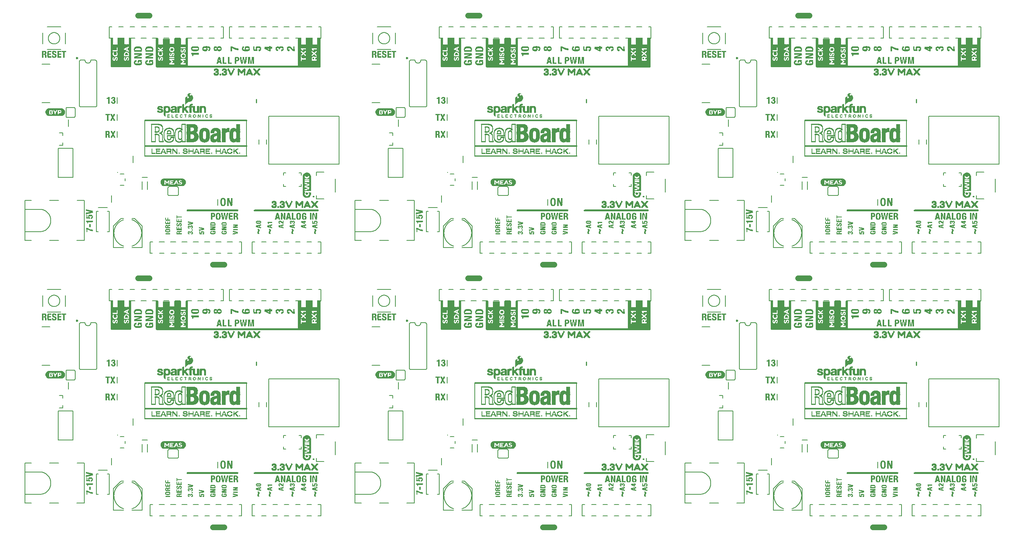
<source format=gto>
G04 EAGLE Gerber RS-274X export*
G75*
%MOMM*%
%FSLAX34Y34*%
%LPD*%
%INSilkscreen Top*%
%IPPOS*%
%AMOC8*
5,1,8,0,0,1.08239X$1,22.5*%
G01*
%ADD10R,0.030481X0.032006*%
%ADD11R,0.093981X0.032000*%
%ADD12R,0.129537X0.032000*%
%ADD13R,0.160019X0.032000*%
%ADD14R,0.160019X0.031750*%
%ADD15R,0.190500X0.031750*%
%ADD16R,0.416563X0.031750*%
%ADD17R,0.193038X0.031750*%
%ADD18R,0.287019X0.031750*%
%ADD19R,1.120138X0.032000*%
%ADD20R,0.193038X0.032000*%
%ADD21R,0.223519X0.032000*%
%ADD22R,0.576581X0.032000*%
%ADD23R,0.256538X0.032000*%
%ADD24R,0.734056X0.032000*%
%ADD25R,0.447038X0.032000*%
%ADD26R,0.254000X0.032000*%
%ADD27R,0.287019X0.032000*%
%ADD28R,0.861056X0.032000*%
%ADD29R,0.574037X0.032000*%
%ADD30R,1.120138X0.032006*%
%ADD31R,0.256538X0.032006*%
%ADD32R,0.287019X0.032006*%
%ADD33R,0.576581X0.032006*%
%ADD34R,0.990600X0.032006*%
%ADD35R,0.703581X0.032006*%
%ADD36R,0.317500X0.032000*%
%ADD37R,0.320038X0.032000*%
%ADD38R,1.023619X0.032000*%
%ADD39R,1.021081X0.032000*%
%ADD40R,0.863600X0.032000*%
%ADD41R,1.120138X0.031750*%
%ADD42R,0.223519X0.031750*%
%ADD43R,1.054100X0.031750*%
%ADD44R,0.990600X0.031750*%
%ADD45R,0.190500X0.032000*%
%ADD46R,1.087119X0.032000*%
%ADD47R,0.927100X0.032000*%
%ADD48R,0.160019X0.032006*%
%ADD49R,0.127000X0.032006*%
%ADD50R,0.129537X0.032006*%
%ADD51R,0.289556X0.032006*%
%ADD52R,0.320038X0.032006*%
%ADD53R,0.317500X0.032006*%
%ADD54R,0.736600X0.032006*%
%ADD55R,0.127000X0.032000*%
%ADD56R,0.416563X0.032000*%
%ADD57R,0.127000X0.031750*%
%ADD58R,0.157481X0.031750*%
%ADD59R,0.289563X0.031750*%
%ADD60R,0.157481X0.032000*%
%ADD61R,0.353063X0.032000*%
%ADD62R,0.223519X0.032006*%
%ADD63R,0.190500X0.032006*%
%ADD64R,0.157481X0.032006*%
%ADD65R,0.513081X0.032006*%
%ADD66R,0.063500X0.032000*%
%ADD67R,0.701037X0.032000*%
%ADD68R,0.673100X0.032000*%
%ADD69R,0.701037X0.031750*%
%ADD70R,0.830581X0.031750*%
%ADD71R,0.353056X0.032000*%
%ADD72R,0.543563X0.032000*%
%ADD73R,0.670556X0.032000*%
%ADD74R,0.226056X0.032000*%
%ADD75R,0.924556X0.032000*%
%ADD76R,0.480056X0.032006*%
%ADD77R,1.087119X0.032006*%
%ADD78R,0.416556X0.032006*%
%ADD79R,0.640075X0.032006*%
%ADD80R,0.254000X0.032006*%
%ADD81R,0.894081X0.032006*%
%ADD82R,0.576575X0.032000*%
%ADD83R,0.510537X0.032000*%
%ADD84R,0.543556X0.032000*%
%ADD85R,0.383538X0.032000*%
%ADD86R,0.480056X0.032000*%
%ADD87R,0.513075X0.032000*%
%ADD88R,0.767081X0.032000*%
%ADD89R,0.640075X0.032000*%
%ADD90R,0.607063X0.032000*%
%ADD91R,0.607056X0.032000*%
%ADD92R,0.736600X0.031750*%
%ADD93R,0.447038X0.031750*%
%ADD94R,0.513081X0.031750*%
%ADD95R,0.256538X0.031750*%
%ADD96R,0.320038X0.031750*%
%ADD97R,0.607063X0.031750*%
%ADD98R,0.576575X0.031750*%
%ADD99R,0.480056X0.031750*%
%ADD100R,0.800100X0.032000*%
%ADD101R,0.513081X0.032000*%
%ADD102R,0.350519X0.032000*%
%ADD103R,0.863600X0.032006*%
%ADD104R,0.449581X0.032006*%
%ADD105R,0.607063X0.032006*%
%ADD106R,0.576575X0.032006*%
%ADD107R,0.830581X0.032000*%
%ADD108R,0.033019X0.032000*%
%ADD109R,0.703575X0.031750*%
%ADD110R,0.541019X0.032000*%
%ADD111R,0.254000X0.031750*%
%ADD112R,0.543563X0.031750*%
%ADD113R,0.670563X0.032000*%
%ADD114R,0.543563X0.032006*%
%ADD115R,0.797563X0.032006*%
%ADD116R,0.477519X0.032000*%
%ADD117R,0.957581X0.032000*%
%ADD118R,0.414019X0.032000*%
%ADD119R,0.350519X0.031750*%
%ADD120R,0.830575X0.031750*%
%ADD121R,1.087119X0.031750*%
%ADD122R,0.510537X0.032006*%
%ADD123R,0.449575X0.031750*%
%ADD124R,0.193038X0.032006*%
%ADD125R,0.447038X0.032006*%
%ADD126R,0.096519X0.032000*%
%ADD127R,0.797556X0.032000*%
%ADD128R,0.957581X0.031750*%
%ADD129R,0.416556X0.031750*%
%ADD130R,0.797563X0.032000*%
%ADD131R,0.670563X0.032006*%
%ADD132R,0.670556X0.032006*%
%ADD133R,1.084575X0.032000*%
%ADD134R,0.416556X0.032000*%
%ADD135R,0.096519X0.031750*%
%ADD136R,0.383538X0.032006*%
%ADD137R,0.576581X0.031750*%
%ADD138R,0.353056X0.031750*%
%ADD139R,0.607056X0.032006*%
%ADD140R,0.350519X0.032006*%
%ADD141R,0.640081X0.032000*%
%ADD142R,0.800100X0.031750*%
%ADD143R,0.129537X0.031750*%
%ADD144R,0.927100X0.032006*%
%ADD145R,0.289556X0.032000*%
%ADD146R,0.957575X0.032000*%
%ADD147R,0.477519X0.031750*%
%ADD148R,0.543556X0.031750*%
%ADD149R,1.341119X0.032000*%
%ADD150R,1.407156X0.032006*%
%ADD151R,1.023619X0.032006*%
%ADD152R,1.021081X0.032006*%
%ADD153R,1.470656X0.031750*%
%ADD154R,0.767075X0.031750*%
%ADD155R,0.957575X0.031750*%
%ADD156R,0.960119X0.031750*%
%ADD157R,1.470656X0.032000*%
%ADD158R,0.894081X0.032000*%
%ADD159R,1.470656X0.032006*%
%ADD160R,0.830575X0.032006*%
%ADD161R,0.637537X0.032000*%
%ADD162R,0.830575X0.032000*%
%ADD163R,0.703581X0.032000*%
%ADD164R,0.767075X0.032006*%
%ADD165R,0.381000X0.032006*%
%ADD166R,0.353056X0.032006*%
%ADD167R,0.797563X0.031750*%
%ADD168R,0.381000X0.031750*%
%ADD169R,0.381000X0.032000*%
%ADD170R,0.414019X0.032006*%
%ADD171R,0.414019X0.031750*%
%ADD172R,0.289563X0.032000*%
%ADD173R,0.226056X0.031750*%
%ADD174R,0.703575X0.032000*%
%ADD175R,0.894075X0.032000*%
%ADD176R,0.990600X0.032000*%
%ADD177R,0.767075X0.032000*%
%ADD178R,0.960119X0.032006*%
%ADD179R,0.797556X0.032006*%
%ADD180R,0.927100X0.031750*%
%ADD181R,0.861056X0.031750*%
%ADD182R,0.289556X0.031750*%
%ADD183R,0.797556X0.031750*%
%ADD184R,0.734056X0.032006*%
%ADD185R,0.289563X0.032006*%
%ADD186R,0.541019X0.031750*%
%ADD187R,0.383538X0.031750*%
%ADD188R,0.957581X0.032006*%
%ADD189R,0.861056X0.032006*%
%ADD190R,0.830581X0.032006*%
%ADD191R,0.894075X0.032006*%
%ADD192R,1.117600X0.032000*%
%ADD193R,1.244600X0.031750*%
%ADD194R,1.308100X0.032000*%
%ADD195R,1.277619X0.032006*%
%ADD196R,1.183638X0.032000*%
%ADD197R,1.277619X0.031750*%
%ADD198R,1.277619X0.032000*%
%ADD199R,1.148081X0.032006*%
%ADD200R,0.894081X0.031750*%
%ADD201R,0.734063X0.032000*%
%ADD202R,11.280138X0.032000*%
%ADD203R,14.185900X0.032000*%
%ADD204R,11.468100X0.032006*%
%ADD205R,14.376400X0.032006*%
%ADD206R,11.534137X0.032000*%
%ADD207R,14.439900X0.032000*%
%ADD208R,11.597638X0.031750*%
%ADD209R,14.472919X0.031750*%
%ADD210R,0.030481X0.032000*%
%ADD211R,11.597638X0.032000*%
%ADD212R,14.505937X0.032000*%
%ADD213R,11.597638X0.032006*%
%ADD214R,14.505937X0.032006*%
%ADD215R,11.564619X0.031750*%
%ADD216R,14.439900X0.031750*%
%ADD217R,14.409419X0.032000*%
%ADD218R,11.407138X0.032006*%
%ADD219R,14.282419X0.032006*%
%ADD220R,0.734056X0.031750*%
%ADD221R,0.480063X0.032000*%
%ADD222R,0.480063X0.032006*%
%ADD223R,0.510537X0.031750*%
%ADD224R,0.317500X0.031750*%
%ADD225R,0.574037X0.031750*%
%ADD226R,0.543556X0.032006*%
%ADD227R,0.960119X0.032000*%
%ADD228R,1.181100X0.032006*%
%ADD229R,1.437638X0.032000*%
%ADD230R,1.534156X0.032006*%
%ADD231R,1.567175X0.031750*%
%ADD232R,1.628138X0.032000*%
%ADD233R,1.694175X0.032000*%
%ADD234R,1.724656X0.032006*%
%ADD235R,1.724656X0.032000*%
%ADD236R,1.724656X0.031750*%
%ADD237R,0.541019X0.032006*%
%ADD238R,0.734063X0.031750*%
%ADD239R,0.607056X0.031750*%
%ADD240R,0.637537X0.031750*%
%ADD241R,0.800100X0.032006*%
%ADD242R,1.661156X0.032006*%
%ADD243R,1.597656X0.032000*%
%ADD244R,1.534156X0.031750*%
%ADD245R,1.468119X0.032006*%
%ADD246R,1.407156X0.032000*%
%ADD247R,1.183638X0.031750*%
%ADD248R,1.054100X0.032000*%
%ADD249R,1.054100X0.032006*%
%ADD250R,0.508000X0.042162*%
%ADD251R,0.421637X0.042162*%
%ADD252R,0.340363X0.042162*%
%ADD253R,0.083819X0.042162*%
%ADD254R,0.127000X0.042162*%
%ADD255R,0.337819X0.042162*%
%ADD256R,0.086363X0.042162*%
%ADD257R,0.508000X0.042419*%
%ADD258R,0.421637X0.042419*%
%ADD259R,0.127000X0.042419*%
%ADD260R,0.424181X0.042419*%
%ADD261R,0.170181X0.042419*%
%ADD262R,0.464819X0.042419*%
%ADD263R,0.210819X0.042419*%
%ADD264R,0.167637X0.042419*%
%ADD265R,0.170181X0.042162*%
%ADD266R,0.167637X0.042162*%
%ADD267R,0.210819X0.042162*%
%ADD268R,0.083819X0.042419*%
%ADD269R,0.254000X0.042419*%
%ADD270R,0.254000X0.042162*%
%ADD271R,0.467363X0.042419*%
%ADD272R,0.337819X0.042419*%
%ADD273R,0.381000X0.042419*%
%ADD274R,0.294637X0.042419*%
%ADD275R,0.551181X0.042419*%
%ADD276R,0.213363X0.042419*%
%ADD277R,0.591819X0.042419*%
%ADD278R,0.467363X0.042162*%
%ADD279R,0.464819X0.042162*%
%ADD280R,0.297181X0.042162*%
%ADD281R,0.548638X0.042162*%
%ADD282R,0.381000X0.042162*%
%ADD283R,0.294637X0.042162*%
%ADD284R,0.477519X0.032006*%
%ADD285R,0.764538X0.032000*%
%ADD286R,0.701037X0.032006*%
%ADD287R,0.764538X0.031750*%
%ADD288R,0.957575X0.032006*%
%ADD289C,0.381000*%
%ADD290R,0.030475X0.032000*%
%ADD291R,0.767081X0.032006*%
%ADD292R,0.764538X0.032006*%
%ADD293R,0.574037X0.032006*%
%ADD294R,1.021075X0.032000*%
%ADD295R,0.353063X0.031750*%
%ADD296R,0.670556X0.031750*%
%ADD297R,0.734063X0.032006*%
%ADD298R,0.896619X0.032000*%
%ADD299R,0.894075X0.031750*%
%ADD300R,0.896619X0.031750*%
%ADD301R,0.226056X0.032006*%
%ADD302R,0.449575X0.032006*%
%ADD303R,0.449575X0.032000*%
%ADD304R,0.703581X0.031750*%
%ADD305R,1.150619X0.032000*%
%ADD306R,0.861063X0.032006*%
%ADD307R,1.374138X0.032000*%
%ADD308R,0.924563X0.032000*%
%ADD309R,1.531619X0.031750*%
%ADD310R,0.924563X0.031750*%
%ADD311R,1.564638X0.032000*%
%ADD312R,1.597656X0.032006*%
%ADD313R,0.924563X0.032006*%
%ADD314R,1.661156X0.032000*%
%ADD315R,0.513075X0.031750*%
%ADD316R,0.416563X0.032006*%
%ADD317R,1.181100X0.032000*%
%ADD318R,1.694181X0.032000*%
%ADD319R,0.767081X0.031750*%
%ADD320R,0.896619X0.032006*%
%ADD321R,0.988056X0.032000*%
%ADD322R,0.226062X0.031750*%
%ADD323R,0.861063X0.032000*%
%ADD324R,0.861063X0.031750*%
%ADD325R,1.567175X0.032006*%
%ADD326R,1.661156X0.031750*%
%ADD327R,1.727200X0.032000*%
%ADD328R,1.727200X0.032006*%
%ADD329R,1.727200X0.031750*%
%ADD330R,1.247138X0.032006*%
%ADD331R,0.637537X0.032006*%
%ADD332R,1.343656X0.032000*%
%ADD333R,1.628138X0.032006*%
%ADD334R,0.640075X0.031750*%
%ADD335R,1.691638X0.032000*%
%ADD336R,1.630675X0.031750*%
%ADD337R,1.694181X0.031750*%
%ADD338R,1.630675X0.032006*%
%ADD339R,1.534156X0.032000*%
%ADD340R,1.503675X0.032000*%
%ADD341R,1.468119X0.031750*%
%ADD342R,1.371600X0.032000*%
%ADD343R,1.280156X0.032006*%
%ADD344R,1.310638X0.032006*%
%ADD345R,0.736600X0.032000*%
%ADD346R,22.875238X0.014225*%
%ADD347R,22.903181X0.014475*%
%ADD348R,22.931119X0.014475*%
%ADD349R,22.961600X0.014475*%
%ADD350R,22.974300X0.014475*%
%ADD351R,22.974300X0.014219*%
%ADD352R,22.989538X0.014475*%
%ADD353R,22.989538X0.014225*%
%ADD354R,0.246375X0.014219*%
%ADD355R,0.231138X0.014219*%
%ADD356R,0.246375X0.014475*%
%ADD357R,0.231138X0.014475*%
%ADD358R,0.246375X0.014225*%
%ADD359R,0.231138X0.014225*%
%ADD360R,0.243838X0.014475*%
%ADD361R,0.431800X0.014475*%
%ADD362R,0.388619X0.014475*%
%ADD363R,0.909319X0.014225*%
%ADD364R,0.967738X0.014225*%
%ADD365R,0.261619X0.014225*%
%ADD366R,0.259075X0.014225*%
%ADD367R,0.218438X0.014225*%
%ADD368R,0.274319X0.014225*%
%ADD369R,0.548638X0.014225*%
%ADD370R,0.259081X0.014225*%
%ADD371R,0.965200X0.014225*%
%ADD372R,0.490219X0.014225*%
%ADD373R,0.317500X0.014225*%
%ADD374R,0.909319X0.014475*%
%ADD375R,0.967738X0.014475*%
%ADD376R,0.246381X0.014475*%
%ADD377R,0.261619X0.014475*%
%ADD378R,0.218438X0.014475*%
%ADD379R,0.289563X0.014475*%
%ADD380R,0.619756X0.014475*%
%ADD381R,0.259081X0.014475*%
%ADD382R,0.965200X0.014475*%
%ADD383R,0.576575X0.014475*%
%ADD384R,0.302262X0.014475*%
%ADD385R,0.690881X0.014475*%
%ADD386R,0.259075X0.014475*%
%ADD387R,0.635000X0.014475*%
%ADD388R,0.302256X0.014475*%
%ADD389R,0.751838X0.014475*%
%ADD390R,0.708656X0.014475*%
%ADD391R,0.317500X0.014475*%
%ADD392R,0.792475X0.014475*%
%ADD393R,0.749300X0.014475*%
%ADD394R,0.909319X0.014219*%
%ADD395R,0.967738X0.014219*%
%ADD396R,0.259081X0.014219*%
%ADD397R,0.218438X0.014219*%
%ADD398R,0.332738X0.014219*%
%ADD399R,0.838200X0.014219*%
%ADD400R,0.259075X0.014219*%
%ADD401R,0.246381X0.014219*%
%ADD402R,0.965200X0.014219*%
%ADD403R,0.261619X0.014219*%
%ADD404R,0.795019X0.014219*%
%ADD405R,0.317500X0.014219*%
%ADD406R,0.345438X0.014475*%
%ADD407R,0.866138X0.014475*%
%ADD408R,0.835656X0.014475*%
%ADD409R,0.894081X0.014475*%
%ADD410R,0.881381X0.014475*%
%ADD411R,0.304800X0.014475*%
%ADD412R,0.360681X0.014475*%
%ADD413R,0.924563X0.014475*%
%ADD414R,0.375919X0.014475*%
%ADD415R,0.952500X0.014475*%
%ADD416R,0.937256X0.014475*%
%ADD417R,0.403856X0.014475*%
%ADD418R,0.373375X0.014475*%
%ADD419R,0.403863X0.014475*%
%ADD420R,0.391156X0.014475*%
%ADD421R,0.243838X0.014225*%
%ADD422R,0.403863X0.014225*%
%ADD423R,0.345438X0.014225*%
%ADD424R,0.332738X0.014225*%
%ADD425R,0.246381X0.014225*%
%ADD426R,0.360675X0.014225*%
%ADD427R,0.896619X0.014475*%
%ADD428R,0.332738X0.014475*%
%ADD429R,0.228600X0.014475*%
%ADD430R,0.419100X0.014475*%
%ADD431R,0.289556X0.014475*%
%ADD432R,0.434338X0.014475*%
%ADD433R,0.287019X0.014475*%
%ADD434R,0.274319X0.014475*%
%ADD435R,0.447038X0.014475*%
%ADD436R,0.243838X0.014219*%
%ADD437R,0.462281X0.014219*%
%ADD438R,0.274319X0.014219*%
%ADD439R,0.228600X0.014219*%
%ADD440R,0.289556X0.014219*%
%ADD441R,0.271781X0.014219*%
%ADD442R,0.462281X0.014475*%
%ADD443R,0.477519X0.014475*%
%ADD444R,1.010919X0.014475*%
%ADD445R,0.490219X0.014475*%
%ADD446R,1.008381X0.014475*%
%ADD447R,1.008375X0.014475*%
%ADD448R,0.995681X0.014475*%
%ADD449R,0.995675X0.014475*%
%ADD450R,0.980438X0.014475*%
%ADD451R,0.982981X0.014475*%
%ADD452R,0.982975X0.014475*%
%ADD453R,0.228600X0.014225*%
%ADD454R,0.937262X0.014475*%
%ADD455R,0.924556X0.014475*%
%ADD456R,0.271781X0.014475*%
%ADD457R,0.922019X0.014475*%
%ADD458R,0.894075X0.014219*%
%ADD459R,0.302256X0.014219*%
%ADD460R,0.896619X0.014219*%
%ADD461R,0.302262X0.014219*%
%ADD462R,0.881375X0.014475*%
%ADD463R,0.330200X0.014475*%
%ADD464R,0.505456X0.014475*%
%ADD465R,0.373381X0.014475*%
%ADD466R,0.924556X0.014225*%
%ADD467R,0.982975X0.014225*%
%ADD468R,0.607056X0.014225*%
%ADD469R,0.922019X0.014225*%
%ADD470R,0.388619X0.014225*%
%ADD471R,0.302256X0.014225*%
%ADD472R,0.678175X0.014475*%
%ADD473R,0.939800X0.014475*%
%ADD474R,0.721356X0.014475*%
%ADD475R,1.153163X0.014475*%
%ADD476R,1.155700X0.014475*%
%ADD477R,0.764538X0.014475*%
%ADD478R,0.706119X0.014475*%
%ADD479R,0.779781X0.014475*%
%ADD480R,0.810256X0.014475*%
%ADD481R,0.924556X0.014219*%
%ADD482R,0.822956X0.014219*%
%ADD483R,1.153163X0.014219*%
%ADD484R,0.922019X0.014219*%
%ADD485R,1.155700X0.014219*%
%ADD486R,0.678181X0.014219*%
%ADD487R,0.662938X0.014475*%
%ADD488R,0.792481X0.014475*%
%ADD489R,0.647700X0.014475*%
%ADD490R,0.721363X0.014475*%
%ADD491R,0.360675X0.014475*%
%ADD492R,0.662938X0.014225*%
%ADD493R,1.153163X0.014225*%
%ADD494R,1.155700X0.014225*%
%ADD495R,0.591819X0.014475*%
%ADD496R,0.215900X0.014475*%
%ADD497R,0.474975X0.014475*%
%ADD498R,0.304800X0.014219*%
%ADD499R,0.215900X0.014225*%
%ADD500R,0.492756X0.014475*%
%ADD501R,0.462275X0.014475*%
%ADD502R,0.215900X0.014219*%
%ADD503R,0.449575X0.014219*%
%ADD504R,0.449575X0.014475*%
%ADD505R,1.038856X0.014475*%
%ADD506R,0.952500X0.014225*%
%ADD507R,0.403856X0.014225*%
%ADD508R,1.038856X0.014225*%
%ADD509R,0.391156X0.014225*%
%ADD510R,0.373381X0.014225*%
%ADD511R,1.026156X0.014475*%
%ADD512R,0.347975X0.014475*%
%ADD513R,0.850900X0.014475*%
%ADD514R,0.822956X0.014475*%
%ADD515R,0.838200X0.014475*%
%ADD516R,0.795019X0.014475*%
%ADD517R,0.347981X0.014475*%
%ADD518R,0.952500X0.014219*%
%ADD519R,0.764538X0.014219*%
%ADD520R,0.749300X0.014219*%
%ADD521R,0.576581X0.014475*%
%ADD522R,0.520700X0.014475*%
%ADD523R,22.989538X0.014219*%
%ADD524R,0.579119X0.014475*%
%ADD525R,0.866138X0.014225*%
%ADD526R,0.665481X0.014225*%
%ADD527R,0.287019X0.014225*%
%ADD528R,0.203200X0.014225*%
%ADD529R,0.187956X0.014225*%
%ADD530R,0.561338X0.014475*%
%ADD531R,0.807719X0.014475*%
%ADD532R,0.777238X0.014475*%
%ADD533R,1.125219X0.014475*%
%ADD534R,0.863600X0.014475*%
%ADD535R,0.835663X0.014475*%
%ADD536R,0.607056X0.014475*%
%ADD537R,1.023619X0.014475*%
%ADD538R,1.183638X0.014475*%
%ADD539R,0.736600X0.014475*%
%ADD540R,0.693419X0.014475*%
%ADD541R,1.023619X0.014219*%
%ADD542R,1.242056X0.014219*%
%ADD543R,1.356356X0.014219*%
%ADD544R,0.721356X0.014219*%
%ADD545R,1.054100X0.014475*%
%ADD546R,1.297937X0.014475*%
%ADD547R,1.600200X0.014475*%
%ADD548R,1.097275X0.014475*%
%ADD549R,1.069338X0.014475*%
%ADD550R,1.356356X0.014475*%
%ADD551R,1.717037X0.014475*%
%ADD552R,1.170937X0.014475*%
%ADD553R,1.414781X0.014475*%
%ADD554R,1.082037X0.014475*%
%ADD555R,1.805938X0.014475*%
%ADD556R,1.226819X0.014475*%
%ADD557R,1.442719X0.014475*%
%ADD558R,1.861819X0.014475*%
%ADD559R,1.282700X0.014475*%
%ADD560R,1.501138X0.014475*%
%ADD561R,2.092956X0.014475*%
%ADD562R,1.905000X0.014475*%
%ADD563R,1.343656X0.014475*%
%ADD564R,1.010919X0.014225*%
%ADD565R,1.097275X0.014225*%
%ADD566R,1.529075X0.014225*%
%ADD567R,2.108200X0.014225*%
%ADD568R,1.948181X0.014225*%
%ADD569R,1.384300X0.014225*%
%ADD570R,1.066800X0.014225*%
%ADD571R,0.835663X0.014225*%
%ADD572R,0.881375X0.014225*%
%ADD573R,1.023619X0.014225*%
%ADD574R,0.835656X0.014225*%
%ADD575R,1.371600X0.014475*%
%ADD576R,1.993900X0.014475*%
%ADD577R,1.430019X0.014475*%
%ADD578R,1.109981X0.014475*%
%ADD579R,1.112519X0.014475*%
%ADD580R,0.533400X0.014475*%
%ADD581R,2.021838X0.014475*%
%ADD582R,1.470656X0.014475*%
%ADD583R,1.140456X0.014475*%
%ADD584R,0.474981X0.014475*%
%ADD585R,1.254756X0.014475*%
%ADD586R,2.065019X0.014475*%
%ADD587R,1.516375X0.014475*%
%ADD588R,1.168400X0.014475*%
%ADD589R,1.211581X0.014475*%
%ADD590R,1.544319X0.014475*%
%ADD591R,1.196338X0.014475*%
%ADD592R,1.010919X0.014219*%
%ADD593R,1.109975X0.014219*%
%ADD594R,0.419100X0.014219*%
%ADD595R,0.406400X0.014219*%
%ADD596R,0.360675X0.014219*%
%ADD597R,1.183638X0.014219*%
%ADD598R,2.123438X0.014219*%
%ADD599R,1.587500X0.014219*%
%ADD600R,1.226819X0.014219*%
%ADD601R,0.850900X0.014219*%
%ADD602R,0.881375X0.014219*%
%ADD603R,1.196338X0.014219*%
%ADD604R,0.835656X0.014219*%
%ADD605R,2.136138X0.014475*%
%ADD606R,1.615438X0.014475*%
%ADD607R,1.242056X0.014475*%
%ADD608R,2.166619X0.014475*%
%ADD609R,1.645919X0.014475*%
%ADD610R,1.270000X0.014475*%
%ADD611R,2.194556X0.014475*%
%ADD612R,1.673856X0.014475*%
%ADD613R,2.105656X0.014475*%
%ADD614R,2.209800X0.014475*%
%ADD615R,1.704338X0.014475*%
%ADD616R,2.164081X0.014475*%
%ADD617R,2.237738X0.014475*%
%ADD618R,1.732275X0.014475*%
%ADD619R,2.120900X0.014475*%
%ADD620R,0.289556X0.014225*%
%ADD621R,0.360681X0.014225*%
%ADD622R,2.252981X0.014225*%
%ADD623R,1.760219X0.014225*%
%ADD624R,2.179319X0.014225*%
%ADD625R,2.136138X0.014225*%
%ADD626R,2.265681X0.014475*%
%ADD627R,1.790700X0.014475*%
%ADD628R,2.148837X0.014475*%
%ADD629R,2.280919X0.014475*%
%ADD630R,1.818638X0.014475*%
%ADD631R,2.179319X0.014475*%
%ADD632R,2.311400X0.014475*%
%ADD633R,1.831338X0.014475*%
%ADD634R,2.192019X0.014475*%
%ADD635R,2.324100X0.014475*%
%ADD636R,1.846581X0.014475*%
%ADD637R,0.287019X0.014219*%
%ADD638R,2.339338X0.014219*%
%ADD639R,1.877056X0.014219*%
%ADD640R,2.207256X0.014219*%
%ADD641R,2.179319X0.014219*%
%ADD642R,2.354581X0.014475*%
%ADD643R,2.207256X0.014475*%
%ADD644R,2.367281X0.014475*%
%ADD645R,2.222500X0.014475*%
%ADD646R,2.382519X0.014475*%
%ADD647R,1.932938X0.014475*%
%ADD648R,1.963419X0.014475*%
%ADD649R,0.157481X0.014475*%
%ADD650R,2.397756X0.014475*%
%ADD651R,2.410456X0.014225*%
%ADD652R,1.991356X0.014225*%
%ADD653R,2.222500X0.014225*%
%ADD654R,2.425700X0.014475*%
%ADD655R,2.006600X0.014475*%
%ADD656R,2.235200X0.014475*%
%ADD657R,0.187956X0.014475*%
%ADD658R,2.440937X0.014475*%
%ADD659R,2.019300X0.014475*%
%ADD660R,0.157475X0.014475*%
%ADD661R,2.034537X0.014475*%
%ADD662R,2.250438X0.014475*%
%ADD663R,0.129537X0.014475*%
%ADD664R,2.453638X0.014475*%
%ADD665R,2.049781X0.014475*%
%ADD666R,2.252975X0.014475*%
%ADD667R,0.548638X0.014475*%
%ADD668R,0.055881X0.014475*%
%ADD669R,2.468881X0.014475*%
%ADD670R,2.062481X0.014475*%
%ADD671R,0.579119X0.014219*%
%ADD672R,0.388619X0.014219*%
%ADD673R,2.468881X0.014219*%
%ADD674R,2.077719X0.014219*%
%ADD675R,2.252975X0.014219*%
%ADD676R,2.265681X0.014219*%
%ADD677R,0.604519X0.014475*%
%ADD678R,2.484119X0.014475*%
%ADD679R,2.265675X0.014475*%
%ADD680R,2.496819X0.014475*%
%ADD681R,2.278381X0.014475*%
%ADD682R,0.665481X0.014475*%
%ADD683R,0.535938X0.014475*%
%ADD684R,0.678181X0.014475*%
%ADD685R,2.512056X0.014475*%
%ADD686R,0.690881X0.014225*%
%ADD687R,0.591819X0.014225*%
%ADD688R,2.512056X0.014225*%
%ADD689R,0.995681X0.014225*%
%ADD690R,1.140456X0.014225*%
%ADD691R,2.293619X0.014225*%
%ADD692R,0.622300X0.014475*%
%ADD693R,2.527300X0.014475*%
%ADD694R,2.293619X0.014475*%
%ADD695R,2.540000X0.014475*%
%ADD696R,0.894075X0.014475*%
%ADD697R,2.308856X0.014475*%
%ADD698R,1.153156X0.014475*%
%ADD699R,2.555238X0.014219*%
%ADD700R,0.894081X0.014219*%
%ADD701R,0.982975X0.014219*%
%ADD702R,0.995675X0.014219*%
%ADD703R,1.094738X0.014219*%
%ADD704R,0.734056X0.014475*%
%ADD705R,2.555238X0.014475*%
%ADD706R,1.066800X0.014475*%
%ADD707R,2.570481X0.014475*%
%ADD708R,0.878838X0.014475*%
%ADD709R,0.853438X0.014475*%
%ADD710R,1.181100X0.014225*%
%ADD711R,0.863600X0.014225*%
%ADD712R,0.853438X0.014225*%
%ADD713R,0.896619X0.014225*%
%ADD714R,1.137919X0.014475*%
%ADD715R,1.097281X0.014475*%
%ADD716R,1.038863X0.014219*%
%ADD717R,0.866138X0.014219*%
%ADD718R,0.998219X0.014475*%
%ADD719R,0.998219X0.014225*%
%ADD720R,0.822956X0.014225*%
%ADD721R,0.850900X0.014225*%
%ADD722R,0.878838X0.014225*%
%ADD723R,0.863600X0.014219*%
%ADD724R,0.894075X0.014225*%
%ADD725R,0.937256X0.014225*%
%ADD726R,0.838200X0.014225*%
%ADD727R,0.894081X0.014225*%
%ADD728R,0.822963X0.014219*%
%ADD729R,0.937256X0.014219*%
%ADD730R,0.878838X0.014219*%
%ADD731R,0.980438X0.014219*%
%ADD732R,1.658619X0.014475*%
%ADD733R,1.198881X0.014475*%
%ADD734R,1.689100X0.014225*%
%ADD735R,1.242056X0.014225*%
%ADD736R,1.689100X0.014475*%
%ADD737R,1.315719X0.014475*%
%ADD738R,1.701800X0.014475*%
%ADD739R,2.151375X0.014475*%
%ADD740R,1.701800X0.014219*%
%ADD741R,2.136138X0.014219*%
%ADD742R,2.108200X0.014475*%
%ADD743R,2.077719X0.014475*%
%ADD744R,1.600200X0.014225*%
%ADD745R,2.065019X0.014225*%
%ADD746R,2.049775X0.014475*%
%ADD747R,0.431800X0.014219*%
%ADD748R,1.978656X0.014219*%
%ADD749R,1.935475X0.014475*%
%ADD750R,1.920238X0.014475*%
%ADD751R,1.892300X0.014475*%
%ADD752R,1.833875X0.014225*%
%ADD753R,1.803400X0.014475*%
%ADD754R,1.775456X0.014475*%
%ADD755R,1.198875X0.014475*%
%ADD756R,0.807719X0.014219*%
%ADD757R,2.527300X0.014219*%
%ADD758R,1.661156X0.014219*%
%ADD759R,1.617975X0.014475*%
%ADD760R,1.559556X0.014475*%
%ADD761R,0.650238X0.014475*%
%ADD762R,1.457956X0.014475*%
%ADD763R,1.399538X0.014475*%
%ADD764R,0.980438X0.014225*%
%ADD765R,2.468881X0.014225*%
%ADD766R,1.356356X0.014225*%
%ADD767R,1.300475X0.014475*%
%ADD768R,0.548638X0.014219*%
%ADD769R,2.410456X0.014219*%
%ADD770R,1.082037X0.014219*%
%ADD771R,2.339338X0.014475*%
%ADD772R,0.447038X0.014225*%
%ADD773R,2.311400X0.014225*%
%ADD774R,2.296156X0.014475*%
%ADD775R,0.505456X0.014219*%
%ADD776R,2.194556X0.014219*%
%ADD777R,0.779781X0.014219*%
%ADD778R,0.939800X0.014219*%
%ADD779R,2.123438X0.014475*%
%ADD780R,0.416556X0.014475*%
%ADD781R,0.795019X0.014225*%
%ADD782R,0.995675X0.014225*%
%ADD783R,0.779775X0.014475*%
%ADD784R,1.084575X0.014475*%
%ADD785R,2.237738X0.014219*%
%ADD786R,1.112519X0.014219*%
%ADD787R,0.881381X0.014219*%
%ADD788R,2.252981X0.014475*%
%ADD789R,1.630675X0.014475*%
%ADD790R,2.324100X0.014225*%
%ADD791R,1.661156X0.014225*%
%ADD792R,1.661156X0.014475*%
%ADD793R,0.360681X0.014219*%
%ADD794R,2.382519X0.014219*%
%ADD795R,0.906781X0.014219*%
%ADD796R,1.051556X0.014219*%
%ADD797R,0.906781X0.014475*%
%ADD798R,0.736600X0.014225*%
%ADD799R,0.622300X0.014225*%
%ADD800R,1.038863X0.014475*%
%ADD801R,0.619756X0.014219*%
%ADD802R,0.447038X0.014219*%
%ADD803R,2.092956X0.014219*%
%ADD804R,2.108200X0.014219*%
%ADD805R,2.062475X0.014475*%
%ADD806R,0.175256X0.014475*%
%ADD807R,2.047238X0.014475*%
%ADD808R,0.406400X0.014475*%
%ADD809R,0.157475X0.014225*%
%ADD810R,2.006600X0.014225*%
%ADD811R,2.034537X0.014225*%
%ADD812R,2.235200X0.014225*%
%ADD813R,1.976119X0.014475*%
%ADD814R,1.948181X0.014475*%
%ADD815R,1.991356X0.014475*%
%ADD816R,1.960875X0.014475*%
%ADD817R,1.889756X0.014219*%
%ADD818R,1.948175X0.014219*%
%ADD819R,2.192019X0.014219*%
%ADD820R,1.877056X0.014475*%
%ADD821R,1.846575X0.014475*%
%ADD822R,1.889763X0.014475*%
%ADD823R,0.330200X0.014225*%
%ADD824R,0.304800X0.014225*%
%ADD825R,1.775456X0.014225*%
%ADD826R,1.846581X0.014225*%
%ADD827R,1.760219X0.014475*%
%ADD828R,1.732281X0.014475*%
%ADD829R,1.747519X0.014475*%
%ADD830R,1.645919X0.014219*%
%ADD831R,1.717037X0.014219*%
%ADD832R,0.751838X0.014219*%
%ADD833R,1.673863X0.014475*%
%ADD834R,1.557019X0.014475*%
%ADD835R,1.643381X0.014475*%
%ADD836R,1.529081X0.014475*%
%ADD837R,1.617981X0.014475*%
%ADD838R,0.518156X0.014475*%
%ADD839R,1.572256X0.014475*%
%ADD840R,1.455419X0.014475*%
%ADD841R,1.531619X0.014475*%
%ADD842R,0.678181X0.014225*%
%ADD843R,0.576581X0.014225*%
%ADD844R,0.706119X0.014225*%
%ADD845R,1.414775X0.014225*%
%ADD846R,1.501138X0.014225*%
%ADD847R,1.513838X0.014475*%
%ADD848R,1.369063X0.014475*%
%ADD849R,1.341119X0.014475*%
%ADD850R,1.313181X0.014475*%
%ADD851R,1.384300X0.014475*%
%ADD852R,1.427475X0.014475*%
%ADD853R,1.328419X0.014475*%
%ADD854R,1.257300X0.014475*%
%ADD855R,0.822963X0.014475*%
%ADD856R,1.328419X0.014219*%
%ADD857R,1.026156X0.014219*%
%ADD858R,1.140463X0.014219*%
%ADD859R,1.211581X0.014219*%
%ADD860R,0.563881X0.014219*%
%ADD861R,0.767081X0.014475*%
%ADD862R,1.211575X0.014475*%
%ADD863R,0.690875X0.014475*%
%ADD864R,0.459738X0.014475*%
%ADD865R,0.939800X0.014225*%
%ADD866R,0.474981X0.014225*%
%ADD867R,0.477519X0.014225*%
%ADD868R,0.289563X0.014219*%
%ADD869R,1.082037X0.014225*%
%ADD870R,2.484119X0.014219*%
%ADD871R,0.749300X0.014225*%
%ADD872R,2.453638X0.014225*%
%ADD873R,2.425700X0.014219*%
%ADD874R,2.410456X0.014475*%
%ADD875R,2.367281X0.014225*%
%ADD876R,2.324100X0.014219*%
%ADD877R,2.237738X0.014225*%
%ADD878R,0.563881X0.014475*%
%ADD879R,0.736600X0.014219*%
%ADD880R,2.037081X0.014475*%
%ADD881R,2.209800X0.014225*%
%ADD882R,1.978656X0.014225*%
%ADD883R,1.935481X0.014475*%
%ADD884R,2.151381X0.014475*%
%ADD885R,1.833881X0.014475*%
%ADD886R,2.034537X0.014219*%
%ADD887R,1.689100X0.014219*%
%ADD888R,0.853438X0.014219*%
%ADD889R,22.946356X0.014219*%
%ADD890R,22.887937X0.014475*%
%ADD891R,22.844756X0.014475*%
%ADD892C,1.270000*%
%ADD893C,0.203200*%
%ADD894C,0.127000*%
%ADD895C,0.177800*%
%ADD896C,0.254000*%
%ADD897C,0.152400*%
%ADD898C,0.254000*%
%ADD899R,0.020000X4.040000*%
%ADD900R,0.020000X4.260000*%
%ADD901R,0.020000X4.380000*%
%ADD902R,0.020000X4.500000*%
%ADD903R,0.020000X4.580000*%
%ADD904R,0.020000X4.660000*%
%ADD905R,0.020000X4.740000*%
%ADD906R,0.020000X4.800000*%
%ADD907R,0.020000X4.860000*%
%ADD908R,0.020000X4.920000*%
%ADD909R,0.020000X4.960000*%
%ADD910R,0.020000X5.020000*%
%ADD911R,0.020000X5.060000*%
%ADD912R,0.020000X5.100000*%
%ADD913R,0.020000X5.140000*%
%ADD914R,0.020000X5.180000*%
%ADD915R,0.020000X5.220000*%
%ADD916R,0.020000X5.240000*%
%ADD917R,0.020000X5.260000*%
%ADD918R,0.020000X5.300000*%
%ADD919R,0.020000X0.600000*%
%ADD920R,0.020000X0.200000*%
%ADD921R,0.020000X0.050000*%
%ADD922R,0.020000X0.420000*%
%ADD923R,0.020000X0.040000*%
%ADD924R,0.020000X0.080000*%
%ADD925R,0.020000X0.480000*%
%ADD926R,0.020000X0.560000*%
%ADD927R,0.020000X0.160000*%
%ADD928R,0.020000X0.070000*%
%ADD929R,0.020000X0.060000*%
%ADD930R,0.020000X0.400000*%
%ADD931R,0.020000X0.580000*%
%ADD932R,0.020000X0.520000*%
%ADD933R,0.020000X0.120000*%
%ADD934R,0.020000X0.380000*%
%ADD935R,0.020000X0.360000*%
%ADD936R,0.020000X0.500000*%
%ADD937R,0.020000X0.320000*%
%ADD938R,0.020000X0.090000*%
%ADD939R,0.020000X0.280000*%
%ADD940R,0.020000X0.620000*%
%ADD941R,0.010000X0.480000*%
%ADD942R,0.010000X0.040000*%
%ADD943R,0.010000X0.090000*%
%ADD944R,0.010000X0.380000*%
%ADD945R,0.010000X0.360000*%
%ADD946R,0.010000X0.080000*%
%ADD947R,0.010000X0.260000*%
%ADD948R,0.010000X0.620000*%
%ADD949R,0.020000X0.460000*%
%ADD950R,0.020000X0.020000*%
%ADD951R,0.020000X0.110000*%
%ADD952R,0.020000X0.340000*%
%ADD953R,0.020000X0.240000*%
%ADD954R,0.020000X0.640000*%
%ADD955R,0.020000X0.100000*%
%ADD956R,0.020000X0.220000*%
%ADD957R,0.020000X0.440000*%
%ADD958R,0.020000X0.660000*%
%ADD959R,0.020000X0.130000*%
%ADD960R,0.020000X0.300000*%
%ADD961R,0.020000X0.180000*%
%ADD962R,0.020000X0.680000*%
%ADD963R,0.020000X0.150000*%
%ADD964R,0.020000X0.140000*%
%ADD965R,0.020000X0.260000*%
%ADD966R,0.020000X0.690000*%
%ADD967R,0.020000X0.790000*%
%ADD968R,0.020000X0.170000*%
%ADD969R,0.020000X0.840000*%
%ADD970R,0.020000X0.860000*%
%ADD971R,0.020000X0.900000*%
%ADD972R,0.020000X0.370000*%
%ADD973R,0.020000X0.190000*%
%ADD974R,0.020000X0.920000*%
%ADD975R,0.020000X0.410000*%
%ADD976R,0.020000X0.210000*%
%ADD977R,0.020000X0.940000*%
%ADD978R,0.020000X0.430000*%
%ADD979R,0.020000X0.960000*%
%ADD980R,0.020000X0.450000*%
%ADD981R,0.020000X0.230000*%
%ADD982R,0.020000X0.250000*%
%ADD983R,0.020000X0.270000*%
%ADD984R,0.020000X0.290000*%
%ADD985R,0.020000X0.310000*%
%ADD986R,0.020000X0.880000*%
%ADD987R,0.020000X0.330000*%
%ADD988R,0.020000X0.350000*%
%ADD989R,0.020000X0.810000*%
%ADD990R,0.010000X0.440000*%
%ADD991R,0.010000X0.390000*%
%ADD992R,0.010000X0.310000*%
%ADD993R,0.010000X0.370000*%
%ADD994R,0.010000X0.200000*%
%ADD995R,0.010000X0.640000*%
%ADD996R,0.020000X0.390000*%
%ADD997R,0.020000X3.220000*%
%ADD998R,0.020000X1.010000*%
%ADD999R,0.020000X3.910000*%
%ADD1000R,0.020000X0.990000*%
%ADD1001R,0.020000X3.890000*%
%ADD1002R,0.020000X3.870000*%
%ADD1003R,0.020000X0.970000*%
%ADD1004R,0.020000X3.850000*%
%ADD1005R,0.020000X0.950000*%
%ADD1006R,0.020000X3.830000*%
%ADD1007R,0.020000X0.930000*%
%ADD1008R,0.020000X3.810000*%
%ADD1009R,0.020000X0.910000*%
%ADD1010R,0.020000X0.890000*%
%ADD1011R,0.020000X3.770000*%
%ADD1012R,0.020000X0.850000*%
%ADD1013R,0.020000X3.750000*%
%ADD1014R,0.020000X0.830000*%
%ADD1015R,0.020000X3.730000*%
%ADD1016R,0.020000X3.690000*%
%ADD1017R,0.020000X0.770000*%
%ADD1018R,0.020000X3.670000*%
%ADD1019R,0.020000X0.750000*%
%ADD1020R,0.020000X3.630000*%
%ADD1021R,0.020000X0.710000*%
%ADD1022R,0.020000X3.610000*%
%ADD1023R,0.020000X0.670000*%
%ADD1024R,0.020000X3.570000*%
%ADD1025R,0.020000X0.610000*%
%ADD1026R,0.020000X3.510000*%
%ADD1027R,0.020000X0.570000*%
%ADD1028R,0.020000X3.450000*%
%ADD1029R,0.020000X0.490000*%
%ADD1030R,0.020000X3.370000*%
%ADD1031R,0.020000X3.270000*%
%ADD1032R,0.400000X0.100000*%
%ADD1033R,0.100000X0.100000*%
%ADD1034R,0.600000X0.100000*%
%ADD1035R,0.500000X0.100000*%
%ADD1036R,0.200000X0.100000*%
%ADD1037R,0.700000X0.100000*%
%ADD1038R,0.800000X0.100000*%
%ADD1039R,0.900000X0.100000*%
%ADD1040R,1.000000X0.100000*%
%ADD1041R,1.100000X0.100000*%
%ADD1042R,1.200000X0.100000*%
%ADD1043R,1.400000X0.100000*%
%ADD1044R,1.300000X0.100000*%
%ADD1045R,1.500000X0.100000*%
%ADD1046R,1.600000X0.100000*%
%ADD1047R,2.700000X0.100000*%
%ADD1048R,1.800000X0.100000*%
%ADD1049R,2.800000X0.100000*%
%ADD1050R,1.900000X0.100000*%
%ADD1051R,2.100000X0.100000*%
%ADD1052R,2.300000X0.100000*%
%ADD1053R,1.700000X0.100000*%
%ADD1054R,2.500000X0.100000*%
%ADD1055R,0.300000X0.100000*%
%ADD1056R,0.040000X4.910000*%
%ADD1057R,0.050000X4.910000*%
%ADD1058R,0.050000X2.610000*%
%ADD1059R,0.050000X0.900000*%
%ADD1060R,0.050000X0.990000*%
%ADD1061R,0.040000X0.550000*%
%ADD1062R,0.040000X0.760000*%
%ADD1063R,0.040000X0.180000*%
%ADD1064R,0.040000X0.310000*%
%ADD1065R,0.040000X0.630000*%
%ADD1066R,0.040000X0.810000*%
%ADD1067R,0.050000X0.500000*%
%ADD1068R,0.050000X0.670000*%
%ADD1069R,0.050000X0.140000*%
%ADD1070R,0.050000X0.220000*%
%ADD1071R,0.050000X0.440000*%
%ADD1072R,0.050000X0.770000*%
%ADD1073R,0.040000X0.500000*%
%ADD1074R,0.040000X0.580000*%
%ADD1075R,0.040000X0.140000*%
%ADD1076R,0.040000X0.360000*%
%ADD1077R,0.040000X0.680000*%
%ADD1078R,0.050000X0.540000*%
%ADD1079R,0.050000X0.180000*%
%ADD1080R,0.050000X0.310000*%
%ADD1081R,0.050000X0.630000*%
%ADD1082R,0.040000X0.130000*%
%ADD1083R,0.050000X0.400000*%
%ADD1084R,0.050000X0.130000*%
%ADD1085R,0.050000X0.270000*%
%ADD1086R,0.050000X0.580000*%
%ADD1087R,0.040000X0.320000*%
%ADD1088R,0.040000X0.270000*%
%ADD1089R,0.040000X0.540000*%
%ADD1090R,0.050000X0.680000*%
%ADD1091R,0.040000X0.220000*%
%ADD1092R,0.040000X0.490000*%
%ADD1093R,0.050000X0.490000*%
%ADD1094R,0.040000X0.040000*%
%ADD1095R,0.040000X0.050000*%
%ADD1096R,0.050000X0.080000*%
%ADD1097R,0.050000X0.090000*%
%ADD1098R,0.040000X0.080000*%
%ADD1099R,0.040000X0.090000*%
%ADD1100R,0.040000X0.170000*%
%ADD1101R,0.050000X0.230000*%
%ADD1102R,0.050000X0.360000*%
%ADD1103R,0.040000X0.400000*%
%ADD1104R,0.050000X0.190000*%
%ADD1105R,0.040000X0.670000*%
%ADD1106R,0.040000X0.230000*%
%ADD1107R,0.050000X0.720000*%
%ADD1108R,0.040000X0.770000*%
%ADD1109R,0.050000X0.550000*%
%ADD1110R,0.050000X0.760000*%
%ADD1111R,0.050000X0.350000*%
%ADD1112R,0.050000X0.860000*%
%ADD1113R,0.050000X2.390000*%
%ADD1114R,0.050000X1.220000*%
%ADD1115R,0.040000X0.640000*%
%ADD1116R,0.050000X0.370000*%
%ADD1117R,0.050000X0.260000*%
%ADD1118R,0.050000X0.320000*%
%ADD1119R,0.040000X0.260000*%
%ADD1120R,0.050000X0.410000*%
%ADD1121R,0.040000X0.450000*%
%ADD1122R,0.050000X0.100000*%
%ADD1123R,0.040000X0.100000*%
%ADD1124R,0.050000X0.170000*%
%ADD1125R,0.040000X0.350000*%
%ADD1126R,0.050000X0.530000*%
%ADD1127R,0.050000X0.450000*%
%ADD1128R,0.040000X0.410000*%
%ADD1129R,0.040000X4.000000*%
%ADD1130R,0.050000X4.000000*%
%ADD1131R,0.050000X0.810000*%
%ADD1132R,0.050000X0.950000*%
%ADD1133R,0.050000X1.120000*%
%ADD1134R,0.050000X0.620000*%
%ADD1135R,0.040000X0.590000*%
%ADD1136R,0.040000X0.370000*%
%ADD1137R,0.050000X0.590000*%
%ADD1138R,0.040000X0.620000*%
%ADD1139R,0.040000X0.720000*%
%ADD1140R,0.050000X0.850000*%
%ADD1141R,0.040000X0.890000*%
%ADD1142R,0.050000X0.890000*%
%ADD1143R,0.040000X0.850000*%
%ADD1144R,0.050000X0.940000*%
%ADD1145R,0.040000X1.030000*%
%ADD1146R,0.050000X0.040000*%
%ADD1147R,0.050000X0.710000*%
%ADD1148R,0.360000X0.060000*%
%ADD1149R,0.120000X0.060000*%
%ADD1150R,0.060000X0.060000*%
%ADD1151R,0.180000X0.060000*%
%ADD1152R,0.240000X0.060000*%
%ADD1153R,0.660000X0.060000*%
%ADD1154R,0.300000X0.060000*%
%ADD1155R,0.840000X0.060000*%
%ADD1156R,0.420000X0.060000*%
%ADD1157R,0.480000X0.060000*%
%ADD1158R,0.960000X0.060000*%
%ADD1159R,0.900000X0.060000*%
%ADD1160R,1.020000X0.060000*%
%ADD1161R,0.540000X0.060000*%
%ADD1162R,1.080000X0.060000*%
%ADD1163R,0.600000X0.060000*%
%ADD1164R,1.140000X0.060000*%
%ADD1165R,0.720000X0.060000*%
%ADD1166R,0.780000X0.060000*%
%ADD1167R,1.740000X0.060000*%
%ADD1168R,1.260000X0.060000*%
%ADD1169R,1.380000X0.060000*%
%ADD1170R,1.200000X0.060000*%
%ADD1171R,1.500000X0.060000*%
%ADD1172R,4.440000X0.040000*%
%ADD1173R,4.680000X0.040000*%
%ADD1174R,4.840000X0.040000*%
%ADD1175R,5.000000X0.040000*%
%ADD1176R,5.080000X0.040000*%
%ADD1177R,5.160000X0.040000*%
%ADD1178R,5.240000X0.040000*%
%ADD1179R,4.160000X0.040000*%
%ADD1180R,0.960000X0.040000*%
%ADD1181R,0.760000X0.040000*%
%ADD1182R,0.680000X0.040000*%
%ADD1183R,0.160000X0.040000*%
%ADD1184R,0.520000X0.040000*%
%ADD1185R,0.640000X0.040000*%
%ADD1186R,0.880000X0.040000*%
%ADD1187R,0.720000X0.040000*%
%ADD1188R,0.600000X0.040000*%
%ADD1189R,0.120000X0.040000*%
%ADD1190R,0.480000X0.040000*%
%ADD1191R,0.800000X0.040000*%
%ADD1192R,0.440000X0.040000*%
%ADD1193R,0.400000X0.040000*%
%ADD1194R,0.840000X0.040000*%
%ADD1195R,0.360000X0.040000*%
%ADD1196R,0.280000X0.040000*%
%ADD1197R,0.240000X0.040000*%
%ADD1198R,0.920000X0.040000*%
%ADD1199R,1.320000X0.040000*%
%ADD1200R,0.200000X0.040000*%
%ADD1201R,0.320000X0.040000*%
%ADD1202R,1.280000X0.040000*%
%ADD1203R,1.200000X0.040000*%
%ADD1204R,1.040000X0.040000*%
%ADD1205R,0.080000X0.040000*%
%ADD1206R,0.560000X0.040000*%
%ADD1207R,0.040000X3.830000*%
%ADD1208R,0.050000X3.830000*%
%ADD1209R,0.050000X1.620000*%
%ADD1210R,0.050000X1.270000*%
%ADD1211R,0.040000X0.280000*%
%ADD1212R,0.050000X0.050000*%
%ADD1213R,0.040000X3.920000*%
%ADD1214R,0.050000X3.920000*%
%ADD1215R,0.050000X1.760000*%
%ADD1216R,0.040000X0.900000*%
%ADD1217R,0.050000X0.730000*%
%ADD1218R,0.040000X0.860000*%
%ADD1219R,0.040000X0.730000*%
%ADD1220R,0.040000X1.080000*%
%ADD1221R,0.050000X1.080000*%
%ADD1222R,0.040000X1.040000*%
%ADD1223R,0.050000X1.040000*%
%ADD1224R,0.040000X4.180000*%
%ADD1225R,0.050000X4.180000*%
%ADD1226R,0.050000X3.150000*%
%ADD1227R,0.040000X0.990000*%
%ADD1228R,0.040000X0.940000*%
%ADD1229R,0.040000X0.800000*%
%ADD1230R,0.050000X0.460000*%
%ADD1231R,0.050000X0.800000*%
%ADD1232R,0.040000X0.460000*%
%ADD1233R,3.160000X0.040000*%
%ADD1234R,3.400000X0.040000*%
%ADD1235R,3.560000X0.040000*%
%ADD1236R,3.720000X0.040000*%
%ADD1237R,3.800000X0.040000*%
%ADD1238R,3.880000X0.040000*%
%ADD1239R,3.960000X0.040000*%
%ADD1240R,1.680000X0.040000*%
%ADD1241R,1.000000X0.040000*%
%ADD1242R,1.080000X0.040000*%
%ADD1243R,1.240000X0.040000*%

G36*
X349368Y1045543D02*
X349368Y1045543D01*
X349487Y1045551D01*
X349525Y1045563D01*
X349566Y1045568D01*
X349676Y1045612D01*
X349789Y1045649D01*
X349824Y1045670D01*
X349861Y1045685D01*
X349957Y1045755D01*
X350058Y1045819D01*
X350086Y1045848D01*
X350119Y1045872D01*
X350195Y1045964D01*
X350276Y1046050D01*
X350296Y1046086D01*
X350321Y1046117D01*
X350372Y1046225D01*
X350430Y1046329D01*
X350440Y1046368D01*
X350457Y1046405D01*
X350479Y1046521D01*
X350509Y1046637D01*
X350513Y1046697D01*
X350517Y1046717D01*
X350515Y1046737D01*
X350519Y1046798D01*
X350519Y1108710D01*
X350504Y1108828D01*
X350497Y1108947D01*
X350484Y1108985D01*
X350479Y1109026D01*
X350436Y1109136D01*
X350399Y1109249D01*
X350377Y1109284D01*
X350362Y1109321D01*
X350293Y1109417D01*
X350229Y1109518D01*
X350199Y1109546D01*
X350176Y1109579D01*
X350084Y1109655D01*
X349997Y1109736D01*
X349962Y1109756D01*
X349931Y1109781D01*
X349823Y1109832D01*
X349719Y1109890D01*
X349679Y1109900D01*
X349643Y1109917D01*
X349526Y1109939D01*
X349411Y1109969D01*
X349351Y1109973D01*
X349331Y1109977D01*
X349310Y1109975D01*
X349250Y1109979D01*
X346710Y1109979D01*
X346592Y1109964D01*
X346473Y1109957D01*
X346435Y1109944D01*
X346394Y1109939D01*
X346284Y1109896D01*
X346171Y1109859D01*
X346136Y1109837D01*
X346099Y1109822D01*
X346003Y1109753D01*
X345902Y1109689D01*
X345874Y1109659D01*
X345841Y1109636D01*
X345766Y1109544D01*
X345684Y1109457D01*
X345664Y1109422D01*
X345639Y1109391D01*
X345588Y1109283D01*
X345530Y1109179D01*
X345520Y1109139D01*
X345503Y1109103D01*
X345481Y1108986D01*
X345451Y1108871D01*
X345447Y1108811D01*
X345443Y1108791D01*
X345444Y1108783D01*
X345443Y1108781D01*
X345444Y1108765D01*
X345441Y1108710D01*
X345441Y1096009D01*
X335279Y1096009D01*
X335279Y1108710D01*
X335264Y1108828D01*
X335257Y1108947D01*
X335244Y1108985D01*
X335239Y1109026D01*
X335196Y1109136D01*
X335159Y1109249D01*
X335137Y1109284D01*
X335122Y1109321D01*
X335053Y1109417D01*
X334989Y1109518D01*
X334959Y1109546D01*
X334936Y1109579D01*
X334844Y1109655D01*
X334757Y1109736D01*
X334722Y1109756D01*
X334691Y1109781D01*
X334583Y1109832D01*
X334479Y1109890D01*
X334439Y1109900D01*
X334403Y1109917D01*
X334286Y1109939D01*
X334171Y1109969D01*
X334111Y1109973D01*
X334091Y1109977D01*
X334070Y1109975D01*
X334010Y1109979D01*
X321310Y1109979D01*
X321192Y1109964D01*
X321073Y1109957D01*
X321035Y1109944D01*
X320994Y1109939D01*
X320884Y1109896D01*
X320771Y1109859D01*
X320736Y1109837D01*
X320699Y1109822D01*
X320603Y1109753D01*
X320502Y1109689D01*
X320474Y1109659D01*
X320441Y1109636D01*
X320366Y1109544D01*
X320284Y1109457D01*
X320264Y1109422D01*
X320239Y1109391D01*
X320188Y1109283D01*
X320130Y1109179D01*
X320120Y1109139D01*
X320103Y1109103D01*
X320081Y1108986D01*
X320051Y1108871D01*
X320047Y1108811D01*
X320043Y1108791D01*
X320044Y1108783D01*
X320043Y1108781D01*
X320044Y1108765D01*
X320041Y1108710D01*
X320041Y1097279D01*
X309879Y1097279D01*
X309879Y1107440D01*
X309864Y1107558D01*
X309857Y1107677D01*
X309844Y1107715D01*
X309839Y1107756D01*
X309796Y1107866D01*
X309759Y1107979D01*
X309737Y1108014D01*
X309722Y1108051D01*
X309653Y1108147D01*
X309589Y1108248D01*
X309559Y1108276D01*
X309536Y1108309D01*
X309444Y1108385D01*
X309357Y1108466D01*
X309322Y1108486D01*
X309291Y1108511D01*
X309183Y1108562D01*
X309079Y1108620D01*
X309039Y1108630D01*
X309003Y1108647D01*
X308886Y1108669D01*
X308771Y1108699D01*
X308711Y1108703D01*
X308691Y1108707D01*
X308670Y1108705D01*
X308610Y1108709D01*
X295910Y1108709D01*
X295792Y1108694D01*
X295673Y1108687D01*
X295635Y1108674D01*
X295594Y1108669D01*
X295484Y1108626D01*
X295371Y1108589D01*
X295336Y1108567D01*
X295299Y1108552D01*
X295203Y1108483D01*
X295102Y1108419D01*
X295074Y1108389D01*
X295041Y1108366D01*
X294966Y1108274D01*
X294884Y1108187D01*
X294864Y1108152D01*
X294839Y1108121D01*
X294788Y1108013D01*
X294730Y1107909D01*
X294720Y1107869D01*
X294703Y1107833D01*
X294681Y1107716D01*
X294651Y1107601D01*
X294647Y1107541D01*
X294643Y1107521D01*
X294644Y1107514D01*
X294643Y1107512D01*
X294644Y1107496D01*
X294641Y1107440D01*
X294641Y1096009D01*
X285006Y1096009D01*
X284479Y1096536D01*
X284479Y1108710D01*
X284464Y1108828D01*
X284457Y1108947D01*
X284444Y1108985D01*
X284439Y1109026D01*
X284396Y1109136D01*
X284359Y1109249D01*
X284337Y1109284D01*
X284322Y1109321D01*
X284253Y1109417D01*
X284189Y1109518D01*
X284159Y1109546D01*
X284136Y1109579D01*
X284044Y1109655D01*
X283957Y1109736D01*
X283922Y1109756D01*
X283891Y1109781D01*
X283783Y1109832D01*
X283679Y1109890D01*
X283639Y1109900D01*
X283603Y1109917D01*
X283486Y1109939D01*
X283371Y1109969D01*
X283311Y1109973D01*
X283291Y1109977D01*
X283270Y1109975D01*
X283210Y1109979D01*
X279400Y1109979D01*
X279282Y1109964D01*
X279163Y1109957D01*
X279125Y1109944D01*
X279084Y1109939D01*
X278974Y1109896D01*
X278861Y1109859D01*
X278826Y1109837D01*
X278789Y1109822D01*
X278693Y1109753D01*
X278592Y1109689D01*
X278564Y1109659D01*
X278531Y1109636D01*
X278456Y1109544D01*
X278374Y1109457D01*
X278354Y1109422D01*
X278329Y1109391D01*
X278278Y1109283D01*
X278220Y1109179D01*
X278210Y1109139D01*
X278193Y1109103D01*
X278171Y1108986D01*
X278141Y1108871D01*
X278137Y1108811D01*
X278133Y1108791D01*
X278134Y1108783D01*
X278133Y1108781D01*
X278134Y1108765D01*
X278131Y1108710D01*
X278131Y1092200D01*
X278146Y1092082D01*
X278153Y1091963D01*
X278166Y1091925D01*
X278171Y1091884D01*
X278214Y1091774D01*
X278251Y1091661D01*
X278273Y1091626D01*
X278288Y1091589D01*
X278304Y1091567D01*
X278268Y1091485D01*
X278220Y1091399D01*
X278205Y1091340D01*
X278181Y1091284D01*
X278166Y1091186D01*
X278141Y1091091D01*
X278135Y1090991D01*
X278131Y1090970D01*
X278133Y1090958D01*
X278131Y1090930D01*
X278131Y1046798D01*
X278146Y1046679D01*
X278153Y1046561D01*
X278166Y1046522D01*
X278171Y1046482D01*
X278214Y1046371D01*
X278251Y1046258D01*
X278273Y1046224D01*
X278288Y1046186D01*
X278358Y1046090D01*
X278421Y1045989D01*
X278451Y1045962D01*
X278474Y1045929D01*
X278566Y1045853D01*
X278653Y1045771D01*
X278688Y1045752D01*
X278719Y1045726D01*
X278827Y1045675D01*
X278931Y1045618D01*
X278971Y1045608D01*
X279007Y1045591D01*
X279124Y1045568D01*
X279239Y1045538D01*
X279300Y1045535D01*
X279320Y1045531D01*
X279340Y1045532D01*
X279400Y1045528D01*
X349250Y1045528D01*
X349368Y1045543D01*
G37*
G36*
X1088508Y1045543D02*
X1088508Y1045543D01*
X1088627Y1045551D01*
X1088665Y1045563D01*
X1088706Y1045568D01*
X1088816Y1045612D01*
X1088929Y1045649D01*
X1088964Y1045670D01*
X1089001Y1045685D01*
X1089097Y1045755D01*
X1089198Y1045819D01*
X1089226Y1045848D01*
X1089259Y1045872D01*
X1089335Y1045964D01*
X1089416Y1046050D01*
X1089436Y1046086D01*
X1089461Y1046117D01*
X1089512Y1046225D01*
X1089570Y1046329D01*
X1089580Y1046368D01*
X1089597Y1046405D01*
X1089619Y1046521D01*
X1089649Y1046637D01*
X1089653Y1046697D01*
X1089657Y1046717D01*
X1089655Y1046737D01*
X1089659Y1046798D01*
X1089659Y1108710D01*
X1089644Y1108828D01*
X1089637Y1108947D01*
X1089624Y1108985D01*
X1089619Y1109026D01*
X1089576Y1109136D01*
X1089539Y1109249D01*
X1089517Y1109284D01*
X1089502Y1109321D01*
X1089433Y1109417D01*
X1089369Y1109518D01*
X1089339Y1109546D01*
X1089316Y1109579D01*
X1089224Y1109655D01*
X1089137Y1109736D01*
X1089102Y1109756D01*
X1089071Y1109781D01*
X1088963Y1109832D01*
X1088859Y1109890D01*
X1088819Y1109900D01*
X1088783Y1109917D01*
X1088666Y1109939D01*
X1088551Y1109969D01*
X1088491Y1109973D01*
X1088471Y1109977D01*
X1088450Y1109975D01*
X1088390Y1109979D01*
X1085850Y1109979D01*
X1085732Y1109964D01*
X1085613Y1109957D01*
X1085575Y1109944D01*
X1085534Y1109939D01*
X1085424Y1109896D01*
X1085311Y1109859D01*
X1085276Y1109837D01*
X1085239Y1109822D01*
X1085143Y1109753D01*
X1085042Y1109689D01*
X1085014Y1109659D01*
X1084981Y1109636D01*
X1084906Y1109544D01*
X1084824Y1109457D01*
X1084804Y1109422D01*
X1084779Y1109391D01*
X1084728Y1109283D01*
X1084670Y1109179D01*
X1084660Y1109139D01*
X1084643Y1109103D01*
X1084621Y1108986D01*
X1084591Y1108871D01*
X1084587Y1108811D01*
X1084583Y1108791D01*
X1084584Y1108783D01*
X1084583Y1108781D01*
X1084584Y1108765D01*
X1084581Y1108710D01*
X1084581Y1096009D01*
X1074419Y1096009D01*
X1074419Y1108710D01*
X1074404Y1108828D01*
X1074397Y1108947D01*
X1074384Y1108985D01*
X1074379Y1109026D01*
X1074336Y1109136D01*
X1074299Y1109249D01*
X1074277Y1109284D01*
X1074262Y1109321D01*
X1074193Y1109417D01*
X1074129Y1109518D01*
X1074099Y1109546D01*
X1074076Y1109579D01*
X1073984Y1109655D01*
X1073897Y1109736D01*
X1073862Y1109756D01*
X1073831Y1109781D01*
X1073723Y1109832D01*
X1073619Y1109890D01*
X1073579Y1109900D01*
X1073543Y1109917D01*
X1073426Y1109939D01*
X1073311Y1109969D01*
X1073251Y1109973D01*
X1073231Y1109977D01*
X1073210Y1109975D01*
X1073150Y1109979D01*
X1060450Y1109979D01*
X1060332Y1109964D01*
X1060213Y1109957D01*
X1060175Y1109944D01*
X1060134Y1109939D01*
X1060024Y1109896D01*
X1059911Y1109859D01*
X1059876Y1109837D01*
X1059839Y1109822D01*
X1059743Y1109753D01*
X1059642Y1109689D01*
X1059614Y1109659D01*
X1059581Y1109636D01*
X1059506Y1109544D01*
X1059424Y1109457D01*
X1059404Y1109422D01*
X1059379Y1109391D01*
X1059328Y1109283D01*
X1059270Y1109179D01*
X1059260Y1109139D01*
X1059243Y1109103D01*
X1059221Y1108986D01*
X1059191Y1108871D01*
X1059187Y1108811D01*
X1059183Y1108791D01*
X1059184Y1108783D01*
X1059183Y1108781D01*
X1059184Y1108765D01*
X1059181Y1108710D01*
X1059181Y1097279D01*
X1049019Y1097279D01*
X1049019Y1107440D01*
X1049004Y1107558D01*
X1048997Y1107677D01*
X1048984Y1107715D01*
X1048979Y1107756D01*
X1048936Y1107866D01*
X1048899Y1107979D01*
X1048877Y1108014D01*
X1048862Y1108051D01*
X1048793Y1108147D01*
X1048729Y1108248D01*
X1048699Y1108276D01*
X1048676Y1108309D01*
X1048584Y1108385D01*
X1048497Y1108466D01*
X1048462Y1108486D01*
X1048431Y1108511D01*
X1048323Y1108562D01*
X1048219Y1108620D01*
X1048179Y1108630D01*
X1048143Y1108647D01*
X1048026Y1108669D01*
X1047911Y1108699D01*
X1047851Y1108703D01*
X1047831Y1108707D01*
X1047810Y1108705D01*
X1047750Y1108709D01*
X1035050Y1108709D01*
X1034932Y1108694D01*
X1034813Y1108687D01*
X1034775Y1108674D01*
X1034734Y1108669D01*
X1034624Y1108626D01*
X1034511Y1108589D01*
X1034476Y1108567D01*
X1034439Y1108552D01*
X1034343Y1108483D01*
X1034242Y1108419D01*
X1034214Y1108389D01*
X1034181Y1108366D01*
X1034106Y1108274D01*
X1034024Y1108187D01*
X1034004Y1108152D01*
X1033979Y1108121D01*
X1033928Y1108013D01*
X1033870Y1107909D01*
X1033860Y1107869D01*
X1033843Y1107833D01*
X1033821Y1107716D01*
X1033791Y1107601D01*
X1033787Y1107541D01*
X1033783Y1107521D01*
X1033784Y1107514D01*
X1033783Y1107512D01*
X1033784Y1107496D01*
X1033781Y1107440D01*
X1033781Y1096009D01*
X1024146Y1096009D01*
X1023619Y1096536D01*
X1023619Y1108710D01*
X1023604Y1108828D01*
X1023597Y1108947D01*
X1023584Y1108985D01*
X1023579Y1109026D01*
X1023536Y1109136D01*
X1023499Y1109249D01*
X1023477Y1109284D01*
X1023462Y1109321D01*
X1023393Y1109417D01*
X1023329Y1109518D01*
X1023299Y1109546D01*
X1023276Y1109579D01*
X1023184Y1109655D01*
X1023097Y1109736D01*
X1023062Y1109756D01*
X1023031Y1109781D01*
X1022923Y1109832D01*
X1022819Y1109890D01*
X1022779Y1109900D01*
X1022743Y1109917D01*
X1022626Y1109939D01*
X1022511Y1109969D01*
X1022451Y1109973D01*
X1022431Y1109977D01*
X1022410Y1109975D01*
X1022350Y1109979D01*
X1018540Y1109979D01*
X1018422Y1109964D01*
X1018303Y1109957D01*
X1018265Y1109944D01*
X1018224Y1109939D01*
X1018114Y1109896D01*
X1018001Y1109859D01*
X1017966Y1109837D01*
X1017929Y1109822D01*
X1017833Y1109753D01*
X1017732Y1109689D01*
X1017704Y1109659D01*
X1017671Y1109636D01*
X1017596Y1109544D01*
X1017514Y1109457D01*
X1017494Y1109422D01*
X1017469Y1109391D01*
X1017418Y1109283D01*
X1017360Y1109179D01*
X1017350Y1109139D01*
X1017333Y1109103D01*
X1017311Y1108986D01*
X1017281Y1108871D01*
X1017277Y1108811D01*
X1017273Y1108791D01*
X1017274Y1108783D01*
X1017273Y1108781D01*
X1017274Y1108765D01*
X1017271Y1108710D01*
X1017271Y1092200D01*
X1017286Y1092082D01*
X1017293Y1091963D01*
X1017306Y1091925D01*
X1017311Y1091884D01*
X1017354Y1091774D01*
X1017391Y1091661D01*
X1017413Y1091626D01*
X1017428Y1091589D01*
X1017444Y1091567D01*
X1017408Y1091485D01*
X1017360Y1091399D01*
X1017345Y1091340D01*
X1017321Y1091284D01*
X1017306Y1091186D01*
X1017281Y1091091D01*
X1017275Y1090991D01*
X1017271Y1090970D01*
X1017273Y1090958D01*
X1017271Y1090930D01*
X1017271Y1046798D01*
X1017286Y1046679D01*
X1017293Y1046561D01*
X1017306Y1046522D01*
X1017311Y1046482D01*
X1017354Y1046371D01*
X1017391Y1046258D01*
X1017413Y1046224D01*
X1017428Y1046186D01*
X1017498Y1046090D01*
X1017561Y1045989D01*
X1017591Y1045962D01*
X1017614Y1045929D01*
X1017706Y1045853D01*
X1017793Y1045771D01*
X1017828Y1045752D01*
X1017859Y1045726D01*
X1017967Y1045675D01*
X1018071Y1045618D01*
X1018111Y1045608D01*
X1018147Y1045591D01*
X1018264Y1045568D01*
X1018379Y1045538D01*
X1018440Y1045535D01*
X1018460Y1045531D01*
X1018480Y1045532D01*
X1018540Y1045528D01*
X1088390Y1045528D01*
X1088508Y1045543D01*
G37*
G36*
X1827648Y1045543D02*
X1827648Y1045543D01*
X1827767Y1045551D01*
X1827805Y1045563D01*
X1827846Y1045568D01*
X1827956Y1045612D01*
X1828069Y1045649D01*
X1828104Y1045670D01*
X1828141Y1045685D01*
X1828237Y1045755D01*
X1828338Y1045819D01*
X1828366Y1045848D01*
X1828399Y1045872D01*
X1828475Y1045964D01*
X1828556Y1046050D01*
X1828576Y1046086D01*
X1828601Y1046117D01*
X1828652Y1046225D01*
X1828710Y1046329D01*
X1828720Y1046368D01*
X1828737Y1046405D01*
X1828759Y1046521D01*
X1828789Y1046637D01*
X1828793Y1046697D01*
X1828797Y1046717D01*
X1828795Y1046737D01*
X1828799Y1046798D01*
X1828799Y1108710D01*
X1828784Y1108828D01*
X1828777Y1108947D01*
X1828764Y1108985D01*
X1828759Y1109026D01*
X1828716Y1109136D01*
X1828679Y1109249D01*
X1828657Y1109284D01*
X1828642Y1109321D01*
X1828573Y1109417D01*
X1828509Y1109518D01*
X1828479Y1109546D01*
X1828456Y1109579D01*
X1828364Y1109655D01*
X1828277Y1109736D01*
X1828242Y1109756D01*
X1828211Y1109781D01*
X1828103Y1109832D01*
X1827999Y1109890D01*
X1827959Y1109900D01*
X1827923Y1109917D01*
X1827806Y1109939D01*
X1827691Y1109969D01*
X1827631Y1109973D01*
X1827611Y1109977D01*
X1827590Y1109975D01*
X1827530Y1109979D01*
X1824990Y1109979D01*
X1824872Y1109964D01*
X1824753Y1109957D01*
X1824715Y1109944D01*
X1824674Y1109939D01*
X1824564Y1109896D01*
X1824451Y1109859D01*
X1824416Y1109837D01*
X1824379Y1109822D01*
X1824283Y1109753D01*
X1824182Y1109689D01*
X1824154Y1109659D01*
X1824121Y1109636D01*
X1824046Y1109544D01*
X1823964Y1109457D01*
X1823944Y1109422D01*
X1823919Y1109391D01*
X1823868Y1109283D01*
X1823810Y1109179D01*
X1823800Y1109139D01*
X1823783Y1109103D01*
X1823761Y1108986D01*
X1823731Y1108871D01*
X1823727Y1108811D01*
X1823723Y1108791D01*
X1823724Y1108783D01*
X1823723Y1108781D01*
X1823724Y1108765D01*
X1823721Y1108710D01*
X1823721Y1096009D01*
X1813559Y1096009D01*
X1813559Y1108710D01*
X1813544Y1108828D01*
X1813537Y1108947D01*
X1813524Y1108985D01*
X1813519Y1109026D01*
X1813476Y1109136D01*
X1813439Y1109249D01*
X1813417Y1109284D01*
X1813402Y1109321D01*
X1813333Y1109417D01*
X1813269Y1109518D01*
X1813239Y1109546D01*
X1813216Y1109579D01*
X1813124Y1109655D01*
X1813037Y1109736D01*
X1813002Y1109756D01*
X1812971Y1109781D01*
X1812863Y1109832D01*
X1812759Y1109890D01*
X1812719Y1109900D01*
X1812683Y1109917D01*
X1812566Y1109939D01*
X1812451Y1109969D01*
X1812391Y1109973D01*
X1812371Y1109977D01*
X1812350Y1109975D01*
X1812290Y1109979D01*
X1799590Y1109979D01*
X1799472Y1109964D01*
X1799353Y1109957D01*
X1799315Y1109944D01*
X1799274Y1109939D01*
X1799164Y1109896D01*
X1799051Y1109859D01*
X1799016Y1109837D01*
X1798979Y1109822D01*
X1798883Y1109753D01*
X1798782Y1109689D01*
X1798754Y1109659D01*
X1798721Y1109636D01*
X1798646Y1109544D01*
X1798564Y1109457D01*
X1798544Y1109422D01*
X1798519Y1109391D01*
X1798468Y1109283D01*
X1798410Y1109179D01*
X1798400Y1109139D01*
X1798383Y1109103D01*
X1798361Y1108986D01*
X1798331Y1108871D01*
X1798327Y1108811D01*
X1798323Y1108791D01*
X1798324Y1108783D01*
X1798323Y1108781D01*
X1798324Y1108765D01*
X1798321Y1108710D01*
X1798321Y1097279D01*
X1788159Y1097279D01*
X1788159Y1107440D01*
X1788144Y1107558D01*
X1788137Y1107677D01*
X1788124Y1107715D01*
X1788119Y1107756D01*
X1788076Y1107866D01*
X1788039Y1107979D01*
X1788017Y1108014D01*
X1788002Y1108051D01*
X1787933Y1108147D01*
X1787869Y1108248D01*
X1787839Y1108276D01*
X1787816Y1108309D01*
X1787724Y1108385D01*
X1787637Y1108466D01*
X1787602Y1108486D01*
X1787571Y1108511D01*
X1787463Y1108562D01*
X1787359Y1108620D01*
X1787319Y1108630D01*
X1787283Y1108647D01*
X1787166Y1108669D01*
X1787051Y1108699D01*
X1786991Y1108703D01*
X1786971Y1108707D01*
X1786950Y1108705D01*
X1786890Y1108709D01*
X1774190Y1108709D01*
X1774072Y1108694D01*
X1773953Y1108687D01*
X1773915Y1108674D01*
X1773874Y1108669D01*
X1773764Y1108626D01*
X1773651Y1108589D01*
X1773616Y1108567D01*
X1773579Y1108552D01*
X1773483Y1108483D01*
X1773382Y1108419D01*
X1773354Y1108389D01*
X1773321Y1108366D01*
X1773246Y1108274D01*
X1773164Y1108187D01*
X1773144Y1108152D01*
X1773119Y1108121D01*
X1773068Y1108013D01*
X1773010Y1107909D01*
X1773000Y1107869D01*
X1772983Y1107833D01*
X1772961Y1107716D01*
X1772931Y1107601D01*
X1772927Y1107541D01*
X1772923Y1107521D01*
X1772924Y1107514D01*
X1772923Y1107512D01*
X1772924Y1107496D01*
X1772921Y1107440D01*
X1772921Y1096009D01*
X1763286Y1096009D01*
X1762759Y1096536D01*
X1762759Y1108710D01*
X1762744Y1108828D01*
X1762737Y1108947D01*
X1762724Y1108985D01*
X1762719Y1109026D01*
X1762676Y1109136D01*
X1762639Y1109249D01*
X1762617Y1109284D01*
X1762602Y1109321D01*
X1762533Y1109417D01*
X1762469Y1109518D01*
X1762439Y1109546D01*
X1762416Y1109579D01*
X1762324Y1109655D01*
X1762237Y1109736D01*
X1762202Y1109756D01*
X1762171Y1109781D01*
X1762063Y1109832D01*
X1761959Y1109890D01*
X1761919Y1109900D01*
X1761883Y1109917D01*
X1761766Y1109939D01*
X1761651Y1109969D01*
X1761591Y1109973D01*
X1761571Y1109977D01*
X1761550Y1109975D01*
X1761490Y1109979D01*
X1757680Y1109979D01*
X1757562Y1109964D01*
X1757443Y1109957D01*
X1757405Y1109944D01*
X1757364Y1109939D01*
X1757254Y1109896D01*
X1757141Y1109859D01*
X1757106Y1109837D01*
X1757069Y1109822D01*
X1756973Y1109753D01*
X1756872Y1109689D01*
X1756844Y1109659D01*
X1756811Y1109636D01*
X1756736Y1109544D01*
X1756654Y1109457D01*
X1756634Y1109422D01*
X1756609Y1109391D01*
X1756558Y1109283D01*
X1756500Y1109179D01*
X1756490Y1109139D01*
X1756473Y1109103D01*
X1756451Y1108986D01*
X1756421Y1108871D01*
X1756417Y1108811D01*
X1756413Y1108791D01*
X1756414Y1108783D01*
X1756413Y1108781D01*
X1756414Y1108765D01*
X1756411Y1108710D01*
X1756411Y1092200D01*
X1756426Y1092082D01*
X1756433Y1091963D01*
X1756446Y1091925D01*
X1756451Y1091884D01*
X1756494Y1091774D01*
X1756531Y1091661D01*
X1756553Y1091626D01*
X1756568Y1091589D01*
X1756584Y1091567D01*
X1756548Y1091485D01*
X1756500Y1091399D01*
X1756485Y1091340D01*
X1756461Y1091284D01*
X1756446Y1091186D01*
X1756421Y1091091D01*
X1756415Y1090991D01*
X1756411Y1090970D01*
X1756413Y1090958D01*
X1756411Y1090930D01*
X1756411Y1046798D01*
X1756426Y1046679D01*
X1756433Y1046561D01*
X1756446Y1046522D01*
X1756451Y1046482D01*
X1756494Y1046371D01*
X1756531Y1046258D01*
X1756553Y1046224D01*
X1756568Y1046186D01*
X1756638Y1046090D01*
X1756701Y1045989D01*
X1756731Y1045962D01*
X1756754Y1045929D01*
X1756846Y1045853D01*
X1756933Y1045771D01*
X1756968Y1045752D01*
X1756999Y1045726D01*
X1757107Y1045675D01*
X1757211Y1045618D01*
X1757251Y1045608D01*
X1757287Y1045591D01*
X1757404Y1045568D01*
X1757519Y1045538D01*
X1757580Y1045535D01*
X1757600Y1045531D01*
X1757620Y1045532D01*
X1757680Y1045528D01*
X1827530Y1045528D01*
X1827648Y1045543D01*
G37*
G36*
X350504Y519548D02*
X350504Y519548D01*
X350497Y519667D01*
X350484Y519705D01*
X350479Y519746D01*
X350436Y519856D01*
X350399Y519969D01*
X350377Y520004D01*
X350362Y520041D01*
X350293Y520137D01*
X350229Y520238D01*
X350199Y520266D01*
X350176Y520299D01*
X350084Y520375D01*
X349997Y520456D01*
X349962Y520476D01*
X349931Y520501D01*
X349823Y520552D01*
X349719Y520610D01*
X349679Y520620D01*
X349643Y520637D01*
X349526Y520659D01*
X349411Y520689D01*
X349351Y520693D01*
X349331Y520697D01*
X349310Y520695D01*
X349250Y520699D01*
X346710Y520699D01*
X346592Y520684D01*
X346473Y520677D01*
X346435Y520664D01*
X346394Y520659D01*
X346284Y520616D01*
X346171Y520579D01*
X346136Y520557D01*
X346099Y520542D01*
X346003Y520473D01*
X345902Y520409D01*
X345874Y520379D01*
X345841Y520356D01*
X345766Y520264D01*
X345684Y520177D01*
X345664Y520142D01*
X345639Y520111D01*
X345588Y520003D01*
X345530Y519899D01*
X345520Y519859D01*
X345503Y519823D01*
X345481Y519706D01*
X345451Y519591D01*
X345447Y519531D01*
X345443Y519511D01*
X345444Y519503D01*
X345443Y519501D01*
X345444Y519485D01*
X345441Y519430D01*
X345441Y506729D01*
X335279Y506729D01*
X335279Y519430D01*
X335264Y519548D01*
X335257Y519667D01*
X335244Y519705D01*
X335239Y519746D01*
X335196Y519856D01*
X335159Y519969D01*
X335137Y520004D01*
X335122Y520041D01*
X335053Y520137D01*
X334989Y520238D01*
X334959Y520266D01*
X334936Y520299D01*
X334844Y520375D01*
X334757Y520456D01*
X334722Y520476D01*
X334691Y520501D01*
X334583Y520552D01*
X334479Y520610D01*
X334439Y520620D01*
X334403Y520637D01*
X334286Y520659D01*
X334171Y520689D01*
X334111Y520693D01*
X334091Y520697D01*
X334070Y520695D01*
X334010Y520699D01*
X321310Y520699D01*
X321192Y520684D01*
X321073Y520677D01*
X321035Y520664D01*
X320994Y520659D01*
X320884Y520616D01*
X320771Y520579D01*
X320736Y520557D01*
X320699Y520542D01*
X320603Y520473D01*
X320502Y520409D01*
X320474Y520379D01*
X320441Y520356D01*
X320366Y520264D01*
X320284Y520177D01*
X320264Y520142D01*
X320239Y520111D01*
X320188Y520003D01*
X320130Y519899D01*
X320120Y519859D01*
X320103Y519823D01*
X320081Y519706D01*
X320051Y519591D01*
X320047Y519531D01*
X320043Y519511D01*
X320044Y519503D01*
X320043Y519501D01*
X320044Y519485D01*
X320041Y519430D01*
X320041Y507999D01*
X309879Y507999D01*
X309879Y518160D01*
X309864Y518278D01*
X309857Y518397D01*
X309844Y518435D01*
X309839Y518476D01*
X309796Y518586D01*
X309759Y518699D01*
X309737Y518734D01*
X309722Y518771D01*
X309653Y518867D01*
X309589Y518968D01*
X309559Y518996D01*
X309536Y519029D01*
X309444Y519105D01*
X309357Y519186D01*
X309322Y519206D01*
X309291Y519231D01*
X309183Y519282D01*
X309079Y519340D01*
X309039Y519350D01*
X309003Y519367D01*
X308886Y519389D01*
X308771Y519419D01*
X308711Y519423D01*
X308691Y519427D01*
X308670Y519425D01*
X308610Y519429D01*
X295910Y519429D01*
X295792Y519414D01*
X295673Y519407D01*
X295635Y519394D01*
X295594Y519389D01*
X295484Y519346D01*
X295371Y519309D01*
X295336Y519287D01*
X295299Y519272D01*
X295203Y519203D01*
X295102Y519139D01*
X295074Y519109D01*
X295041Y519086D01*
X294966Y518994D01*
X294884Y518907D01*
X294864Y518872D01*
X294839Y518841D01*
X294788Y518733D01*
X294730Y518629D01*
X294720Y518589D01*
X294703Y518553D01*
X294681Y518436D01*
X294651Y518321D01*
X294647Y518261D01*
X294643Y518241D01*
X294644Y518234D01*
X294643Y518232D01*
X294644Y518216D01*
X294641Y518160D01*
X294641Y506729D01*
X285006Y506729D01*
X284479Y507256D01*
X284479Y519430D01*
X284464Y519548D01*
X284457Y519667D01*
X284444Y519705D01*
X284439Y519746D01*
X284396Y519856D01*
X284359Y519969D01*
X284337Y520004D01*
X284322Y520041D01*
X284253Y520137D01*
X284189Y520238D01*
X284159Y520266D01*
X284136Y520299D01*
X284044Y520375D01*
X283957Y520456D01*
X283922Y520476D01*
X283891Y520501D01*
X283783Y520552D01*
X283679Y520610D01*
X283639Y520620D01*
X283603Y520637D01*
X283486Y520659D01*
X283371Y520689D01*
X283311Y520693D01*
X283291Y520697D01*
X283270Y520695D01*
X283210Y520699D01*
X279400Y520699D01*
X279282Y520684D01*
X279163Y520677D01*
X279125Y520664D01*
X279084Y520659D01*
X278974Y520616D01*
X278861Y520579D01*
X278826Y520557D01*
X278789Y520542D01*
X278693Y520473D01*
X278592Y520409D01*
X278564Y520379D01*
X278531Y520356D01*
X278456Y520264D01*
X278374Y520177D01*
X278354Y520142D01*
X278329Y520111D01*
X278278Y520003D01*
X278220Y519899D01*
X278210Y519859D01*
X278193Y519823D01*
X278171Y519706D01*
X278141Y519591D01*
X278137Y519531D01*
X278133Y519511D01*
X278134Y519503D01*
X278133Y519501D01*
X278134Y519485D01*
X278131Y519430D01*
X278131Y502920D01*
X278146Y502802D01*
X278153Y502683D01*
X278166Y502645D01*
X278171Y502604D01*
X278214Y502494D01*
X278251Y502381D01*
X278273Y502346D01*
X278288Y502309D01*
X278304Y502287D01*
X278268Y502205D01*
X278220Y502119D01*
X278205Y502060D01*
X278181Y502004D01*
X278166Y501906D01*
X278141Y501811D01*
X278135Y501711D01*
X278131Y501690D01*
X278133Y501678D01*
X278131Y501650D01*
X278131Y457518D01*
X278146Y457399D01*
X278153Y457281D01*
X278166Y457242D01*
X278171Y457202D01*
X278214Y457091D01*
X278251Y456978D01*
X278273Y456944D01*
X278288Y456906D01*
X278358Y456810D01*
X278421Y456709D01*
X278451Y456682D01*
X278474Y456649D01*
X278566Y456573D01*
X278653Y456491D01*
X278688Y456472D01*
X278719Y456446D01*
X278827Y456395D01*
X278931Y456338D01*
X278971Y456328D01*
X279007Y456311D01*
X279124Y456288D01*
X279239Y456258D01*
X279300Y456255D01*
X279320Y456251D01*
X279340Y456252D01*
X279400Y456248D01*
X349250Y456248D01*
X349368Y456263D01*
X349487Y456271D01*
X349525Y456283D01*
X349566Y456288D01*
X349676Y456332D01*
X349789Y456369D01*
X349824Y456390D01*
X349861Y456405D01*
X349957Y456475D01*
X350058Y456539D01*
X350086Y456568D01*
X350119Y456592D01*
X350195Y456684D01*
X350276Y456770D01*
X350296Y456806D01*
X350321Y456837D01*
X350372Y456945D01*
X350430Y457049D01*
X350440Y457088D01*
X350457Y457125D01*
X350479Y457241D01*
X350509Y457357D01*
X350513Y457417D01*
X350517Y457437D01*
X350515Y457457D01*
X350519Y457518D01*
X350519Y519430D01*
X350504Y519548D01*
G37*
G36*
X1827648Y456263D02*
X1827648Y456263D01*
X1827767Y456271D01*
X1827805Y456283D01*
X1827846Y456288D01*
X1827956Y456332D01*
X1828069Y456369D01*
X1828104Y456390D01*
X1828141Y456405D01*
X1828237Y456475D01*
X1828338Y456539D01*
X1828366Y456568D01*
X1828399Y456592D01*
X1828475Y456684D01*
X1828556Y456770D01*
X1828576Y456806D01*
X1828601Y456837D01*
X1828652Y456945D01*
X1828710Y457049D01*
X1828720Y457088D01*
X1828737Y457125D01*
X1828759Y457241D01*
X1828789Y457357D01*
X1828793Y457417D01*
X1828797Y457437D01*
X1828795Y457457D01*
X1828799Y457518D01*
X1828799Y519430D01*
X1828784Y519548D01*
X1828777Y519667D01*
X1828764Y519705D01*
X1828759Y519746D01*
X1828716Y519856D01*
X1828679Y519969D01*
X1828657Y520004D01*
X1828642Y520041D01*
X1828573Y520137D01*
X1828509Y520238D01*
X1828479Y520266D01*
X1828456Y520299D01*
X1828364Y520375D01*
X1828277Y520456D01*
X1828242Y520476D01*
X1828211Y520501D01*
X1828103Y520552D01*
X1827999Y520610D01*
X1827959Y520620D01*
X1827923Y520637D01*
X1827806Y520659D01*
X1827691Y520689D01*
X1827631Y520693D01*
X1827611Y520697D01*
X1827590Y520695D01*
X1827530Y520699D01*
X1824990Y520699D01*
X1824872Y520684D01*
X1824753Y520677D01*
X1824715Y520664D01*
X1824674Y520659D01*
X1824564Y520616D01*
X1824451Y520579D01*
X1824416Y520557D01*
X1824379Y520542D01*
X1824283Y520473D01*
X1824182Y520409D01*
X1824154Y520379D01*
X1824121Y520356D01*
X1824046Y520264D01*
X1823964Y520177D01*
X1823944Y520142D01*
X1823919Y520111D01*
X1823868Y520003D01*
X1823810Y519899D01*
X1823800Y519859D01*
X1823783Y519823D01*
X1823761Y519706D01*
X1823731Y519591D01*
X1823727Y519531D01*
X1823723Y519511D01*
X1823724Y519503D01*
X1823723Y519501D01*
X1823724Y519485D01*
X1823721Y519430D01*
X1823721Y506729D01*
X1813559Y506729D01*
X1813559Y519430D01*
X1813544Y519548D01*
X1813537Y519667D01*
X1813524Y519705D01*
X1813519Y519746D01*
X1813476Y519856D01*
X1813439Y519969D01*
X1813417Y520004D01*
X1813402Y520041D01*
X1813333Y520137D01*
X1813269Y520238D01*
X1813239Y520266D01*
X1813216Y520299D01*
X1813124Y520375D01*
X1813037Y520456D01*
X1813002Y520476D01*
X1812971Y520501D01*
X1812863Y520552D01*
X1812759Y520610D01*
X1812719Y520620D01*
X1812683Y520637D01*
X1812566Y520659D01*
X1812451Y520689D01*
X1812391Y520693D01*
X1812371Y520697D01*
X1812350Y520695D01*
X1812290Y520699D01*
X1799590Y520699D01*
X1799472Y520684D01*
X1799353Y520677D01*
X1799315Y520664D01*
X1799274Y520659D01*
X1799164Y520616D01*
X1799051Y520579D01*
X1799016Y520557D01*
X1798979Y520542D01*
X1798883Y520473D01*
X1798782Y520409D01*
X1798754Y520379D01*
X1798721Y520356D01*
X1798646Y520264D01*
X1798564Y520177D01*
X1798544Y520142D01*
X1798519Y520111D01*
X1798468Y520003D01*
X1798410Y519899D01*
X1798400Y519859D01*
X1798383Y519823D01*
X1798361Y519706D01*
X1798331Y519591D01*
X1798327Y519531D01*
X1798323Y519511D01*
X1798324Y519503D01*
X1798323Y519501D01*
X1798324Y519485D01*
X1798321Y519430D01*
X1798321Y507999D01*
X1788159Y507999D01*
X1788159Y518160D01*
X1788144Y518278D01*
X1788137Y518397D01*
X1788124Y518435D01*
X1788119Y518476D01*
X1788076Y518586D01*
X1788039Y518699D01*
X1788017Y518734D01*
X1788002Y518771D01*
X1787933Y518867D01*
X1787869Y518968D01*
X1787839Y518996D01*
X1787816Y519029D01*
X1787724Y519105D01*
X1787637Y519186D01*
X1787602Y519206D01*
X1787571Y519231D01*
X1787463Y519282D01*
X1787359Y519340D01*
X1787319Y519350D01*
X1787283Y519367D01*
X1787166Y519389D01*
X1787051Y519419D01*
X1786991Y519423D01*
X1786971Y519427D01*
X1786950Y519425D01*
X1786890Y519429D01*
X1774190Y519429D01*
X1774072Y519414D01*
X1773953Y519407D01*
X1773915Y519394D01*
X1773874Y519389D01*
X1773764Y519346D01*
X1773651Y519309D01*
X1773616Y519287D01*
X1773579Y519272D01*
X1773483Y519203D01*
X1773382Y519139D01*
X1773354Y519109D01*
X1773321Y519086D01*
X1773246Y518994D01*
X1773164Y518907D01*
X1773144Y518872D01*
X1773119Y518841D01*
X1773068Y518733D01*
X1773010Y518629D01*
X1773000Y518589D01*
X1772983Y518553D01*
X1772961Y518436D01*
X1772931Y518321D01*
X1772927Y518261D01*
X1772923Y518241D01*
X1772924Y518234D01*
X1772923Y518232D01*
X1772924Y518216D01*
X1772921Y518160D01*
X1772921Y506729D01*
X1763286Y506729D01*
X1762759Y507256D01*
X1762759Y519430D01*
X1762744Y519548D01*
X1762737Y519667D01*
X1762724Y519705D01*
X1762719Y519746D01*
X1762676Y519856D01*
X1762639Y519969D01*
X1762617Y520004D01*
X1762602Y520041D01*
X1762533Y520137D01*
X1762469Y520238D01*
X1762439Y520266D01*
X1762416Y520299D01*
X1762324Y520375D01*
X1762237Y520456D01*
X1762202Y520476D01*
X1762171Y520501D01*
X1762063Y520552D01*
X1761959Y520610D01*
X1761919Y520620D01*
X1761883Y520637D01*
X1761766Y520659D01*
X1761651Y520689D01*
X1761591Y520693D01*
X1761571Y520697D01*
X1761550Y520695D01*
X1761490Y520699D01*
X1757680Y520699D01*
X1757562Y520684D01*
X1757443Y520677D01*
X1757405Y520664D01*
X1757364Y520659D01*
X1757254Y520616D01*
X1757141Y520579D01*
X1757106Y520557D01*
X1757069Y520542D01*
X1756973Y520473D01*
X1756872Y520409D01*
X1756844Y520379D01*
X1756811Y520356D01*
X1756736Y520264D01*
X1756654Y520177D01*
X1756634Y520142D01*
X1756609Y520111D01*
X1756558Y520003D01*
X1756500Y519899D01*
X1756490Y519859D01*
X1756473Y519823D01*
X1756451Y519706D01*
X1756421Y519591D01*
X1756417Y519531D01*
X1756413Y519511D01*
X1756414Y519503D01*
X1756413Y519501D01*
X1756414Y519485D01*
X1756411Y519430D01*
X1756411Y502920D01*
X1756426Y502802D01*
X1756433Y502683D01*
X1756446Y502645D01*
X1756451Y502604D01*
X1756494Y502494D01*
X1756531Y502381D01*
X1756553Y502346D01*
X1756568Y502309D01*
X1756584Y502287D01*
X1756548Y502205D01*
X1756500Y502119D01*
X1756485Y502060D01*
X1756461Y502004D01*
X1756446Y501906D01*
X1756421Y501811D01*
X1756415Y501711D01*
X1756411Y501690D01*
X1756413Y501678D01*
X1756411Y501650D01*
X1756411Y457518D01*
X1756426Y457399D01*
X1756433Y457281D01*
X1756446Y457242D01*
X1756451Y457202D01*
X1756494Y457091D01*
X1756531Y456978D01*
X1756553Y456944D01*
X1756568Y456906D01*
X1756638Y456810D01*
X1756701Y456709D01*
X1756731Y456682D01*
X1756754Y456649D01*
X1756846Y456573D01*
X1756933Y456491D01*
X1756968Y456472D01*
X1756999Y456446D01*
X1757107Y456395D01*
X1757211Y456338D01*
X1757251Y456328D01*
X1757287Y456311D01*
X1757404Y456288D01*
X1757519Y456258D01*
X1757580Y456255D01*
X1757600Y456251D01*
X1757620Y456252D01*
X1757680Y456248D01*
X1827530Y456248D01*
X1827648Y456263D01*
G37*
G36*
X1088508Y456263D02*
X1088508Y456263D01*
X1088627Y456271D01*
X1088665Y456283D01*
X1088706Y456288D01*
X1088816Y456332D01*
X1088929Y456369D01*
X1088964Y456390D01*
X1089001Y456405D01*
X1089097Y456475D01*
X1089198Y456539D01*
X1089226Y456568D01*
X1089259Y456592D01*
X1089335Y456684D01*
X1089416Y456770D01*
X1089436Y456806D01*
X1089461Y456837D01*
X1089512Y456945D01*
X1089570Y457049D01*
X1089580Y457088D01*
X1089597Y457125D01*
X1089619Y457241D01*
X1089649Y457357D01*
X1089653Y457417D01*
X1089657Y457437D01*
X1089655Y457457D01*
X1089659Y457518D01*
X1089659Y519430D01*
X1089644Y519548D01*
X1089637Y519667D01*
X1089624Y519705D01*
X1089619Y519746D01*
X1089576Y519856D01*
X1089539Y519969D01*
X1089517Y520004D01*
X1089502Y520041D01*
X1089433Y520137D01*
X1089369Y520238D01*
X1089339Y520266D01*
X1089316Y520299D01*
X1089224Y520375D01*
X1089137Y520456D01*
X1089102Y520476D01*
X1089071Y520501D01*
X1088963Y520552D01*
X1088859Y520610D01*
X1088819Y520620D01*
X1088783Y520637D01*
X1088666Y520659D01*
X1088551Y520689D01*
X1088491Y520693D01*
X1088471Y520697D01*
X1088450Y520695D01*
X1088390Y520699D01*
X1085850Y520699D01*
X1085732Y520684D01*
X1085613Y520677D01*
X1085575Y520664D01*
X1085534Y520659D01*
X1085424Y520616D01*
X1085311Y520579D01*
X1085276Y520557D01*
X1085239Y520542D01*
X1085143Y520473D01*
X1085042Y520409D01*
X1085014Y520379D01*
X1084981Y520356D01*
X1084906Y520264D01*
X1084824Y520177D01*
X1084804Y520142D01*
X1084779Y520111D01*
X1084728Y520003D01*
X1084670Y519899D01*
X1084660Y519859D01*
X1084643Y519823D01*
X1084621Y519706D01*
X1084591Y519591D01*
X1084587Y519531D01*
X1084583Y519511D01*
X1084584Y519503D01*
X1084583Y519501D01*
X1084584Y519485D01*
X1084581Y519430D01*
X1084581Y506729D01*
X1074419Y506729D01*
X1074419Y519430D01*
X1074404Y519548D01*
X1074397Y519667D01*
X1074384Y519705D01*
X1074379Y519746D01*
X1074336Y519856D01*
X1074299Y519969D01*
X1074277Y520004D01*
X1074262Y520041D01*
X1074193Y520137D01*
X1074129Y520238D01*
X1074099Y520266D01*
X1074076Y520299D01*
X1073984Y520375D01*
X1073897Y520456D01*
X1073862Y520476D01*
X1073831Y520501D01*
X1073723Y520552D01*
X1073619Y520610D01*
X1073579Y520620D01*
X1073543Y520637D01*
X1073426Y520659D01*
X1073311Y520689D01*
X1073251Y520693D01*
X1073231Y520697D01*
X1073210Y520695D01*
X1073150Y520699D01*
X1060450Y520699D01*
X1060332Y520684D01*
X1060213Y520677D01*
X1060175Y520664D01*
X1060134Y520659D01*
X1060024Y520616D01*
X1059911Y520579D01*
X1059876Y520557D01*
X1059839Y520542D01*
X1059743Y520473D01*
X1059642Y520409D01*
X1059614Y520379D01*
X1059581Y520356D01*
X1059506Y520264D01*
X1059424Y520177D01*
X1059404Y520142D01*
X1059379Y520111D01*
X1059328Y520003D01*
X1059270Y519899D01*
X1059260Y519859D01*
X1059243Y519823D01*
X1059221Y519706D01*
X1059191Y519591D01*
X1059187Y519531D01*
X1059183Y519511D01*
X1059184Y519503D01*
X1059183Y519501D01*
X1059184Y519485D01*
X1059181Y519430D01*
X1059181Y507999D01*
X1049019Y507999D01*
X1049019Y518160D01*
X1049004Y518278D01*
X1048997Y518397D01*
X1048984Y518435D01*
X1048979Y518476D01*
X1048936Y518586D01*
X1048899Y518699D01*
X1048877Y518734D01*
X1048862Y518771D01*
X1048793Y518867D01*
X1048729Y518968D01*
X1048699Y518996D01*
X1048676Y519029D01*
X1048584Y519105D01*
X1048497Y519186D01*
X1048462Y519206D01*
X1048431Y519231D01*
X1048323Y519282D01*
X1048219Y519340D01*
X1048179Y519350D01*
X1048143Y519367D01*
X1048026Y519389D01*
X1047911Y519419D01*
X1047851Y519423D01*
X1047831Y519427D01*
X1047810Y519425D01*
X1047750Y519429D01*
X1035050Y519429D01*
X1034932Y519414D01*
X1034813Y519407D01*
X1034775Y519394D01*
X1034734Y519389D01*
X1034624Y519346D01*
X1034511Y519309D01*
X1034476Y519287D01*
X1034439Y519272D01*
X1034343Y519203D01*
X1034242Y519139D01*
X1034214Y519109D01*
X1034181Y519086D01*
X1034106Y518994D01*
X1034024Y518907D01*
X1034004Y518872D01*
X1033979Y518841D01*
X1033928Y518733D01*
X1033870Y518629D01*
X1033860Y518589D01*
X1033843Y518553D01*
X1033821Y518436D01*
X1033791Y518321D01*
X1033787Y518261D01*
X1033783Y518241D01*
X1033784Y518234D01*
X1033783Y518232D01*
X1033784Y518216D01*
X1033781Y518160D01*
X1033781Y506729D01*
X1024146Y506729D01*
X1023619Y507256D01*
X1023619Y519430D01*
X1023604Y519548D01*
X1023597Y519667D01*
X1023584Y519705D01*
X1023579Y519746D01*
X1023536Y519856D01*
X1023499Y519969D01*
X1023477Y520004D01*
X1023462Y520041D01*
X1023393Y520137D01*
X1023329Y520238D01*
X1023299Y520266D01*
X1023276Y520299D01*
X1023184Y520375D01*
X1023097Y520456D01*
X1023062Y520476D01*
X1023031Y520501D01*
X1022923Y520552D01*
X1022819Y520610D01*
X1022779Y520620D01*
X1022743Y520637D01*
X1022626Y520659D01*
X1022511Y520689D01*
X1022451Y520693D01*
X1022431Y520697D01*
X1022410Y520695D01*
X1022350Y520699D01*
X1018540Y520699D01*
X1018422Y520684D01*
X1018303Y520677D01*
X1018265Y520664D01*
X1018224Y520659D01*
X1018114Y520616D01*
X1018001Y520579D01*
X1017966Y520557D01*
X1017929Y520542D01*
X1017833Y520473D01*
X1017732Y520409D01*
X1017704Y520379D01*
X1017671Y520356D01*
X1017596Y520264D01*
X1017514Y520177D01*
X1017494Y520142D01*
X1017469Y520111D01*
X1017418Y520003D01*
X1017360Y519899D01*
X1017350Y519859D01*
X1017333Y519823D01*
X1017311Y519706D01*
X1017281Y519591D01*
X1017277Y519531D01*
X1017273Y519511D01*
X1017274Y519503D01*
X1017273Y519501D01*
X1017274Y519485D01*
X1017271Y519430D01*
X1017271Y502920D01*
X1017286Y502802D01*
X1017293Y502683D01*
X1017306Y502645D01*
X1017311Y502604D01*
X1017354Y502494D01*
X1017391Y502381D01*
X1017413Y502346D01*
X1017428Y502309D01*
X1017444Y502287D01*
X1017408Y502205D01*
X1017360Y502119D01*
X1017345Y502060D01*
X1017321Y502004D01*
X1017306Y501906D01*
X1017281Y501811D01*
X1017275Y501711D01*
X1017271Y501690D01*
X1017273Y501678D01*
X1017271Y501650D01*
X1017271Y457518D01*
X1017286Y457399D01*
X1017293Y457281D01*
X1017306Y457242D01*
X1017311Y457202D01*
X1017354Y457091D01*
X1017391Y456978D01*
X1017413Y456944D01*
X1017428Y456906D01*
X1017498Y456810D01*
X1017561Y456709D01*
X1017591Y456682D01*
X1017614Y456649D01*
X1017706Y456573D01*
X1017793Y456491D01*
X1017828Y456472D01*
X1017859Y456446D01*
X1017967Y456395D01*
X1018071Y456338D01*
X1018111Y456328D01*
X1018147Y456311D01*
X1018264Y456288D01*
X1018379Y456258D01*
X1018440Y456255D01*
X1018460Y456251D01*
X1018480Y456252D01*
X1018540Y456248D01*
X1088390Y456248D01*
X1088508Y456263D01*
G37*
G36*
X2124828Y1045226D02*
X2124828Y1045226D01*
X2124947Y1045233D01*
X2124985Y1045246D01*
X2125026Y1045251D01*
X2125136Y1045294D01*
X2125249Y1045331D01*
X2125284Y1045353D01*
X2125321Y1045368D01*
X2125417Y1045438D01*
X2125518Y1045501D01*
X2125546Y1045531D01*
X2125579Y1045554D01*
X2125655Y1045646D01*
X2125736Y1045733D01*
X2125756Y1045768D01*
X2125781Y1045799D01*
X2125832Y1045907D01*
X2125890Y1046011D01*
X2125900Y1046051D01*
X2125917Y1046087D01*
X2125939Y1046204D01*
X2125969Y1046319D01*
X2125973Y1046380D01*
X2125977Y1046400D01*
X2125975Y1046420D01*
X2125979Y1046480D01*
X2125979Y1108184D01*
X2126878Y1109083D01*
X2126963Y1109192D01*
X2127051Y1109299D01*
X2127060Y1109318D01*
X2127072Y1109334D01*
X2127128Y1109462D01*
X2127187Y1109587D01*
X2127191Y1109607D01*
X2127199Y1109626D01*
X2127221Y1109764D01*
X2127247Y1109900D01*
X2127245Y1109920D01*
X2127249Y1109940D01*
X2127236Y1110079D01*
X2127227Y1110217D01*
X2127221Y1110236D01*
X2127219Y1110256D01*
X2127172Y1110388D01*
X2127129Y1110519D01*
X2127118Y1110537D01*
X2127111Y1110556D01*
X2127033Y1110671D01*
X2126959Y1110788D01*
X2126944Y1110802D01*
X2126933Y1110819D01*
X2126829Y1110911D01*
X2126727Y1111006D01*
X2126709Y1111016D01*
X2126694Y1111029D01*
X2126571Y1111092D01*
X2126449Y1111160D01*
X2126429Y1111165D01*
X2126411Y1111174D01*
X2126275Y1111204D01*
X2126141Y1111239D01*
X2126113Y1111241D01*
X2126101Y1111244D01*
X2126080Y1111243D01*
X2125980Y1111249D01*
X2119630Y1111249D01*
X2119512Y1111234D01*
X2119393Y1111227D01*
X2119355Y1111214D01*
X2119314Y1111209D01*
X2119204Y1111166D01*
X2119091Y1111129D01*
X2119056Y1111107D01*
X2119019Y1111092D01*
X2118923Y1111023D01*
X2118822Y1110959D01*
X2118794Y1110929D01*
X2118761Y1110906D01*
X2118686Y1110814D01*
X2118604Y1110727D01*
X2118584Y1110692D01*
X2118559Y1110661D01*
X2118508Y1110553D01*
X2118450Y1110449D01*
X2118440Y1110409D01*
X2118423Y1110373D01*
X2118401Y1110256D01*
X2118371Y1110141D01*
X2118367Y1110081D01*
X2118363Y1110061D01*
X2118364Y1110053D01*
X2118363Y1110050D01*
X2118364Y1110035D01*
X2118361Y1109980D01*
X2118361Y1096009D01*
X2108199Y1096009D01*
X2108199Y1109980D01*
X2108184Y1110098D01*
X2108177Y1110217D01*
X2108164Y1110255D01*
X2108159Y1110296D01*
X2108116Y1110406D01*
X2108079Y1110519D01*
X2108057Y1110554D01*
X2108042Y1110591D01*
X2107973Y1110687D01*
X2107909Y1110788D01*
X2107879Y1110816D01*
X2107856Y1110849D01*
X2107764Y1110925D01*
X2107677Y1111006D01*
X2107642Y1111026D01*
X2107611Y1111051D01*
X2107503Y1111102D01*
X2107399Y1111160D01*
X2107359Y1111170D01*
X2107323Y1111187D01*
X2107206Y1111209D01*
X2107091Y1111239D01*
X2107031Y1111243D01*
X2107011Y1111247D01*
X2106990Y1111245D01*
X2106930Y1111249D01*
X2094230Y1111249D01*
X2094112Y1111234D01*
X2093993Y1111227D01*
X2093955Y1111214D01*
X2093914Y1111209D01*
X2093804Y1111166D01*
X2093691Y1111129D01*
X2093656Y1111107D01*
X2093619Y1111092D01*
X2093523Y1111023D01*
X2093422Y1110959D01*
X2093394Y1110929D01*
X2093361Y1110906D01*
X2093286Y1110814D01*
X2093204Y1110727D01*
X2093184Y1110692D01*
X2093159Y1110661D01*
X2093108Y1110553D01*
X2093050Y1110449D01*
X2093040Y1110409D01*
X2093023Y1110373D01*
X2093001Y1110256D01*
X2092971Y1110141D01*
X2092967Y1110081D01*
X2092963Y1110061D01*
X2092964Y1110053D01*
X2092963Y1110050D01*
X2092964Y1110035D01*
X2092961Y1109980D01*
X2092961Y1096009D01*
X2082799Y1096009D01*
X2082799Y1109980D01*
X2082784Y1110098D01*
X2082777Y1110217D01*
X2082764Y1110255D01*
X2082759Y1110296D01*
X2082716Y1110406D01*
X2082679Y1110519D01*
X2082657Y1110554D01*
X2082642Y1110591D01*
X2082573Y1110687D01*
X2082509Y1110788D01*
X2082479Y1110816D01*
X2082456Y1110849D01*
X2082364Y1110925D01*
X2082277Y1111006D01*
X2082242Y1111026D01*
X2082211Y1111051D01*
X2082103Y1111102D01*
X2081999Y1111160D01*
X2081959Y1111170D01*
X2081923Y1111187D01*
X2081806Y1111209D01*
X2081691Y1111239D01*
X2081631Y1111243D01*
X2081611Y1111247D01*
X2081590Y1111245D01*
X2081530Y1111249D01*
X2076450Y1111249D01*
X2076332Y1111234D01*
X2076213Y1111227D01*
X2076175Y1111214D01*
X2076134Y1111209D01*
X2076024Y1111166D01*
X2075911Y1111129D01*
X2075876Y1111107D01*
X2075839Y1111092D01*
X2075743Y1111023D01*
X2075642Y1110959D01*
X2075614Y1110929D01*
X2075581Y1110906D01*
X2075506Y1110814D01*
X2075424Y1110727D01*
X2075404Y1110692D01*
X2075379Y1110661D01*
X2075328Y1110553D01*
X2075270Y1110449D01*
X2075260Y1110409D01*
X2075243Y1110373D01*
X2075221Y1110256D01*
X2075191Y1110141D01*
X2075187Y1110081D01*
X2075183Y1110061D01*
X2075184Y1110053D01*
X2075183Y1110050D01*
X2075184Y1110035D01*
X2075181Y1109980D01*
X2075181Y1046480D01*
X2075196Y1046362D01*
X2075203Y1046243D01*
X2075216Y1046205D01*
X2075221Y1046164D01*
X2075264Y1046054D01*
X2075301Y1045941D01*
X2075323Y1045906D01*
X2075338Y1045869D01*
X2075408Y1045773D01*
X2075471Y1045672D01*
X2075501Y1045644D01*
X2075524Y1045611D01*
X2075616Y1045536D01*
X2075703Y1045454D01*
X2075738Y1045434D01*
X2075769Y1045409D01*
X2075877Y1045358D01*
X2075981Y1045300D01*
X2076021Y1045290D01*
X2076057Y1045273D01*
X2076174Y1045251D01*
X2076289Y1045221D01*
X2076350Y1045217D01*
X2076370Y1045213D01*
X2076390Y1045215D01*
X2076450Y1045211D01*
X2124710Y1045211D01*
X2124828Y1045226D01*
G37*
G36*
X1385688Y1045226D02*
X1385688Y1045226D01*
X1385807Y1045233D01*
X1385845Y1045246D01*
X1385886Y1045251D01*
X1385996Y1045294D01*
X1386109Y1045331D01*
X1386144Y1045353D01*
X1386181Y1045368D01*
X1386277Y1045438D01*
X1386378Y1045501D01*
X1386406Y1045531D01*
X1386439Y1045554D01*
X1386515Y1045646D01*
X1386596Y1045733D01*
X1386616Y1045768D01*
X1386641Y1045799D01*
X1386692Y1045907D01*
X1386750Y1046011D01*
X1386760Y1046051D01*
X1386777Y1046087D01*
X1386799Y1046204D01*
X1386829Y1046319D01*
X1386833Y1046380D01*
X1386837Y1046400D01*
X1386835Y1046420D01*
X1386839Y1046480D01*
X1386839Y1108184D01*
X1387738Y1109083D01*
X1387823Y1109192D01*
X1387911Y1109299D01*
X1387920Y1109318D01*
X1387932Y1109334D01*
X1387988Y1109462D01*
X1388047Y1109587D01*
X1388051Y1109607D01*
X1388059Y1109626D01*
X1388081Y1109764D01*
X1388107Y1109900D01*
X1388105Y1109920D01*
X1388109Y1109940D01*
X1388096Y1110079D01*
X1388087Y1110217D01*
X1388081Y1110236D01*
X1388079Y1110256D01*
X1388032Y1110388D01*
X1387989Y1110519D01*
X1387978Y1110537D01*
X1387971Y1110556D01*
X1387893Y1110671D01*
X1387819Y1110788D01*
X1387804Y1110802D01*
X1387793Y1110819D01*
X1387689Y1110911D01*
X1387587Y1111006D01*
X1387569Y1111016D01*
X1387554Y1111029D01*
X1387431Y1111092D01*
X1387309Y1111160D01*
X1387289Y1111165D01*
X1387271Y1111174D01*
X1387135Y1111204D01*
X1387001Y1111239D01*
X1386973Y1111241D01*
X1386961Y1111244D01*
X1386940Y1111243D01*
X1386840Y1111249D01*
X1380490Y1111249D01*
X1380372Y1111234D01*
X1380253Y1111227D01*
X1380215Y1111214D01*
X1380174Y1111209D01*
X1380064Y1111166D01*
X1379951Y1111129D01*
X1379916Y1111107D01*
X1379879Y1111092D01*
X1379783Y1111023D01*
X1379682Y1110959D01*
X1379654Y1110929D01*
X1379621Y1110906D01*
X1379546Y1110814D01*
X1379464Y1110727D01*
X1379444Y1110692D01*
X1379419Y1110661D01*
X1379368Y1110553D01*
X1379310Y1110449D01*
X1379300Y1110409D01*
X1379283Y1110373D01*
X1379261Y1110256D01*
X1379231Y1110141D01*
X1379227Y1110081D01*
X1379223Y1110061D01*
X1379224Y1110053D01*
X1379223Y1110050D01*
X1379224Y1110035D01*
X1379221Y1109980D01*
X1379221Y1096009D01*
X1369059Y1096009D01*
X1369059Y1109980D01*
X1369044Y1110098D01*
X1369037Y1110217D01*
X1369024Y1110255D01*
X1369019Y1110296D01*
X1368976Y1110406D01*
X1368939Y1110519D01*
X1368917Y1110554D01*
X1368902Y1110591D01*
X1368833Y1110687D01*
X1368769Y1110788D01*
X1368739Y1110816D01*
X1368716Y1110849D01*
X1368624Y1110925D01*
X1368537Y1111006D01*
X1368502Y1111026D01*
X1368471Y1111051D01*
X1368363Y1111102D01*
X1368259Y1111160D01*
X1368219Y1111170D01*
X1368183Y1111187D01*
X1368066Y1111209D01*
X1367951Y1111239D01*
X1367891Y1111243D01*
X1367871Y1111247D01*
X1367850Y1111245D01*
X1367790Y1111249D01*
X1355090Y1111249D01*
X1354972Y1111234D01*
X1354853Y1111227D01*
X1354815Y1111214D01*
X1354774Y1111209D01*
X1354664Y1111166D01*
X1354551Y1111129D01*
X1354516Y1111107D01*
X1354479Y1111092D01*
X1354383Y1111023D01*
X1354282Y1110959D01*
X1354254Y1110929D01*
X1354221Y1110906D01*
X1354146Y1110814D01*
X1354064Y1110727D01*
X1354044Y1110692D01*
X1354019Y1110661D01*
X1353968Y1110553D01*
X1353910Y1110449D01*
X1353900Y1110409D01*
X1353883Y1110373D01*
X1353861Y1110256D01*
X1353831Y1110141D01*
X1353827Y1110081D01*
X1353823Y1110061D01*
X1353824Y1110053D01*
X1353823Y1110050D01*
X1353824Y1110035D01*
X1353821Y1109980D01*
X1353821Y1096009D01*
X1343659Y1096009D01*
X1343659Y1109980D01*
X1343644Y1110098D01*
X1343637Y1110217D01*
X1343624Y1110255D01*
X1343619Y1110296D01*
X1343576Y1110406D01*
X1343539Y1110519D01*
X1343517Y1110554D01*
X1343502Y1110591D01*
X1343433Y1110687D01*
X1343369Y1110788D01*
X1343339Y1110816D01*
X1343316Y1110849D01*
X1343224Y1110925D01*
X1343137Y1111006D01*
X1343102Y1111026D01*
X1343071Y1111051D01*
X1342963Y1111102D01*
X1342859Y1111160D01*
X1342819Y1111170D01*
X1342783Y1111187D01*
X1342666Y1111209D01*
X1342551Y1111239D01*
X1342491Y1111243D01*
X1342471Y1111247D01*
X1342450Y1111245D01*
X1342390Y1111249D01*
X1337310Y1111249D01*
X1337192Y1111234D01*
X1337073Y1111227D01*
X1337035Y1111214D01*
X1336994Y1111209D01*
X1336884Y1111166D01*
X1336771Y1111129D01*
X1336736Y1111107D01*
X1336699Y1111092D01*
X1336603Y1111023D01*
X1336502Y1110959D01*
X1336474Y1110929D01*
X1336441Y1110906D01*
X1336366Y1110814D01*
X1336284Y1110727D01*
X1336264Y1110692D01*
X1336239Y1110661D01*
X1336188Y1110553D01*
X1336130Y1110449D01*
X1336120Y1110409D01*
X1336103Y1110373D01*
X1336081Y1110256D01*
X1336051Y1110141D01*
X1336047Y1110081D01*
X1336043Y1110061D01*
X1336044Y1110053D01*
X1336043Y1110050D01*
X1336044Y1110035D01*
X1336041Y1109980D01*
X1336041Y1046480D01*
X1336056Y1046362D01*
X1336063Y1046243D01*
X1336076Y1046205D01*
X1336081Y1046164D01*
X1336124Y1046054D01*
X1336161Y1045941D01*
X1336183Y1045906D01*
X1336198Y1045869D01*
X1336268Y1045773D01*
X1336331Y1045672D01*
X1336361Y1045644D01*
X1336384Y1045611D01*
X1336476Y1045536D01*
X1336563Y1045454D01*
X1336598Y1045434D01*
X1336629Y1045409D01*
X1336737Y1045358D01*
X1336841Y1045300D01*
X1336881Y1045290D01*
X1336917Y1045273D01*
X1337034Y1045251D01*
X1337149Y1045221D01*
X1337210Y1045217D01*
X1337230Y1045213D01*
X1337250Y1045215D01*
X1337310Y1045211D01*
X1385570Y1045211D01*
X1385688Y1045226D01*
G37*
G36*
X646548Y1045226D02*
X646548Y1045226D01*
X646667Y1045233D01*
X646705Y1045246D01*
X646746Y1045251D01*
X646856Y1045294D01*
X646969Y1045331D01*
X647004Y1045353D01*
X647041Y1045368D01*
X647137Y1045438D01*
X647238Y1045501D01*
X647266Y1045531D01*
X647299Y1045554D01*
X647375Y1045646D01*
X647456Y1045733D01*
X647476Y1045768D01*
X647501Y1045799D01*
X647552Y1045907D01*
X647610Y1046011D01*
X647620Y1046051D01*
X647637Y1046087D01*
X647659Y1046204D01*
X647689Y1046319D01*
X647693Y1046380D01*
X647697Y1046400D01*
X647695Y1046420D01*
X647699Y1046480D01*
X647699Y1108184D01*
X648598Y1109083D01*
X648683Y1109192D01*
X648771Y1109299D01*
X648780Y1109318D01*
X648792Y1109334D01*
X648848Y1109462D01*
X648907Y1109587D01*
X648911Y1109607D01*
X648919Y1109626D01*
X648941Y1109764D01*
X648967Y1109900D01*
X648965Y1109920D01*
X648969Y1109940D01*
X648956Y1110079D01*
X648947Y1110217D01*
X648941Y1110236D01*
X648939Y1110256D01*
X648892Y1110388D01*
X648849Y1110519D01*
X648838Y1110537D01*
X648831Y1110556D01*
X648753Y1110671D01*
X648679Y1110788D01*
X648664Y1110802D01*
X648653Y1110819D01*
X648549Y1110911D01*
X648447Y1111006D01*
X648429Y1111016D01*
X648414Y1111029D01*
X648291Y1111092D01*
X648169Y1111160D01*
X648149Y1111165D01*
X648131Y1111174D01*
X647995Y1111204D01*
X647861Y1111239D01*
X647833Y1111241D01*
X647821Y1111244D01*
X647800Y1111243D01*
X647700Y1111249D01*
X641350Y1111249D01*
X641232Y1111234D01*
X641113Y1111227D01*
X641075Y1111214D01*
X641034Y1111209D01*
X640924Y1111166D01*
X640811Y1111129D01*
X640776Y1111107D01*
X640739Y1111092D01*
X640643Y1111023D01*
X640542Y1110959D01*
X640514Y1110929D01*
X640481Y1110906D01*
X640406Y1110814D01*
X640324Y1110727D01*
X640304Y1110692D01*
X640279Y1110661D01*
X640228Y1110553D01*
X640170Y1110449D01*
X640160Y1110409D01*
X640143Y1110373D01*
X640121Y1110256D01*
X640091Y1110141D01*
X640087Y1110081D01*
X640083Y1110061D01*
X640084Y1110053D01*
X640083Y1110050D01*
X640084Y1110035D01*
X640081Y1109980D01*
X640081Y1096009D01*
X629919Y1096009D01*
X629919Y1109980D01*
X629904Y1110098D01*
X629897Y1110217D01*
X629884Y1110255D01*
X629879Y1110296D01*
X629836Y1110406D01*
X629799Y1110519D01*
X629777Y1110554D01*
X629762Y1110591D01*
X629693Y1110687D01*
X629629Y1110788D01*
X629599Y1110816D01*
X629576Y1110849D01*
X629484Y1110925D01*
X629397Y1111006D01*
X629362Y1111026D01*
X629331Y1111051D01*
X629223Y1111102D01*
X629119Y1111160D01*
X629079Y1111170D01*
X629043Y1111187D01*
X628926Y1111209D01*
X628811Y1111239D01*
X628751Y1111243D01*
X628731Y1111247D01*
X628710Y1111245D01*
X628650Y1111249D01*
X615950Y1111249D01*
X615832Y1111234D01*
X615713Y1111227D01*
X615675Y1111214D01*
X615634Y1111209D01*
X615524Y1111166D01*
X615411Y1111129D01*
X615376Y1111107D01*
X615339Y1111092D01*
X615243Y1111023D01*
X615142Y1110959D01*
X615114Y1110929D01*
X615081Y1110906D01*
X615006Y1110814D01*
X614924Y1110727D01*
X614904Y1110692D01*
X614879Y1110661D01*
X614828Y1110553D01*
X614770Y1110449D01*
X614760Y1110409D01*
X614743Y1110373D01*
X614721Y1110256D01*
X614691Y1110141D01*
X614687Y1110081D01*
X614683Y1110061D01*
X614684Y1110053D01*
X614683Y1110050D01*
X614684Y1110035D01*
X614681Y1109980D01*
X614681Y1096009D01*
X604519Y1096009D01*
X604519Y1109980D01*
X604504Y1110098D01*
X604497Y1110217D01*
X604484Y1110255D01*
X604479Y1110296D01*
X604436Y1110406D01*
X604399Y1110519D01*
X604377Y1110554D01*
X604362Y1110591D01*
X604293Y1110687D01*
X604229Y1110788D01*
X604199Y1110816D01*
X604176Y1110849D01*
X604084Y1110925D01*
X603997Y1111006D01*
X603962Y1111026D01*
X603931Y1111051D01*
X603823Y1111102D01*
X603719Y1111160D01*
X603679Y1111170D01*
X603643Y1111187D01*
X603526Y1111209D01*
X603411Y1111239D01*
X603351Y1111243D01*
X603331Y1111247D01*
X603310Y1111245D01*
X603250Y1111249D01*
X598170Y1111249D01*
X598052Y1111234D01*
X597933Y1111227D01*
X597895Y1111214D01*
X597854Y1111209D01*
X597744Y1111166D01*
X597631Y1111129D01*
X597596Y1111107D01*
X597559Y1111092D01*
X597463Y1111023D01*
X597362Y1110959D01*
X597334Y1110929D01*
X597301Y1110906D01*
X597226Y1110814D01*
X597144Y1110727D01*
X597124Y1110692D01*
X597099Y1110661D01*
X597048Y1110553D01*
X596990Y1110449D01*
X596980Y1110409D01*
X596963Y1110373D01*
X596941Y1110256D01*
X596911Y1110141D01*
X596907Y1110081D01*
X596903Y1110061D01*
X596904Y1110053D01*
X596903Y1110050D01*
X596904Y1110035D01*
X596901Y1109980D01*
X596901Y1046480D01*
X596916Y1046362D01*
X596923Y1046243D01*
X596936Y1046205D01*
X596941Y1046164D01*
X596984Y1046054D01*
X597021Y1045941D01*
X597043Y1045906D01*
X597058Y1045869D01*
X597128Y1045773D01*
X597191Y1045672D01*
X597221Y1045644D01*
X597244Y1045611D01*
X597336Y1045536D01*
X597423Y1045454D01*
X597458Y1045434D01*
X597489Y1045409D01*
X597597Y1045358D01*
X597701Y1045300D01*
X597741Y1045290D01*
X597777Y1045273D01*
X597894Y1045251D01*
X598009Y1045221D01*
X598070Y1045217D01*
X598090Y1045213D01*
X598110Y1045215D01*
X598170Y1045211D01*
X646430Y1045211D01*
X646548Y1045226D01*
G37*
G36*
X1385688Y455946D02*
X1385688Y455946D01*
X1385807Y455953D01*
X1385845Y455966D01*
X1385886Y455971D01*
X1385996Y456014D01*
X1386109Y456051D01*
X1386144Y456073D01*
X1386181Y456088D01*
X1386277Y456158D01*
X1386378Y456221D01*
X1386406Y456251D01*
X1386439Y456274D01*
X1386515Y456366D01*
X1386596Y456453D01*
X1386616Y456488D01*
X1386641Y456519D01*
X1386692Y456627D01*
X1386750Y456731D01*
X1386760Y456771D01*
X1386777Y456807D01*
X1386799Y456924D01*
X1386829Y457039D01*
X1386833Y457100D01*
X1386837Y457120D01*
X1386835Y457140D01*
X1386839Y457200D01*
X1386839Y518904D01*
X1387738Y519803D01*
X1387823Y519912D01*
X1387911Y520019D01*
X1387920Y520038D01*
X1387932Y520054D01*
X1387988Y520182D01*
X1388047Y520307D01*
X1388051Y520327D01*
X1388059Y520346D01*
X1388081Y520484D01*
X1388107Y520620D01*
X1388105Y520640D01*
X1388109Y520660D01*
X1388096Y520799D01*
X1388087Y520937D01*
X1388081Y520956D01*
X1388079Y520976D01*
X1388032Y521108D01*
X1387989Y521239D01*
X1387978Y521257D01*
X1387971Y521276D01*
X1387893Y521391D01*
X1387819Y521508D01*
X1387804Y521522D01*
X1387793Y521539D01*
X1387689Y521631D01*
X1387587Y521726D01*
X1387569Y521736D01*
X1387554Y521749D01*
X1387431Y521812D01*
X1387309Y521880D01*
X1387289Y521885D01*
X1387271Y521894D01*
X1387135Y521924D01*
X1387001Y521959D01*
X1386973Y521961D01*
X1386961Y521964D01*
X1386940Y521963D01*
X1386840Y521969D01*
X1380490Y521969D01*
X1380372Y521954D01*
X1380253Y521947D01*
X1380215Y521934D01*
X1380174Y521929D01*
X1380064Y521886D01*
X1379951Y521849D01*
X1379916Y521827D01*
X1379879Y521812D01*
X1379783Y521743D01*
X1379682Y521679D01*
X1379654Y521649D01*
X1379621Y521626D01*
X1379546Y521534D01*
X1379464Y521447D01*
X1379444Y521412D01*
X1379419Y521381D01*
X1379368Y521273D01*
X1379310Y521169D01*
X1379300Y521129D01*
X1379283Y521093D01*
X1379261Y520976D01*
X1379231Y520861D01*
X1379227Y520801D01*
X1379223Y520781D01*
X1379224Y520773D01*
X1379223Y520770D01*
X1379224Y520755D01*
X1379221Y520700D01*
X1379221Y506729D01*
X1369059Y506729D01*
X1369059Y520700D01*
X1369044Y520818D01*
X1369037Y520937D01*
X1369024Y520975D01*
X1369019Y521016D01*
X1368976Y521126D01*
X1368939Y521239D01*
X1368917Y521274D01*
X1368902Y521311D01*
X1368833Y521407D01*
X1368769Y521508D01*
X1368739Y521536D01*
X1368716Y521569D01*
X1368624Y521645D01*
X1368537Y521726D01*
X1368502Y521746D01*
X1368471Y521771D01*
X1368363Y521822D01*
X1368259Y521880D01*
X1368219Y521890D01*
X1368183Y521907D01*
X1368066Y521929D01*
X1367951Y521959D01*
X1367891Y521963D01*
X1367871Y521967D01*
X1367850Y521965D01*
X1367790Y521969D01*
X1355090Y521969D01*
X1354972Y521954D01*
X1354853Y521947D01*
X1354815Y521934D01*
X1354774Y521929D01*
X1354664Y521886D01*
X1354551Y521849D01*
X1354516Y521827D01*
X1354479Y521812D01*
X1354383Y521743D01*
X1354282Y521679D01*
X1354254Y521649D01*
X1354221Y521626D01*
X1354146Y521534D01*
X1354064Y521447D01*
X1354044Y521412D01*
X1354019Y521381D01*
X1353968Y521273D01*
X1353910Y521169D01*
X1353900Y521129D01*
X1353883Y521093D01*
X1353861Y520976D01*
X1353831Y520861D01*
X1353827Y520801D01*
X1353823Y520781D01*
X1353824Y520773D01*
X1353823Y520770D01*
X1353824Y520755D01*
X1353821Y520700D01*
X1353821Y506729D01*
X1343659Y506729D01*
X1343659Y520700D01*
X1343644Y520818D01*
X1343637Y520937D01*
X1343624Y520975D01*
X1343619Y521016D01*
X1343576Y521126D01*
X1343539Y521239D01*
X1343517Y521274D01*
X1343502Y521311D01*
X1343433Y521407D01*
X1343369Y521508D01*
X1343339Y521536D01*
X1343316Y521569D01*
X1343224Y521645D01*
X1343137Y521726D01*
X1343102Y521746D01*
X1343071Y521771D01*
X1342963Y521822D01*
X1342859Y521880D01*
X1342819Y521890D01*
X1342783Y521907D01*
X1342666Y521929D01*
X1342551Y521959D01*
X1342491Y521963D01*
X1342471Y521967D01*
X1342450Y521965D01*
X1342390Y521969D01*
X1337310Y521969D01*
X1337192Y521954D01*
X1337073Y521947D01*
X1337035Y521934D01*
X1336994Y521929D01*
X1336884Y521886D01*
X1336771Y521849D01*
X1336736Y521827D01*
X1336699Y521812D01*
X1336603Y521743D01*
X1336502Y521679D01*
X1336474Y521649D01*
X1336441Y521626D01*
X1336366Y521534D01*
X1336284Y521447D01*
X1336264Y521412D01*
X1336239Y521381D01*
X1336188Y521273D01*
X1336130Y521169D01*
X1336120Y521129D01*
X1336103Y521093D01*
X1336081Y520976D01*
X1336051Y520861D01*
X1336047Y520801D01*
X1336043Y520781D01*
X1336044Y520773D01*
X1336043Y520770D01*
X1336044Y520755D01*
X1336041Y520700D01*
X1336041Y457200D01*
X1336056Y457082D01*
X1336063Y456963D01*
X1336076Y456925D01*
X1336081Y456884D01*
X1336124Y456774D01*
X1336161Y456661D01*
X1336183Y456626D01*
X1336198Y456589D01*
X1336268Y456493D01*
X1336331Y456392D01*
X1336361Y456364D01*
X1336384Y456331D01*
X1336476Y456256D01*
X1336563Y456174D01*
X1336598Y456154D01*
X1336629Y456129D01*
X1336737Y456078D01*
X1336841Y456020D01*
X1336881Y456010D01*
X1336917Y455993D01*
X1337034Y455971D01*
X1337149Y455941D01*
X1337210Y455937D01*
X1337230Y455933D01*
X1337250Y455935D01*
X1337310Y455931D01*
X1385570Y455931D01*
X1385688Y455946D01*
G37*
G36*
X2124828Y455946D02*
X2124828Y455946D01*
X2124947Y455953D01*
X2124985Y455966D01*
X2125026Y455971D01*
X2125136Y456014D01*
X2125249Y456051D01*
X2125284Y456073D01*
X2125321Y456088D01*
X2125417Y456158D01*
X2125518Y456221D01*
X2125546Y456251D01*
X2125579Y456274D01*
X2125655Y456366D01*
X2125736Y456453D01*
X2125756Y456488D01*
X2125781Y456519D01*
X2125832Y456627D01*
X2125890Y456731D01*
X2125900Y456771D01*
X2125917Y456807D01*
X2125939Y456924D01*
X2125969Y457039D01*
X2125973Y457100D01*
X2125977Y457120D01*
X2125975Y457140D01*
X2125979Y457200D01*
X2125979Y518904D01*
X2126878Y519803D01*
X2126963Y519912D01*
X2127051Y520019D01*
X2127060Y520038D01*
X2127072Y520054D01*
X2127128Y520182D01*
X2127187Y520307D01*
X2127191Y520327D01*
X2127199Y520346D01*
X2127221Y520484D01*
X2127247Y520620D01*
X2127245Y520640D01*
X2127249Y520660D01*
X2127236Y520799D01*
X2127227Y520937D01*
X2127221Y520956D01*
X2127219Y520976D01*
X2127172Y521108D01*
X2127129Y521239D01*
X2127118Y521257D01*
X2127111Y521276D01*
X2127033Y521391D01*
X2126959Y521508D01*
X2126944Y521522D01*
X2126933Y521539D01*
X2126829Y521631D01*
X2126727Y521726D01*
X2126709Y521736D01*
X2126694Y521749D01*
X2126571Y521812D01*
X2126449Y521880D01*
X2126429Y521885D01*
X2126411Y521894D01*
X2126275Y521924D01*
X2126141Y521959D01*
X2126113Y521961D01*
X2126101Y521964D01*
X2126080Y521963D01*
X2125980Y521969D01*
X2119630Y521969D01*
X2119512Y521954D01*
X2119393Y521947D01*
X2119355Y521934D01*
X2119314Y521929D01*
X2119204Y521886D01*
X2119091Y521849D01*
X2119056Y521827D01*
X2119019Y521812D01*
X2118923Y521743D01*
X2118822Y521679D01*
X2118794Y521649D01*
X2118761Y521626D01*
X2118686Y521534D01*
X2118604Y521447D01*
X2118584Y521412D01*
X2118559Y521381D01*
X2118508Y521273D01*
X2118450Y521169D01*
X2118440Y521129D01*
X2118423Y521093D01*
X2118401Y520976D01*
X2118371Y520861D01*
X2118367Y520801D01*
X2118363Y520781D01*
X2118364Y520773D01*
X2118363Y520770D01*
X2118364Y520755D01*
X2118361Y520700D01*
X2118361Y506729D01*
X2108199Y506729D01*
X2108199Y520700D01*
X2108184Y520818D01*
X2108177Y520937D01*
X2108164Y520975D01*
X2108159Y521016D01*
X2108116Y521126D01*
X2108079Y521239D01*
X2108057Y521274D01*
X2108042Y521311D01*
X2107973Y521407D01*
X2107909Y521508D01*
X2107879Y521536D01*
X2107856Y521569D01*
X2107764Y521645D01*
X2107677Y521726D01*
X2107642Y521746D01*
X2107611Y521771D01*
X2107503Y521822D01*
X2107399Y521880D01*
X2107359Y521890D01*
X2107323Y521907D01*
X2107206Y521929D01*
X2107091Y521959D01*
X2107031Y521963D01*
X2107011Y521967D01*
X2106990Y521965D01*
X2106930Y521969D01*
X2094230Y521969D01*
X2094112Y521954D01*
X2093993Y521947D01*
X2093955Y521934D01*
X2093914Y521929D01*
X2093804Y521886D01*
X2093691Y521849D01*
X2093656Y521827D01*
X2093619Y521812D01*
X2093523Y521743D01*
X2093422Y521679D01*
X2093394Y521649D01*
X2093361Y521626D01*
X2093286Y521534D01*
X2093204Y521447D01*
X2093184Y521412D01*
X2093159Y521381D01*
X2093108Y521273D01*
X2093050Y521169D01*
X2093040Y521129D01*
X2093023Y521093D01*
X2093001Y520976D01*
X2092971Y520861D01*
X2092967Y520801D01*
X2092963Y520781D01*
X2092964Y520773D01*
X2092963Y520770D01*
X2092964Y520755D01*
X2092961Y520700D01*
X2092961Y506729D01*
X2082799Y506729D01*
X2082799Y520700D01*
X2082784Y520818D01*
X2082777Y520937D01*
X2082764Y520975D01*
X2082759Y521016D01*
X2082716Y521126D01*
X2082679Y521239D01*
X2082657Y521274D01*
X2082642Y521311D01*
X2082573Y521407D01*
X2082509Y521508D01*
X2082479Y521536D01*
X2082456Y521569D01*
X2082364Y521645D01*
X2082277Y521726D01*
X2082242Y521746D01*
X2082211Y521771D01*
X2082103Y521822D01*
X2081999Y521880D01*
X2081959Y521890D01*
X2081923Y521907D01*
X2081806Y521929D01*
X2081691Y521959D01*
X2081631Y521963D01*
X2081611Y521967D01*
X2081590Y521965D01*
X2081530Y521969D01*
X2076450Y521969D01*
X2076332Y521954D01*
X2076213Y521947D01*
X2076175Y521934D01*
X2076134Y521929D01*
X2076024Y521886D01*
X2075911Y521849D01*
X2075876Y521827D01*
X2075839Y521812D01*
X2075743Y521743D01*
X2075642Y521679D01*
X2075614Y521649D01*
X2075581Y521626D01*
X2075506Y521534D01*
X2075424Y521447D01*
X2075404Y521412D01*
X2075379Y521381D01*
X2075328Y521273D01*
X2075270Y521169D01*
X2075260Y521129D01*
X2075243Y521093D01*
X2075221Y520976D01*
X2075191Y520861D01*
X2075187Y520801D01*
X2075183Y520781D01*
X2075184Y520773D01*
X2075183Y520770D01*
X2075184Y520755D01*
X2075181Y520700D01*
X2075181Y457200D01*
X2075196Y457082D01*
X2075203Y456963D01*
X2075216Y456925D01*
X2075221Y456884D01*
X2075264Y456774D01*
X2075301Y456661D01*
X2075323Y456626D01*
X2075338Y456589D01*
X2075408Y456493D01*
X2075471Y456392D01*
X2075501Y456364D01*
X2075524Y456331D01*
X2075616Y456256D01*
X2075703Y456174D01*
X2075738Y456154D01*
X2075769Y456129D01*
X2075877Y456078D01*
X2075981Y456020D01*
X2076021Y456010D01*
X2076057Y455993D01*
X2076174Y455971D01*
X2076289Y455941D01*
X2076350Y455937D01*
X2076370Y455933D01*
X2076390Y455935D01*
X2076450Y455931D01*
X2124710Y455931D01*
X2124828Y455946D01*
G37*
G36*
X646548Y455946D02*
X646548Y455946D01*
X646667Y455953D01*
X646705Y455966D01*
X646746Y455971D01*
X646856Y456014D01*
X646969Y456051D01*
X647004Y456073D01*
X647041Y456088D01*
X647137Y456158D01*
X647238Y456221D01*
X647266Y456251D01*
X647299Y456274D01*
X647375Y456366D01*
X647456Y456453D01*
X647476Y456488D01*
X647501Y456519D01*
X647552Y456627D01*
X647610Y456731D01*
X647620Y456771D01*
X647637Y456807D01*
X647659Y456924D01*
X647689Y457039D01*
X647693Y457100D01*
X647697Y457120D01*
X647695Y457140D01*
X647699Y457200D01*
X647699Y518904D01*
X648598Y519803D01*
X648683Y519912D01*
X648771Y520019D01*
X648780Y520038D01*
X648792Y520054D01*
X648848Y520182D01*
X648907Y520307D01*
X648911Y520327D01*
X648919Y520346D01*
X648941Y520484D01*
X648967Y520620D01*
X648965Y520640D01*
X648969Y520660D01*
X648956Y520799D01*
X648947Y520937D01*
X648941Y520956D01*
X648939Y520976D01*
X648892Y521108D01*
X648849Y521239D01*
X648838Y521257D01*
X648831Y521276D01*
X648753Y521391D01*
X648679Y521508D01*
X648664Y521522D01*
X648653Y521539D01*
X648549Y521631D01*
X648447Y521726D01*
X648429Y521736D01*
X648414Y521749D01*
X648291Y521812D01*
X648169Y521880D01*
X648149Y521885D01*
X648131Y521894D01*
X647995Y521924D01*
X647861Y521959D01*
X647833Y521961D01*
X647821Y521964D01*
X647800Y521963D01*
X647700Y521969D01*
X641350Y521969D01*
X641232Y521954D01*
X641113Y521947D01*
X641075Y521934D01*
X641034Y521929D01*
X640924Y521886D01*
X640811Y521849D01*
X640776Y521827D01*
X640739Y521812D01*
X640643Y521743D01*
X640542Y521679D01*
X640514Y521649D01*
X640481Y521626D01*
X640406Y521534D01*
X640324Y521447D01*
X640304Y521412D01*
X640279Y521381D01*
X640228Y521273D01*
X640170Y521169D01*
X640160Y521129D01*
X640143Y521093D01*
X640121Y520976D01*
X640091Y520861D01*
X640087Y520801D01*
X640083Y520781D01*
X640084Y520773D01*
X640083Y520770D01*
X640084Y520755D01*
X640081Y520700D01*
X640081Y506729D01*
X629919Y506729D01*
X629919Y520700D01*
X629904Y520818D01*
X629897Y520937D01*
X629884Y520975D01*
X629879Y521016D01*
X629836Y521126D01*
X629799Y521239D01*
X629777Y521274D01*
X629762Y521311D01*
X629693Y521407D01*
X629629Y521508D01*
X629599Y521536D01*
X629576Y521569D01*
X629484Y521645D01*
X629397Y521726D01*
X629362Y521746D01*
X629331Y521771D01*
X629223Y521822D01*
X629119Y521880D01*
X629079Y521890D01*
X629043Y521907D01*
X628926Y521929D01*
X628811Y521959D01*
X628751Y521963D01*
X628731Y521967D01*
X628710Y521965D01*
X628650Y521969D01*
X615950Y521969D01*
X615832Y521954D01*
X615713Y521947D01*
X615675Y521934D01*
X615634Y521929D01*
X615524Y521886D01*
X615411Y521849D01*
X615376Y521827D01*
X615339Y521812D01*
X615243Y521743D01*
X615142Y521679D01*
X615114Y521649D01*
X615081Y521626D01*
X615006Y521534D01*
X614924Y521447D01*
X614904Y521412D01*
X614879Y521381D01*
X614828Y521273D01*
X614770Y521169D01*
X614760Y521129D01*
X614743Y521093D01*
X614721Y520976D01*
X614691Y520861D01*
X614687Y520801D01*
X614683Y520781D01*
X614684Y520773D01*
X614683Y520770D01*
X614684Y520755D01*
X614681Y520700D01*
X614681Y506729D01*
X604519Y506729D01*
X604519Y520700D01*
X604504Y520818D01*
X604497Y520937D01*
X604484Y520975D01*
X604479Y521016D01*
X604436Y521126D01*
X604399Y521239D01*
X604377Y521274D01*
X604362Y521311D01*
X604293Y521407D01*
X604229Y521508D01*
X604199Y521536D01*
X604176Y521569D01*
X604084Y521645D01*
X603997Y521726D01*
X603962Y521746D01*
X603931Y521771D01*
X603823Y521822D01*
X603719Y521880D01*
X603679Y521890D01*
X603643Y521907D01*
X603526Y521929D01*
X603411Y521959D01*
X603351Y521963D01*
X603331Y521967D01*
X603310Y521965D01*
X603250Y521969D01*
X598170Y521969D01*
X598052Y521954D01*
X597933Y521947D01*
X597895Y521934D01*
X597854Y521929D01*
X597744Y521886D01*
X597631Y521849D01*
X597596Y521827D01*
X597559Y521812D01*
X597463Y521743D01*
X597362Y521679D01*
X597334Y521649D01*
X597301Y521626D01*
X597226Y521534D01*
X597144Y521447D01*
X597124Y521412D01*
X597099Y521381D01*
X597048Y521273D01*
X596990Y521169D01*
X596980Y521129D01*
X596963Y521093D01*
X596941Y520976D01*
X596911Y520861D01*
X596907Y520801D01*
X596903Y520781D01*
X596904Y520773D01*
X596903Y520770D01*
X596904Y520755D01*
X596901Y520700D01*
X596901Y457200D01*
X596916Y457082D01*
X596923Y456963D01*
X596936Y456925D01*
X596941Y456884D01*
X596984Y456774D01*
X597021Y456661D01*
X597043Y456626D01*
X597058Y456589D01*
X597128Y456493D01*
X597191Y456392D01*
X597221Y456364D01*
X597244Y456331D01*
X597336Y456256D01*
X597423Y456174D01*
X597458Y456154D01*
X597489Y456129D01*
X597597Y456078D01*
X597701Y456020D01*
X597741Y456010D01*
X597777Y455993D01*
X597894Y455971D01*
X598009Y455941D01*
X598070Y455937D01*
X598090Y455933D01*
X598110Y455935D01*
X598170Y455931D01*
X646430Y455931D01*
X646548Y455946D01*
G37*
G36*
X1700648Y1045226D02*
X1700648Y1045226D01*
X1700767Y1045233D01*
X1700805Y1045246D01*
X1700846Y1045251D01*
X1700956Y1045294D01*
X1701069Y1045331D01*
X1701104Y1045353D01*
X1701141Y1045368D01*
X1701237Y1045438D01*
X1701338Y1045501D01*
X1701366Y1045531D01*
X1701399Y1045554D01*
X1701475Y1045646D01*
X1701556Y1045733D01*
X1701576Y1045768D01*
X1701601Y1045799D01*
X1701652Y1045907D01*
X1701710Y1046011D01*
X1701720Y1046051D01*
X1701737Y1046087D01*
X1701759Y1046204D01*
X1701789Y1046319D01*
X1701793Y1046380D01*
X1701797Y1046400D01*
X1701795Y1046420D01*
X1701799Y1046480D01*
X1701799Y1109980D01*
X1701784Y1110098D01*
X1701777Y1110217D01*
X1701764Y1110255D01*
X1701759Y1110296D01*
X1701716Y1110406D01*
X1701679Y1110519D01*
X1701657Y1110554D01*
X1701642Y1110591D01*
X1701573Y1110687D01*
X1701509Y1110788D01*
X1701479Y1110816D01*
X1701456Y1110849D01*
X1701364Y1110925D01*
X1701277Y1111006D01*
X1701242Y1111026D01*
X1701211Y1111051D01*
X1701103Y1111102D01*
X1700999Y1111160D01*
X1700959Y1111170D01*
X1700923Y1111187D01*
X1700806Y1111209D01*
X1700691Y1111239D01*
X1700631Y1111243D01*
X1700611Y1111247D01*
X1700590Y1111245D01*
X1700530Y1111249D01*
X1697990Y1111249D01*
X1697872Y1111234D01*
X1697753Y1111227D01*
X1697715Y1111214D01*
X1697674Y1111209D01*
X1697564Y1111166D01*
X1697451Y1111129D01*
X1697416Y1111107D01*
X1697379Y1111092D01*
X1697283Y1111023D01*
X1697182Y1110959D01*
X1697154Y1110929D01*
X1697121Y1110906D01*
X1697046Y1110814D01*
X1696964Y1110727D01*
X1696944Y1110692D01*
X1696919Y1110661D01*
X1696868Y1110553D01*
X1696810Y1110449D01*
X1696800Y1110409D01*
X1696783Y1110373D01*
X1696761Y1110256D01*
X1696731Y1110141D01*
X1696727Y1110081D01*
X1696723Y1110061D01*
X1696724Y1110053D01*
X1696723Y1110050D01*
X1696724Y1110035D01*
X1696721Y1109980D01*
X1696721Y1096536D01*
X1696194Y1096009D01*
X1687086Y1096009D01*
X1686559Y1096536D01*
X1686559Y1109980D01*
X1686544Y1110098D01*
X1686537Y1110217D01*
X1686524Y1110255D01*
X1686519Y1110296D01*
X1686476Y1110406D01*
X1686439Y1110519D01*
X1686417Y1110554D01*
X1686402Y1110591D01*
X1686333Y1110687D01*
X1686269Y1110788D01*
X1686239Y1110816D01*
X1686216Y1110849D01*
X1686124Y1110925D01*
X1686037Y1111006D01*
X1686002Y1111026D01*
X1685971Y1111051D01*
X1685863Y1111102D01*
X1685759Y1111160D01*
X1685719Y1111170D01*
X1685683Y1111187D01*
X1685566Y1111209D01*
X1685451Y1111239D01*
X1685391Y1111243D01*
X1685371Y1111247D01*
X1685350Y1111245D01*
X1685290Y1111249D01*
X1672590Y1111249D01*
X1672472Y1111234D01*
X1672353Y1111227D01*
X1672315Y1111214D01*
X1672274Y1111209D01*
X1672164Y1111166D01*
X1672051Y1111129D01*
X1672016Y1111107D01*
X1671979Y1111092D01*
X1671883Y1111023D01*
X1671782Y1110959D01*
X1671754Y1110929D01*
X1671721Y1110906D01*
X1671646Y1110814D01*
X1671564Y1110727D01*
X1671544Y1110692D01*
X1671519Y1110661D01*
X1671468Y1110553D01*
X1671410Y1110449D01*
X1671400Y1110409D01*
X1671383Y1110373D01*
X1671361Y1110256D01*
X1671331Y1110141D01*
X1671327Y1110081D01*
X1671323Y1110061D01*
X1671324Y1110053D01*
X1671323Y1110050D01*
X1671324Y1110035D01*
X1671321Y1109980D01*
X1671321Y1096009D01*
X1661159Y1096009D01*
X1661159Y1109980D01*
X1661144Y1110098D01*
X1661137Y1110217D01*
X1661124Y1110255D01*
X1661119Y1110296D01*
X1661076Y1110406D01*
X1661039Y1110519D01*
X1661017Y1110554D01*
X1661002Y1110591D01*
X1660933Y1110687D01*
X1660869Y1110788D01*
X1660839Y1110816D01*
X1660816Y1110849D01*
X1660724Y1110925D01*
X1660637Y1111006D01*
X1660602Y1111026D01*
X1660571Y1111051D01*
X1660463Y1111102D01*
X1660359Y1111160D01*
X1660319Y1111170D01*
X1660283Y1111187D01*
X1660166Y1111209D01*
X1660051Y1111239D01*
X1659991Y1111243D01*
X1659971Y1111247D01*
X1659950Y1111245D01*
X1659890Y1111249D01*
X1657350Y1111249D01*
X1657232Y1111234D01*
X1657113Y1111227D01*
X1657075Y1111214D01*
X1657034Y1111209D01*
X1656924Y1111166D01*
X1656811Y1111129D01*
X1656776Y1111107D01*
X1656739Y1111092D01*
X1656643Y1111023D01*
X1656542Y1110959D01*
X1656514Y1110929D01*
X1656481Y1110906D01*
X1656406Y1110814D01*
X1656324Y1110727D01*
X1656304Y1110692D01*
X1656279Y1110661D01*
X1656228Y1110553D01*
X1656170Y1110449D01*
X1656160Y1110409D01*
X1656143Y1110373D01*
X1656121Y1110256D01*
X1656091Y1110141D01*
X1656087Y1110081D01*
X1656083Y1110061D01*
X1656084Y1110053D01*
X1656083Y1110050D01*
X1656084Y1110035D01*
X1656081Y1109980D01*
X1656081Y1046480D01*
X1656096Y1046362D01*
X1656103Y1046243D01*
X1656116Y1046205D01*
X1656121Y1046164D01*
X1656164Y1046054D01*
X1656201Y1045941D01*
X1656223Y1045906D01*
X1656238Y1045869D01*
X1656308Y1045773D01*
X1656371Y1045672D01*
X1656401Y1045644D01*
X1656424Y1045611D01*
X1656516Y1045536D01*
X1656603Y1045454D01*
X1656638Y1045434D01*
X1656669Y1045409D01*
X1656777Y1045358D01*
X1656881Y1045300D01*
X1656921Y1045290D01*
X1656957Y1045273D01*
X1657074Y1045251D01*
X1657189Y1045221D01*
X1657250Y1045217D01*
X1657270Y1045213D01*
X1657290Y1045215D01*
X1657350Y1045211D01*
X1700530Y1045211D01*
X1700648Y1045226D01*
G37*
G36*
X222368Y1045226D02*
X222368Y1045226D01*
X222487Y1045233D01*
X222525Y1045246D01*
X222566Y1045251D01*
X222676Y1045294D01*
X222789Y1045331D01*
X222824Y1045353D01*
X222861Y1045368D01*
X222957Y1045438D01*
X223058Y1045501D01*
X223086Y1045531D01*
X223119Y1045554D01*
X223195Y1045646D01*
X223276Y1045733D01*
X223296Y1045768D01*
X223321Y1045799D01*
X223372Y1045907D01*
X223430Y1046011D01*
X223440Y1046051D01*
X223457Y1046087D01*
X223479Y1046204D01*
X223509Y1046319D01*
X223513Y1046380D01*
X223517Y1046400D01*
X223515Y1046420D01*
X223519Y1046480D01*
X223519Y1109980D01*
X223504Y1110098D01*
X223497Y1110217D01*
X223484Y1110255D01*
X223479Y1110296D01*
X223436Y1110406D01*
X223399Y1110519D01*
X223377Y1110554D01*
X223362Y1110591D01*
X223293Y1110687D01*
X223229Y1110788D01*
X223199Y1110816D01*
X223176Y1110849D01*
X223084Y1110925D01*
X222997Y1111006D01*
X222962Y1111026D01*
X222931Y1111051D01*
X222823Y1111102D01*
X222719Y1111160D01*
X222679Y1111170D01*
X222643Y1111187D01*
X222526Y1111209D01*
X222411Y1111239D01*
X222351Y1111243D01*
X222331Y1111247D01*
X222310Y1111245D01*
X222250Y1111249D01*
X219710Y1111249D01*
X219592Y1111234D01*
X219473Y1111227D01*
X219435Y1111214D01*
X219394Y1111209D01*
X219284Y1111166D01*
X219171Y1111129D01*
X219136Y1111107D01*
X219099Y1111092D01*
X219003Y1111023D01*
X218902Y1110959D01*
X218874Y1110929D01*
X218841Y1110906D01*
X218766Y1110814D01*
X218684Y1110727D01*
X218664Y1110692D01*
X218639Y1110661D01*
X218588Y1110553D01*
X218530Y1110449D01*
X218520Y1110409D01*
X218503Y1110373D01*
X218481Y1110256D01*
X218451Y1110141D01*
X218447Y1110081D01*
X218443Y1110061D01*
X218444Y1110053D01*
X218443Y1110050D01*
X218444Y1110035D01*
X218441Y1109980D01*
X218441Y1096536D01*
X217914Y1096009D01*
X208806Y1096009D01*
X208279Y1096536D01*
X208279Y1109980D01*
X208264Y1110098D01*
X208257Y1110217D01*
X208244Y1110255D01*
X208239Y1110296D01*
X208196Y1110406D01*
X208159Y1110519D01*
X208137Y1110554D01*
X208122Y1110591D01*
X208053Y1110687D01*
X207989Y1110788D01*
X207959Y1110816D01*
X207936Y1110849D01*
X207844Y1110925D01*
X207757Y1111006D01*
X207722Y1111026D01*
X207691Y1111051D01*
X207583Y1111102D01*
X207479Y1111160D01*
X207439Y1111170D01*
X207403Y1111187D01*
X207286Y1111209D01*
X207171Y1111239D01*
X207111Y1111243D01*
X207091Y1111247D01*
X207070Y1111245D01*
X207010Y1111249D01*
X194310Y1111249D01*
X194192Y1111234D01*
X194073Y1111227D01*
X194035Y1111214D01*
X193994Y1111209D01*
X193884Y1111166D01*
X193771Y1111129D01*
X193736Y1111107D01*
X193699Y1111092D01*
X193603Y1111023D01*
X193502Y1110959D01*
X193474Y1110929D01*
X193441Y1110906D01*
X193366Y1110814D01*
X193284Y1110727D01*
X193264Y1110692D01*
X193239Y1110661D01*
X193188Y1110553D01*
X193130Y1110449D01*
X193120Y1110409D01*
X193103Y1110373D01*
X193081Y1110256D01*
X193051Y1110141D01*
X193047Y1110081D01*
X193043Y1110061D01*
X193044Y1110053D01*
X193043Y1110050D01*
X193044Y1110035D01*
X193041Y1109980D01*
X193041Y1096009D01*
X182879Y1096009D01*
X182879Y1109980D01*
X182864Y1110098D01*
X182857Y1110217D01*
X182844Y1110255D01*
X182839Y1110296D01*
X182796Y1110406D01*
X182759Y1110519D01*
X182737Y1110554D01*
X182722Y1110591D01*
X182653Y1110687D01*
X182589Y1110788D01*
X182559Y1110816D01*
X182536Y1110849D01*
X182444Y1110925D01*
X182357Y1111006D01*
X182322Y1111026D01*
X182291Y1111051D01*
X182183Y1111102D01*
X182079Y1111160D01*
X182039Y1111170D01*
X182003Y1111187D01*
X181886Y1111209D01*
X181771Y1111239D01*
X181711Y1111243D01*
X181691Y1111247D01*
X181670Y1111245D01*
X181610Y1111249D01*
X179070Y1111249D01*
X178952Y1111234D01*
X178833Y1111227D01*
X178795Y1111214D01*
X178754Y1111209D01*
X178644Y1111166D01*
X178531Y1111129D01*
X178496Y1111107D01*
X178459Y1111092D01*
X178363Y1111023D01*
X178262Y1110959D01*
X178234Y1110929D01*
X178201Y1110906D01*
X178126Y1110814D01*
X178044Y1110727D01*
X178024Y1110692D01*
X177999Y1110661D01*
X177948Y1110553D01*
X177890Y1110449D01*
X177880Y1110409D01*
X177863Y1110373D01*
X177841Y1110256D01*
X177811Y1110141D01*
X177807Y1110081D01*
X177803Y1110061D01*
X177804Y1110053D01*
X177803Y1110050D01*
X177804Y1110035D01*
X177801Y1109980D01*
X177801Y1046480D01*
X177816Y1046362D01*
X177823Y1046243D01*
X177836Y1046205D01*
X177841Y1046164D01*
X177884Y1046054D01*
X177921Y1045941D01*
X177943Y1045906D01*
X177958Y1045869D01*
X178028Y1045773D01*
X178091Y1045672D01*
X178121Y1045644D01*
X178144Y1045611D01*
X178236Y1045536D01*
X178323Y1045454D01*
X178358Y1045434D01*
X178389Y1045409D01*
X178497Y1045358D01*
X178601Y1045300D01*
X178641Y1045290D01*
X178677Y1045273D01*
X178794Y1045251D01*
X178909Y1045221D01*
X178970Y1045217D01*
X178990Y1045213D01*
X179010Y1045215D01*
X179070Y1045211D01*
X222250Y1045211D01*
X222368Y1045226D01*
G37*
G36*
X961508Y1045226D02*
X961508Y1045226D01*
X961627Y1045233D01*
X961665Y1045246D01*
X961706Y1045251D01*
X961816Y1045294D01*
X961929Y1045331D01*
X961964Y1045353D01*
X962001Y1045368D01*
X962097Y1045438D01*
X962198Y1045501D01*
X962226Y1045531D01*
X962259Y1045554D01*
X962335Y1045646D01*
X962416Y1045733D01*
X962436Y1045768D01*
X962461Y1045799D01*
X962512Y1045907D01*
X962570Y1046011D01*
X962580Y1046051D01*
X962597Y1046087D01*
X962619Y1046204D01*
X962649Y1046319D01*
X962653Y1046380D01*
X962657Y1046400D01*
X962655Y1046420D01*
X962659Y1046480D01*
X962659Y1109980D01*
X962644Y1110098D01*
X962637Y1110217D01*
X962624Y1110255D01*
X962619Y1110296D01*
X962576Y1110406D01*
X962539Y1110519D01*
X962517Y1110554D01*
X962502Y1110591D01*
X962433Y1110687D01*
X962369Y1110788D01*
X962339Y1110816D01*
X962316Y1110849D01*
X962224Y1110925D01*
X962137Y1111006D01*
X962102Y1111026D01*
X962071Y1111051D01*
X961963Y1111102D01*
X961859Y1111160D01*
X961819Y1111170D01*
X961783Y1111187D01*
X961666Y1111209D01*
X961551Y1111239D01*
X961491Y1111243D01*
X961471Y1111247D01*
X961450Y1111245D01*
X961390Y1111249D01*
X958850Y1111249D01*
X958732Y1111234D01*
X958613Y1111227D01*
X958575Y1111214D01*
X958534Y1111209D01*
X958424Y1111166D01*
X958311Y1111129D01*
X958276Y1111107D01*
X958239Y1111092D01*
X958143Y1111023D01*
X958042Y1110959D01*
X958014Y1110929D01*
X957981Y1110906D01*
X957906Y1110814D01*
X957824Y1110727D01*
X957804Y1110692D01*
X957779Y1110661D01*
X957728Y1110553D01*
X957670Y1110449D01*
X957660Y1110409D01*
X957643Y1110373D01*
X957621Y1110256D01*
X957591Y1110141D01*
X957587Y1110081D01*
X957583Y1110061D01*
X957584Y1110053D01*
X957583Y1110050D01*
X957584Y1110035D01*
X957581Y1109980D01*
X957581Y1096536D01*
X957054Y1096009D01*
X947946Y1096009D01*
X947419Y1096536D01*
X947419Y1109980D01*
X947404Y1110098D01*
X947397Y1110217D01*
X947384Y1110255D01*
X947379Y1110296D01*
X947336Y1110406D01*
X947299Y1110519D01*
X947277Y1110554D01*
X947262Y1110591D01*
X947193Y1110687D01*
X947129Y1110788D01*
X947099Y1110816D01*
X947076Y1110849D01*
X946984Y1110925D01*
X946897Y1111006D01*
X946862Y1111026D01*
X946831Y1111051D01*
X946723Y1111102D01*
X946619Y1111160D01*
X946579Y1111170D01*
X946543Y1111187D01*
X946426Y1111209D01*
X946311Y1111239D01*
X946251Y1111243D01*
X946231Y1111247D01*
X946210Y1111245D01*
X946150Y1111249D01*
X933450Y1111249D01*
X933332Y1111234D01*
X933213Y1111227D01*
X933175Y1111214D01*
X933134Y1111209D01*
X933024Y1111166D01*
X932911Y1111129D01*
X932876Y1111107D01*
X932839Y1111092D01*
X932743Y1111023D01*
X932642Y1110959D01*
X932614Y1110929D01*
X932581Y1110906D01*
X932506Y1110814D01*
X932424Y1110727D01*
X932404Y1110692D01*
X932379Y1110661D01*
X932328Y1110553D01*
X932270Y1110449D01*
X932260Y1110409D01*
X932243Y1110373D01*
X932221Y1110256D01*
X932191Y1110141D01*
X932187Y1110081D01*
X932183Y1110061D01*
X932184Y1110053D01*
X932183Y1110050D01*
X932184Y1110035D01*
X932181Y1109980D01*
X932181Y1096009D01*
X922019Y1096009D01*
X922019Y1109980D01*
X922004Y1110098D01*
X921997Y1110217D01*
X921984Y1110255D01*
X921979Y1110296D01*
X921936Y1110406D01*
X921899Y1110519D01*
X921877Y1110554D01*
X921862Y1110591D01*
X921793Y1110687D01*
X921729Y1110788D01*
X921699Y1110816D01*
X921676Y1110849D01*
X921584Y1110925D01*
X921497Y1111006D01*
X921462Y1111026D01*
X921431Y1111051D01*
X921323Y1111102D01*
X921219Y1111160D01*
X921179Y1111170D01*
X921143Y1111187D01*
X921026Y1111209D01*
X920911Y1111239D01*
X920851Y1111243D01*
X920831Y1111247D01*
X920810Y1111245D01*
X920750Y1111249D01*
X918210Y1111249D01*
X918092Y1111234D01*
X917973Y1111227D01*
X917935Y1111214D01*
X917894Y1111209D01*
X917784Y1111166D01*
X917671Y1111129D01*
X917636Y1111107D01*
X917599Y1111092D01*
X917503Y1111023D01*
X917402Y1110959D01*
X917374Y1110929D01*
X917341Y1110906D01*
X917266Y1110814D01*
X917184Y1110727D01*
X917164Y1110692D01*
X917139Y1110661D01*
X917088Y1110553D01*
X917030Y1110449D01*
X917020Y1110409D01*
X917003Y1110373D01*
X916981Y1110256D01*
X916951Y1110141D01*
X916947Y1110081D01*
X916943Y1110061D01*
X916944Y1110053D01*
X916943Y1110050D01*
X916944Y1110035D01*
X916941Y1109980D01*
X916941Y1046480D01*
X916956Y1046362D01*
X916963Y1046243D01*
X916976Y1046205D01*
X916981Y1046164D01*
X917024Y1046054D01*
X917061Y1045941D01*
X917083Y1045906D01*
X917098Y1045869D01*
X917168Y1045773D01*
X917231Y1045672D01*
X917261Y1045644D01*
X917284Y1045611D01*
X917376Y1045536D01*
X917463Y1045454D01*
X917498Y1045434D01*
X917529Y1045409D01*
X917637Y1045358D01*
X917741Y1045300D01*
X917781Y1045290D01*
X917817Y1045273D01*
X917934Y1045251D01*
X918049Y1045221D01*
X918110Y1045217D01*
X918130Y1045213D01*
X918150Y1045215D01*
X918210Y1045211D01*
X961390Y1045211D01*
X961508Y1045226D01*
G37*
G36*
X222368Y455946D02*
X222368Y455946D01*
X222487Y455953D01*
X222525Y455966D01*
X222566Y455971D01*
X222676Y456014D01*
X222789Y456051D01*
X222824Y456073D01*
X222861Y456088D01*
X222957Y456158D01*
X223058Y456221D01*
X223086Y456251D01*
X223119Y456274D01*
X223195Y456366D01*
X223276Y456453D01*
X223296Y456488D01*
X223321Y456519D01*
X223372Y456627D01*
X223430Y456731D01*
X223440Y456771D01*
X223457Y456807D01*
X223479Y456924D01*
X223509Y457039D01*
X223513Y457100D01*
X223517Y457120D01*
X223515Y457140D01*
X223519Y457200D01*
X223519Y520700D01*
X223504Y520818D01*
X223497Y520937D01*
X223484Y520975D01*
X223479Y521016D01*
X223436Y521126D01*
X223399Y521239D01*
X223377Y521274D01*
X223362Y521311D01*
X223293Y521407D01*
X223229Y521508D01*
X223199Y521536D01*
X223176Y521569D01*
X223084Y521645D01*
X222997Y521726D01*
X222962Y521746D01*
X222931Y521771D01*
X222823Y521822D01*
X222719Y521880D01*
X222679Y521890D01*
X222643Y521907D01*
X222526Y521929D01*
X222411Y521959D01*
X222351Y521963D01*
X222331Y521967D01*
X222310Y521965D01*
X222250Y521969D01*
X219710Y521969D01*
X219592Y521954D01*
X219473Y521947D01*
X219435Y521934D01*
X219394Y521929D01*
X219284Y521886D01*
X219171Y521849D01*
X219136Y521827D01*
X219099Y521812D01*
X219003Y521743D01*
X218902Y521679D01*
X218874Y521649D01*
X218841Y521626D01*
X218766Y521534D01*
X218684Y521447D01*
X218664Y521412D01*
X218639Y521381D01*
X218588Y521273D01*
X218530Y521169D01*
X218520Y521129D01*
X218503Y521093D01*
X218481Y520976D01*
X218451Y520861D01*
X218447Y520801D01*
X218443Y520781D01*
X218444Y520773D01*
X218443Y520770D01*
X218444Y520755D01*
X218441Y520700D01*
X218441Y507256D01*
X217914Y506729D01*
X208806Y506729D01*
X208279Y507256D01*
X208279Y520700D01*
X208264Y520818D01*
X208257Y520937D01*
X208244Y520975D01*
X208239Y521016D01*
X208196Y521126D01*
X208159Y521239D01*
X208137Y521274D01*
X208122Y521311D01*
X208053Y521407D01*
X207989Y521508D01*
X207959Y521536D01*
X207936Y521569D01*
X207844Y521645D01*
X207757Y521726D01*
X207722Y521746D01*
X207691Y521771D01*
X207583Y521822D01*
X207479Y521880D01*
X207439Y521890D01*
X207403Y521907D01*
X207286Y521929D01*
X207171Y521959D01*
X207111Y521963D01*
X207091Y521967D01*
X207070Y521965D01*
X207010Y521969D01*
X194310Y521969D01*
X194192Y521954D01*
X194073Y521947D01*
X194035Y521934D01*
X193994Y521929D01*
X193884Y521886D01*
X193771Y521849D01*
X193736Y521827D01*
X193699Y521812D01*
X193603Y521743D01*
X193502Y521679D01*
X193474Y521649D01*
X193441Y521626D01*
X193366Y521534D01*
X193284Y521447D01*
X193264Y521412D01*
X193239Y521381D01*
X193188Y521273D01*
X193130Y521169D01*
X193120Y521129D01*
X193103Y521093D01*
X193081Y520976D01*
X193051Y520861D01*
X193047Y520801D01*
X193043Y520781D01*
X193044Y520773D01*
X193043Y520770D01*
X193044Y520755D01*
X193041Y520700D01*
X193041Y506729D01*
X182879Y506729D01*
X182879Y520700D01*
X182864Y520818D01*
X182857Y520937D01*
X182844Y520975D01*
X182839Y521016D01*
X182796Y521126D01*
X182759Y521239D01*
X182737Y521274D01*
X182722Y521311D01*
X182653Y521407D01*
X182589Y521508D01*
X182559Y521536D01*
X182536Y521569D01*
X182444Y521645D01*
X182357Y521726D01*
X182322Y521746D01*
X182291Y521771D01*
X182183Y521822D01*
X182079Y521880D01*
X182039Y521890D01*
X182003Y521907D01*
X181886Y521929D01*
X181771Y521959D01*
X181711Y521963D01*
X181691Y521967D01*
X181670Y521965D01*
X181610Y521969D01*
X179070Y521969D01*
X178952Y521954D01*
X178833Y521947D01*
X178795Y521934D01*
X178754Y521929D01*
X178644Y521886D01*
X178531Y521849D01*
X178496Y521827D01*
X178459Y521812D01*
X178363Y521743D01*
X178262Y521679D01*
X178234Y521649D01*
X178201Y521626D01*
X178126Y521534D01*
X178044Y521447D01*
X178024Y521412D01*
X177999Y521381D01*
X177948Y521273D01*
X177890Y521169D01*
X177880Y521129D01*
X177863Y521093D01*
X177841Y520976D01*
X177811Y520861D01*
X177807Y520801D01*
X177803Y520781D01*
X177804Y520773D01*
X177803Y520770D01*
X177804Y520755D01*
X177801Y520700D01*
X177801Y457200D01*
X177816Y457082D01*
X177823Y456963D01*
X177836Y456925D01*
X177841Y456884D01*
X177884Y456774D01*
X177921Y456661D01*
X177943Y456626D01*
X177958Y456589D01*
X178028Y456493D01*
X178091Y456392D01*
X178121Y456364D01*
X178144Y456331D01*
X178236Y456256D01*
X178323Y456174D01*
X178358Y456154D01*
X178389Y456129D01*
X178497Y456078D01*
X178601Y456020D01*
X178641Y456010D01*
X178677Y455993D01*
X178794Y455971D01*
X178909Y455941D01*
X178970Y455937D01*
X178990Y455933D01*
X179010Y455935D01*
X179070Y455931D01*
X222250Y455931D01*
X222368Y455946D01*
G37*
G36*
X1700648Y455946D02*
X1700648Y455946D01*
X1700767Y455953D01*
X1700805Y455966D01*
X1700846Y455971D01*
X1700956Y456014D01*
X1701069Y456051D01*
X1701104Y456073D01*
X1701141Y456088D01*
X1701237Y456158D01*
X1701338Y456221D01*
X1701366Y456251D01*
X1701399Y456274D01*
X1701475Y456366D01*
X1701556Y456453D01*
X1701576Y456488D01*
X1701601Y456519D01*
X1701652Y456627D01*
X1701710Y456731D01*
X1701720Y456771D01*
X1701737Y456807D01*
X1701759Y456924D01*
X1701789Y457039D01*
X1701793Y457100D01*
X1701797Y457120D01*
X1701795Y457140D01*
X1701799Y457200D01*
X1701799Y520700D01*
X1701784Y520818D01*
X1701777Y520937D01*
X1701764Y520975D01*
X1701759Y521016D01*
X1701716Y521126D01*
X1701679Y521239D01*
X1701657Y521274D01*
X1701642Y521311D01*
X1701573Y521407D01*
X1701509Y521508D01*
X1701479Y521536D01*
X1701456Y521569D01*
X1701364Y521645D01*
X1701277Y521726D01*
X1701242Y521746D01*
X1701211Y521771D01*
X1701103Y521822D01*
X1700999Y521880D01*
X1700959Y521890D01*
X1700923Y521907D01*
X1700806Y521929D01*
X1700691Y521959D01*
X1700631Y521963D01*
X1700611Y521967D01*
X1700590Y521965D01*
X1700530Y521969D01*
X1697990Y521969D01*
X1697872Y521954D01*
X1697753Y521947D01*
X1697715Y521934D01*
X1697674Y521929D01*
X1697564Y521886D01*
X1697451Y521849D01*
X1697416Y521827D01*
X1697379Y521812D01*
X1697283Y521743D01*
X1697182Y521679D01*
X1697154Y521649D01*
X1697121Y521626D01*
X1697046Y521534D01*
X1696964Y521447D01*
X1696944Y521412D01*
X1696919Y521381D01*
X1696868Y521273D01*
X1696810Y521169D01*
X1696800Y521129D01*
X1696783Y521093D01*
X1696761Y520976D01*
X1696731Y520861D01*
X1696727Y520801D01*
X1696723Y520781D01*
X1696724Y520773D01*
X1696723Y520770D01*
X1696724Y520755D01*
X1696721Y520700D01*
X1696721Y507256D01*
X1696194Y506729D01*
X1687086Y506729D01*
X1686559Y507256D01*
X1686559Y520700D01*
X1686544Y520818D01*
X1686537Y520937D01*
X1686524Y520975D01*
X1686519Y521016D01*
X1686476Y521126D01*
X1686439Y521239D01*
X1686417Y521274D01*
X1686402Y521311D01*
X1686333Y521407D01*
X1686269Y521508D01*
X1686239Y521536D01*
X1686216Y521569D01*
X1686124Y521645D01*
X1686037Y521726D01*
X1686002Y521746D01*
X1685971Y521771D01*
X1685863Y521822D01*
X1685759Y521880D01*
X1685719Y521890D01*
X1685683Y521907D01*
X1685566Y521929D01*
X1685451Y521959D01*
X1685391Y521963D01*
X1685371Y521967D01*
X1685350Y521965D01*
X1685290Y521969D01*
X1672590Y521969D01*
X1672472Y521954D01*
X1672353Y521947D01*
X1672315Y521934D01*
X1672274Y521929D01*
X1672164Y521886D01*
X1672051Y521849D01*
X1672016Y521827D01*
X1671979Y521812D01*
X1671883Y521743D01*
X1671782Y521679D01*
X1671754Y521649D01*
X1671721Y521626D01*
X1671646Y521534D01*
X1671564Y521447D01*
X1671544Y521412D01*
X1671519Y521381D01*
X1671468Y521273D01*
X1671410Y521169D01*
X1671400Y521129D01*
X1671383Y521093D01*
X1671361Y520976D01*
X1671331Y520861D01*
X1671327Y520801D01*
X1671323Y520781D01*
X1671324Y520773D01*
X1671323Y520770D01*
X1671324Y520755D01*
X1671321Y520700D01*
X1671321Y506729D01*
X1661159Y506729D01*
X1661159Y520700D01*
X1661144Y520818D01*
X1661137Y520937D01*
X1661124Y520975D01*
X1661119Y521016D01*
X1661076Y521126D01*
X1661039Y521239D01*
X1661017Y521274D01*
X1661002Y521311D01*
X1660933Y521407D01*
X1660869Y521508D01*
X1660839Y521536D01*
X1660816Y521569D01*
X1660724Y521645D01*
X1660637Y521726D01*
X1660602Y521746D01*
X1660571Y521771D01*
X1660463Y521822D01*
X1660359Y521880D01*
X1660319Y521890D01*
X1660283Y521907D01*
X1660166Y521929D01*
X1660051Y521959D01*
X1659991Y521963D01*
X1659971Y521967D01*
X1659950Y521965D01*
X1659890Y521969D01*
X1657350Y521969D01*
X1657232Y521954D01*
X1657113Y521947D01*
X1657075Y521934D01*
X1657034Y521929D01*
X1656924Y521886D01*
X1656811Y521849D01*
X1656776Y521827D01*
X1656739Y521812D01*
X1656643Y521743D01*
X1656542Y521679D01*
X1656514Y521649D01*
X1656481Y521626D01*
X1656406Y521534D01*
X1656324Y521447D01*
X1656304Y521412D01*
X1656279Y521381D01*
X1656228Y521273D01*
X1656170Y521169D01*
X1656160Y521129D01*
X1656143Y521093D01*
X1656121Y520976D01*
X1656091Y520861D01*
X1656087Y520801D01*
X1656083Y520781D01*
X1656084Y520773D01*
X1656083Y520770D01*
X1656084Y520755D01*
X1656081Y520700D01*
X1656081Y457200D01*
X1656096Y457082D01*
X1656103Y456963D01*
X1656116Y456925D01*
X1656121Y456884D01*
X1656164Y456774D01*
X1656201Y456661D01*
X1656223Y456626D01*
X1656238Y456589D01*
X1656308Y456493D01*
X1656371Y456392D01*
X1656401Y456364D01*
X1656424Y456331D01*
X1656516Y456256D01*
X1656603Y456174D01*
X1656638Y456154D01*
X1656669Y456129D01*
X1656777Y456078D01*
X1656881Y456020D01*
X1656921Y456010D01*
X1656957Y455993D01*
X1657074Y455971D01*
X1657189Y455941D01*
X1657250Y455937D01*
X1657270Y455933D01*
X1657290Y455935D01*
X1657350Y455931D01*
X1700530Y455931D01*
X1700648Y455946D01*
G37*
G36*
X961508Y455946D02*
X961508Y455946D01*
X961627Y455953D01*
X961665Y455966D01*
X961706Y455971D01*
X961816Y456014D01*
X961929Y456051D01*
X961964Y456073D01*
X962001Y456088D01*
X962097Y456158D01*
X962198Y456221D01*
X962226Y456251D01*
X962259Y456274D01*
X962335Y456366D01*
X962416Y456453D01*
X962436Y456488D01*
X962461Y456519D01*
X962512Y456627D01*
X962570Y456731D01*
X962580Y456771D01*
X962597Y456807D01*
X962619Y456924D01*
X962649Y457039D01*
X962653Y457100D01*
X962657Y457120D01*
X962655Y457140D01*
X962659Y457200D01*
X962659Y520700D01*
X962644Y520818D01*
X962637Y520937D01*
X962624Y520975D01*
X962619Y521016D01*
X962576Y521126D01*
X962539Y521239D01*
X962517Y521274D01*
X962502Y521311D01*
X962433Y521407D01*
X962369Y521508D01*
X962339Y521536D01*
X962316Y521569D01*
X962224Y521645D01*
X962137Y521726D01*
X962102Y521746D01*
X962071Y521771D01*
X961963Y521822D01*
X961859Y521880D01*
X961819Y521890D01*
X961783Y521907D01*
X961666Y521929D01*
X961551Y521959D01*
X961491Y521963D01*
X961471Y521967D01*
X961450Y521965D01*
X961390Y521969D01*
X958850Y521969D01*
X958732Y521954D01*
X958613Y521947D01*
X958575Y521934D01*
X958534Y521929D01*
X958424Y521886D01*
X958311Y521849D01*
X958276Y521827D01*
X958239Y521812D01*
X958143Y521743D01*
X958042Y521679D01*
X958014Y521649D01*
X957981Y521626D01*
X957906Y521534D01*
X957824Y521447D01*
X957804Y521412D01*
X957779Y521381D01*
X957728Y521273D01*
X957670Y521169D01*
X957660Y521129D01*
X957643Y521093D01*
X957621Y520976D01*
X957591Y520861D01*
X957587Y520801D01*
X957583Y520781D01*
X957584Y520773D01*
X957583Y520770D01*
X957584Y520755D01*
X957581Y520700D01*
X957581Y507256D01*
X957054Y506729D01*
X947946Y506729D01*
X947419Y507256D01*
X947419Y520700D01*
X947404Y520818D01*
X947397Y520937D01*
X947384Y520975D01*
X947379Y521016D01*
X947336Y521126D01*
X947299Y521239D01*
X947277Y521274D01*
X947262Y521311D01*
X947193Y521407D01*
X947129Y521508D01*
X947099Y521536D01*
X947076Y521569D01*
X946984Y521645D01*
X946897Y521726D01*
X946862Y521746D01*
X946831Y521771D01*
X946723Y521822D01*
X946619Y521880D01*
X946579Y521890D01*
X946543Y521907D01*
X946426Y521929D01*
X946311Y521959D01*
X946251Y521963D01*
X946231Y521967D01*
X946210Y521965D01*
X946150Y521969D01*
X933450Y521969D01*
X933332Y521954D01*
X933213Y521947D01*
X933175Y521934D01*
X933134Y521929D01*
X933024Y521886D01*
X932911Y521849D01*
X932876Y521827D01*
X932839Y521812D01*
X932743Y521743D01*
X932642Y521679D01*
X932614Y521649D01*
X932581Y521626D01*
X932506Y521534D01*
X932424Y521447D01*
X932404Y521412D01*
X932379Y521381D01*
X932328Y521273D01*
X932270Y521169D01*
X932260Y521129D01*
X932243Y521093D01*
X932221Y520976D01*
X932191Y520861D01*
X932187Y520801D01*
X932183Y520781D01*
X932184Y520773D01*
X932183Y520770D01*
X932184Y520755D01*
X932181Y520700D01*
X932181Y506729D01*
X922019Y506729D01*
X922019Y520700D01*
X922004Y520818D01*
X921997Y520937D01*
X921984Y520975D01*
X921979Y521016D01*
X921936Y521126D01*
X921899Y521239D01*
X921877Y521274D01*
X921862Y521311D01*
X921793Y521407D01*
X921729Y521508D01*
X921699Y521536D01*
X921676Y521569D01*
X921584Y521645D01*
X921497Y521726D01*
X921462Y521746D01*
X921431Y521771D01*
X921323Y521822D01*
X921219Y521880D01*
X921179Y521890D01*
X921143Y521907D01*
X921026Y521929D01*
X920911Y521959D01*
X920851Y521963D01*
X920831Y521967D01*
X920810Y521965D01*
X920750Y521969D01*
X918210Y521969D01*
X918092Y521954D01*
X917973Y521947D01*
X917935Y521934D01*
X917894Y521929D01*
X917784Y521886D01*
X917671Y521849D01*
X917636Y521827D01*
X917599Y521812D01*
X917503Y521743D01*
X917402Y521679D01*
X917374Y521649D01*
X917341Y521626D01*
X917266Y521534D01*
X917184Y521447D01*
X917164Y521412D01*
X917139Y521381D01*
X917088Y521273D01*
X917030Y521169D01*
X917020Y521129D01*
X917003Y521093D01*
X916981Y520976D01*
X916951Y520861D01*
X916947Y520801D01*
X916943Y520781D01*
X916944Y520773D01*
X916943Y520770D01*
X916944Y520755D01*
X916941Y520700D01*
X916941Y457200D01*
X916956Y457082D01*
X916963Y456963D01*
X916976Y456925D01*
X916981Y456884D01*
X917024Y456774D01*
X917061Y456661D01*
X917083Y456626D01*
X917098Y456589D01*
X917168Y456493D01*
X917231Y456392D01*
X917261Y456364D01*
X917284Y456331D01*
X917376Y456256D01*
X917463Y456174D01*
X917498Y456154D01*
X917529Y456129D01*
X917637Y456078D01*
X917741Y456020D01*
X917781Y456010D01*
X917817Y455993D01*
X917934Y455971D01*
X918049Y455941D01*
X918110Y455937D01*
X918130Y455933D01*
X918150Y455935D01*
X918210Y455931D01*
X961390Y455931D01*
X961508Y455946D01*
G37*
%LPC*%
G36*
X1809749Y461009D02*
X1809749Y461009D01*
X1809749Y501650D01*
X1809749Y501651D01*
X1826261Y501651D01*
X1826261Y461009D01*
X1809749Y461009D01*
G37*
%LPD*%
%LPC*%
G36*
X1070609Y461009D02*
X1070609Y461009D01*
X1070609Y501650D01*
X1070609Y501651D01*
X1087121Y501651D01*
X1087121Y461009D01*
X1070609Y461009D01*
G37*
%LPD*%
%LPC*%
G36*
X1070609Y1050289D02*
X1070609Y1050289D01*
X1070609Y1090930D01*
X1070609Y1090931D01*
X1087121Y1090931D01*
X1087121Y1050289D01*
X1070609Y1050289D01*
G37*
%LPD*%
%LPC*%
G36*
X331469Y1050289D02*
X331469Y1050289D01*
X331469Y1090930D01*
X331469Y1090931D01*
X347981Y1090931D01*
X347981Y1050289D01*
X331469Y1050289D01*
G37*
%LPD*%
%LPC*%
G36*
X331469Y461009D02*
X331469Y461009D01*
X331469Y501650D01*
X331469Y501651D01*
X347981Y501651D01*
X347981Y461009D01*
X331469Y461009D01*
G37*
%LPD*%
%LPC*%
G36*
X1809749Y1050289D02*
X1809749Y1050289D01*
X1809749Y1090930D01*
X1809749Y1090931D01*
X1826261Y1090931D01*
X1826261Y1050289D01*
X1809749Y1050289D01*
G37*
%LPD*%
%LPC*%
G36*
X1045209Y461009D02*
X1045209Y461009D01*
X1045209Y501651D01*
X1060451Y501651D01*
X1060451Y501650D01*
X1060451Y461009D01*
X1045209Y461009D01*
G37*
%LPD*%
%LPC*%
G36*
X306069Y1050289D02*
X306069Y1050289D01*
X306069Y1090931D01*
X321311Y1090931D01*
X321311Y1090930D01*
X321311Y1050289D01*
X306069Y1050289D01*
G37*
%LPD*%
%LPC*%
G36*
X1784349Y461009D02*
X1784349Y461009D01*
X1784349Y501651D01*
X1799591Y501651D01*
X1799591Y501650D01*
X1799591Y461009D01*
X1784349Y461009D01*
G37*
%LPD*%
%LPC*%
G36*
X1045209Y1050289D02*
X1045209Y1050289D01*
X1045209Y1090931D01*
X1060451Y1090931D01*
X1060451Y1090930D01*
X1060451Y1050289D01*
X1045209Y1050289D01*
G37*
%LPD*%
%LPC*%
G36*
X1784349Y1050289D02*
X1784349Y1050289D01*
X1784349Y1090931D01*
X1799591Y1090931D01*
X1799591Y1090930D01*
X1799591Y1050289D01*
X1784349Y1050289D01*
G37*
%LPD*%
%LPC*%
G36*
X306069Y461009D02*
X306069Y461009D01*
X306069Y501651D01*
X321311Y501651D01*
X321311Y501650D01*
X321311Y461009D01*
X306069Y461009D01*
G37*
%LPD*%
%LPC*%
G36*
X1365249Y466089D02*
X1365249Y466089D01*
X1365249Y501651D01*
X1381761Y501651D01*
X1381761Y466089D01*
X1365249Y466089D01*
G37*
%LPD*%
%LPC*%
G36*
X1365249Y1055369D02*
X1365249Y1055369D01*
X1365249Y1090931D01*
X1381761Y1090931D01*
X1381761Y1055369D01*
X1365249Y1055369D01*
G37*
%LPD*%
%LPC*%
G36*
X2104389Y466089D02*
X2104389Y466089D01*
X2104389Y501651D01*
X2120901Y501651D01*
X2120901Y466089D01*
X2104389Y466089D01*
G37*
%LPD*%
%LPC*%
G36*
X626109Y1055369D02*
X626109Y1055369D01*
X626109Y1090931D01*
X642621Y1090931D01*
X642621Y1055369D01*
X626109Y1055369D01*
G37*
%LPD*%
%LPC*%
G36*
X626109Y466089D02*
X626109Y466089D01*
X626109Y501651D01*
X642621Y501651D01*
X642621Y466089D01*
X626109Y466089D01*
G37*
%LPD*%
%LPC*%
G36*
X2104389Y1055369D02*
X2104389Y1055369D01*
X2104389Y1090931D01*
X2120901Y1090931D01*
X2120901Y1055369D01*
X2104389Y1055369D01*
G37*
%LPD*%
%LPC*%
G36*
X1342389Y1054099D02*
X1342389Y1054099D01*
X1342389Y1090931D01*
X1356361Y1090931D01*
X1356361Y1054099D01*
X1342389Y1054099D01*
G37*
%LPD*%
%LPC*%
G36*
X603249Y1054099D02*
X603249Y1054099D01*
X603249Y1090931D01*
X617221Y1090931D01*
X617221Y1054099D01*
X603249Y1054099D01*
G37*
%LPD*%
%LPC*%
G36*
X2081529Y1054099D02*
X2081529Y1054099D01*
X2081529Y1090931D01*
X2095501Y1090931D01*
X2095501Y1054099D01*
X2081529Y1054099D01*
G37*
%LPD*%
%LPC*%
G36*
X2081529Y464819D02*
X2081529Y464819D01*
X2081529Y501651D01*
X2095501Y501651D01*
X2095501Y464819D01*
X2081529Y464819D01*
G37*
%LPD*%
%LPC*%
G36*
X603249Y464819D02*
X603249Y464819D01*
X603249Y501651D01*
X617221Y501651D01*
X617221Y464819D01*
X603249Y464819D01*
G37*
%LPD*%
%LPC*%
G36*
X1342389Y464819D02*
X1342389Y464819D01*
X1342389Y501651D01*
X1356361Y501651D01*
X1356361Y464819D01*
X1342389Y464819D01*
G37*
%LPD*%
%LPC*%
G36*
X944879Y1055369D02*
X944879Y1055369D01*
X944879Y1090931D01*
X958851Y1090931D01*
X958851Y1055369D01*
X944879Y1055369D01*
G37*
%LPD*%
%LPC*%
G36*
X205739Y1055369D02*
X205739Y1055369D01*
X205739Y1090931D01*
X219711Y1090931D01*
X219711Y1055369D01*
X205739Y1055369D01*
G37*
%LPD*%
%LPC*%
G36*
X1684019Y1055369D02*
X1684019Y1055369D01*
X1684019Y1090931D01*
X1697991Y1090931D01*
X1697991Y1055369D01*
X1684019Y1055369D01*
G37*
%LPD*%
%LPC*%
G36*
X1684019Y466089D02*
X1684019Y466089D01*
X1684019Y501651D01*
X1697991Y501651D01*
X1697991Y466089D01*
X1684019Y466089D01*
G37*
%LPD*%
%LPC*%
G36*
X944879Y466089D02*
X944879Y466089D01*
X944879Y501651D01*
X958851Y501651D01*
X958851Y466089D01*
X944879Y466089D01*
G37*
%LPD*%
%LPC*%
G36*
X205739Y466089D02*
X205739Y466089D01*
X205739Y501651D01*
X219711Y501651D01*
X219711Y466089D01*
X205739Y466089D01*
G37*
%LPD*%
%LPC*%
G36*
X1760219Y1056639D02*
X1760219Y1056639D01*
X1760219Y1090931D01*
X1774191Y1090931D01*
X1774191Y1056639D01*
X1760219Y1056639D01*
G37*
%LPD*%
%LPC*%
G36*
X281939Y467359D02*
X281939Y467359D01*
X281939Y501651D01*
X295911Y501651D01*
X295911Y467359D01*
X281939Y467359D01*
G37*
%LPD*%
%LPC*%
G36*
X281939Y1056639D02*
X281939Y1056639D01*
X281939Y1090931D01*
X295911Y1090931D01*
X295911Y1056639D01*
X281939Y1056639D01*
G37*
%LPD*%
%LPC*%
G36*
X1021079Y1056639D02*
X1021079Y1056639D01*
X1021079Y1090931D01*
X1035051Y1090931D01*
X1035051Y1056639D01*
X1021079Y1056639D01*
G37*
%LPD*%
%LPC*%
G36*
X1021079Y467359D02*
X1021079Y467359D01*
X1021079Y501651D01*
X1035051Y501651D01*
X1035051Y467359D01*
X1021079Y467359D01*
G37*
%LPD*%
%LPC*%
G36*
X1760219Y467359D02*
X1760219Y467359D01*
X1760219Y501651D01*
X1774191Y501651D01*
X1774191Y467359D01*
X1760219Y467359D01*
G37*
%LPD*%
%LPC*%
G36*
X920749Y1056639D02*
X920749Y1056639D01*
X920749Y1090931D01*
X933451Y1090931D01*
X933451Y1056639D01*
X920749Y1056639D01*
G37*
%LPD*%
%LPC*%
G36*
X1659889Y1056639D02*
X1659889Y1056639D01*
X1659889Y1090931D01*
X1672591Y1090931D01*
X1672591Y1056639D01*
X1659889Y1056639D01*
G37*
%LPD*%
%LPC*%
G36*
X181609Y1056639D02*
X181609Y1056639D01*
X181609Y1090931D01*
X194311Y1090931D01*
X194311Y1056639D01*
X181609Y1056639D01*
G37*
%LPD*%
%LPC*%
G36*
X920749Y467359D02*
X920749Y467359D01*
X920749Y501651D01*
X933451Y501651D01*
X933451Y467359D01*
X920749Y467359D01*
G37*
%LPD*%
%LPC*%
G36*
X1659889Y467359D02*
X1659889Y467359D01*
X1659889Y501651D01*
X1672591Y501651D01*
X1672591Y467359D01*
X1659889Y467359D01*
G37*
%LPD*%
%LPC*%
G36*
X181609Y467359D02*
X181609Y467359D01*
X181609Y501651D01*
X194311Y501651D01*
X194311Y467359D01*
X181609Y467359D01*
G37*
%LPD*%
G36*
X344869Y371531D02*
X344869Y371531D01*
X344931Y371533D01*
X344953Y371546D01*
X344979Y371550D01*
X345050Y371598D01*
X345083Y371616D01*
X345089Y371624D01*
X345099Y371631D01*
X345599Y372131D01*
X345618Y372162D01*
X345656Y372204D01*
X345932Y372664D01*
X346399Y373131D01*
X346407Y373144D01*
X346422Y373157D01*
X346911Y373743D01*
X348099Y374931D01*
X348106Y374942D01*
X348119Y374953D01*
X349309Y376342D01*
X350266Y377298D01*
X351164Y377837D01*
X351661Y377920D01*
X353530Y377920D01*
X353556Y377926D01*
X353593Y377925D01*
X354793Y378125D01*
X354808Y378132D01*
X354830Y378133D01*
X355930Y378433D01*
X355947Y378442D01*
X355971Y378447D01*
X356971Y378847D01*
X356993Y378862D01*
X357026Y378874D01*
X358026Y379474D01*
X358046Y379494D01*
X358080Y379514D01*
X358880Y380214D01*
X358887Y380223D01*
X358899Y380231D01*
X359699Y381031D01*
X359710Y381049D01*
X359730Y381067D01*
X360430Y381967D01*
X360441Y381990D01*
X360462Y382015D01*
X361462Y383815D01*
X361473Y383851D01*
X361498Y383903D01*
X361998Y385803D01*
X361999Y385835D01*
X362010Y385878D01*
X362110Y387578D01*
X362103Y387614D01*
X362104Y387670D01*
X361804Y389270D01*
X361795Y389291D01*
X361791Y389320D01*
X361291Y390820D01*
X361272Y390851D01*
X361251Y390904D01*
X360551Y392004D01*
X360532Y392023D01*
X360514Y392053D01*
X360289Y392306D01*
X359951Y392686D01*
X359714Y392953D01*
X359682Y392975D01*
X359632Y393022D01*
X358832Y393522D01*
X358802Y393533D01*
X358782Y393547D01*
X358747Y393553D01*
X358702Y393573D01*
X358685Y393573D01*
X358668Y393578D01*
X358636Y393574D01*
X358630Y393574D01*
X358622Y393572D01*
X358599Y393569D01*
X358529Y393567D01*
X358514Y393558D01*
X358496Y393556D01*
X358466Y393536D01*
X358461Y393535D01*
X358447Y393523D01*
X358438Y393517D01*
X358377Y393484D01*
X358367Y393469D01*
X358352Y393459D01*
X358336Y393431D01*
X358328Y393425D01*
X358314Y393394D01*
X358277Y393342D01*
X358274Y393323D01*
X358266Y393309D01*
X358264Y393283D01*
X358257Y393266D01*
X358258Y393241D01*
X358250Y393200D01*
X358250Y392362D01*
X358178Y392146D01*
X358118Y392025D01*
X357925Y391832D01*
X357768Y391780D01*
X357577Y391780D01*
X356863Y391959D01*
X356521Y392130D01*
X356250Y392311D01*
X355880Y392588D01*
X355326Y393142D01*
X354983Y393656D01*
X354910Y393947D01*
X354910Y394438D01*
X354982Y394654D01*
X355060Y394809D01*
X355210Y395035D01*
X355531Y395275D01*
X355854Y395437D01*
X356305Y395527D01*
X356312Y395531D01*
X356322Y395531D01*
X356677Y395620D01*
X357140Y395620D01*
X357260Y395560D01*
X357275Y395556D01*
X357288Y395547D01*
X357422Y395521D01*
X357429Y395520D01*
X357430Y395520D01*
X357530Y395520D01*
X357555Y395526D01*
X357581Y395523D01*
X357639Y395545D01*
X357699Y395559D01*
X357719Y395576D01*
X357743Y395585D01*
X357785Y395630D01*
X357832Y395669D01*
X357843Y395693D01*
X357860Y395712D01*
X357878Y395771D01*
X357903Y395828D01*
X357902Y395853D01*
X357910Y395878D01*
X357899Y395939D01*
X357897Y396001D01*
X357884Y396023D01*
X357880Y396049D01*
X357832Y396120D01*
X357814Y396153D01*
X357806Y396159D01*
X357799Y396169D01*
X357699Y396269D01*
X357679Y396281D01*
X357658Y396304D01*
X357258Y396604D01*
X357232Y396616D01*
X357200Y396640D01*
X355800Y397340D01*
X355788Y397343D01*
X355779Y397349D01*
X355750Y397355D01*
X355713Y397371D01*
X354813Y397571D01*
X354779Y397571D01*
X354730Y397580D01*
X353730Y397580D01*
X353702Y397574D01*
X353662Y397574D01*
X352562Y397374D01*
X352527Y397359D01*
X352470Y397341D01*
X352455Y397337D01*
X352452Y397335D01*
X352448Y397334D01*
X351348Y396734D01*
X351328Y396716D01*
X351297Y396700D01*
X350397Y396000D01*
X350377Y395976D01*
X350308Y395902D01*
X349808Y395102D01*
X349796Y395068D01*
X349769Y395020D01*
X349469Y394120D01*
X349466Y394083D01*
X349450Y394000D01*
X349450Y393200D01*
X349457Y393167D01*
X349459Y393118D01*
X349659Y392218D01*
X349676Y392182D01*
X349698Y392115D01*
X350198Y391215D01*
X350220Y391191D01*
X350244Y391150D01*
X350944Y390350D01*
X350945Y390349D01*
X350946Y390347D01*
X351746Y389447D01*
X351754Y389442D01*
X351761Y389431D01*
X352403Y388789D01*
X352650Y388131D01*
X352650Y387562D01*
X352491Y387085D01*
X352170Y386684D01*
X351674Y386353D01*
X350983Y386180D01*
X350268Y386180D01*
X349839Y386266D01*
X349444Y386424D01*
X348926Y386942D01*
X348775Y387169D01*
X348710Y387362D01*
X348710Y387638D01*
X348762Y387795D01*
X349235Y388268D01*
X349450Y388339D01*
X349470Y388352D01*
X349500Y388360D01*
X349900Y388560D01*
X349929Y388584D01*
X349999Y388631D01*
X350099Y388731D01*
X350112Y388752D01*
X350131Y388768D01*
X350157Y388825D01*
X350190Y388878D01*
X350193Y388903D01*
X350203Y388926D01*
X350201Y388989D01*
X350207Y389051D01*
X350198Y389074D01*
X350197Y389099D01*
X350167Y389154D01*
X350145Y389213D01*
X350127Y389230D01*
X350115Y389252D01*
X350045Y389306D01*
X350018Y389330D01*
X350009Y389333D01*
X350000Y389340D01*
X349600Y389540D01*
X349585Y389544D01*
X349572Y389553D01*
X349438Y389579D01*
X349432Y389580D01*
X349431Y389580D01*
X349430Y389580D01*
X348230Y389580D01*
X348204Y389574D01*
X348168Y389575D01*
X347568Y389475D01*
X347562Y389473D01*
X347555Y389473D01*
X347055Y389373D01*
X347029Y389361D01*
X346989Y389353D01*
X346489Y389153D01*
X346458Y389131D01*
X346402Y389104D01*
X346002Y388804D01*
X345998Y388800D01*
X345992Y388797D01*
X345492Y388397D01*
X345475Y388374D01*
X345404Y388296D01*
X344804Y387296D01*
X344792Y387260D01*
X344764Y387204D01*
X344564Y386504D01*
X344563Y386479D01*
X344553Y386447D01*
X344453Y385647D01*
X344455Y385626D01*
X344450Y385600D01*
X344450Y371900D01*
X344456Y371875D01*
X344453Y371849D01*
X344475Y371792D01*
X344489Y371731D01*
X344506Y371711D01*
X344515Y371687D01*
X344560Y371645D01*
X344599Y371598D01*
X344623Y371587D01*
X344642Y371570D01*
X344701Y371552D01*
X344758Y371527D01*
X344783Y371528D01*
X344808Y371520D01*
X344869Y371531D01*
G37*
G36*
X1084009Y371531D02*
X1084009Y371531D01*
X1084071Y371533D01*
X1084093Y371546D01*
X1084119Y371550D01*
X1084190Y371598D01*
X1084223Y371616D01*
X1084229Y371624D01*
X1084239Y371631D01*
X1084739Y372131D01*
X1084758Y372162D01*
X1084796Y372204D01*
X1085072Y372664D01*
X1085539Y373131D01*
X1085547Y373144D01*
X1085562Y373157D01*
X1086051Y373743D01*
X1087239Y374931D01*
X1087246Y374942D01*
X1087259Y374953D01*
X1088449Y376342D01*
X1089406Y377298D01*
X1090304Y377837D01*
X1090801Y377920D01*
X1092670Y377920D01*
X1092696Y377926D01*
X1092733Y377925D01*
X1093933Y378125D01*
X1093948Y378132D01*
X1093970Y378133D01*
X1095070Y378433D01*
X1095087Y378442D01*
X1095111Y378447D01*
X1096111Y378847D01*
X1096133Y378862D01*
X1096166Y378874D01*
X1097166Y379474D01*
X1097186Y379494D01*
X1097220Y379514D01*
X1098020Y380214D01*
X1098027Y380223D01*
X1098039Y380231D01*
X1098839Y381031D01*
X1098850Y381049D01*
X1098870Y381067D01*
X1099570Y381967D01*
X1099581Y381990D01*
X1099602Y382015D01*
X1100602Y383815D01*
X1100613Y383851D01*
X1100638Y383903D01*
X1101138Y385803D01*
X1101139Y385835D01*
X1101150Y385878D01*
X1101250Y387578D01*
X1101243Y387614D01*
X1101244Y387670D01*
X1100944Y389270D01*
X1100935Y389291D01*
X1100931Y389320D01*
X1100431Y390820D01*
X1100412Y390851D01*
X1100391Y390904D01*
X1099691Y392004D01*
X1099672Y392023D01*
X1099654Y392053D01*
X1099429Y392306D01*
X1099091Y392686D01*
X1098854Y392953D01*
X1098822Y392975D01*
X1098772Y393022D01*
X1097972Y393522D01*
X1097942Y393533D01*
X1097922Y393547D01*
X1097887Y393553D01*
X1097842Y393573D01*
X1097825Y393573D01*
X1097808Y393578D01*
X1097776Y393574D01*
X1097770Y393574D01*
X1097762Y393572D01*
X1097739Y393569D01*
X1097669Y393567D01*
X1097654Y393558D01*
X1097636Y393556D01*
X1097606Y393536D01*
X1097601Y393535D01*
X1097587Y393523D01*
X1097578Y393517D01*
X1097517Y393484D01*
X1097507Y393469D01*
X1097492Y393459D01*
X1097476Y393431D01*
X1097468Y393425D01*
X1097454Y393394D01*
X1097417Y393342D01*
X1097414Y393323D01*
X1097406Y393309D01*
X1097404Y393283D01*
X1097397Y393266D01*
X1097398Y393241D01*
X1097390Y393200D01*
X1097390Y392362D01*
X1097318Y392146D01*
X1097258Y392025D01*
X1097065Y391832D01*
X1096908Y391780D01*
X1096717Y391780D01*
X1096003Y391959D01*
X1095661Y392130D01*
X1095390Y392311D01*
X1095020Y392588D01*
X1094466Y393142D01*
X1094123Y393656D01*
X1094050Y393947D01*
X1094050Y394438D01*
X1094122Y394654D01*
X1094200Y394809D01*
X1094350Y395035D01*
X1094671Y395275D01*
X1094994Y395437D01*
X1095445Y395527D01*
X1095452Y395531D01*
X1095462Y395531D01*
X1095817Y395620D01*
X1096280Y395620D01*
X1096400Y395560D01*
X1096415Y395556D01*
X1096428Y395547D01*
X1096562Y395521D01*
X1096569Y395520D01*
X1096570Y395520D01*
X1096670Y395520D01*
X1096695Y395526D01*
X1096721Y395523D01*
X1096779Y395545D01*
X1096839Y395559D01*
X1096859Y395576D01*
X1096883Y395585D01*
X1096925Y395630D01*
X1096972Y395669D01*
X1096983Y395693D01*
X1097000Y395712D01*
X1097018Y395771D01*
X1097043Y395828D01*
X1097042Y395853D01*
X1097050Y395878D01*
X1097039Y395939D01*
X1097037Y396001D01*
X1097024Y396023D01*
X1097020Y396049D01*
X1096972Y396120D01*
X1096954Y396153D01*
X1096946Y396159D01*
X1096939Y396169D01*
X1096839Y396269D01*
X1096819Y396281D01*
X1096798Y396304D01*
X1096398Y396604D01*
X1096372Y396616D01*
X1096340Y396640D01*
X1094940Y397340D01*
X1094928Y397343D01*
X1094919Y397349D01*
X1094890Y397355D01*
X1094853Y397371D01*
X1093953Y397571D01*
X1093919Y397571D01*
X1093870Y397580D01*
X1092870Y397580D01*
X1092842Y397574D01*
X1092802Y397574D01*
X1091702Y397374D01*
X1091667Y397359D01*
X1091610Y397341D01*
X1091595Y397337D01*
X1091592Y397335D01*
X1091588Y397334D01*
X1090488Y396734D01*
X1090468Y396716D01*
X1090437Y396700D01*
X1089537Y396000D01*
X1089517Y395976D01*
X1089448Y395902D01*
X1088948Y395102D01*
X1088936Y395068D01*
X1088909Y395020D01*
X1088609Y394120D01*
X1088606Y394083D01*
X1088590Y394000D01*
X1088590Y393200D01*
X1088597Y393167D01*
X1088599Y393118D01*
X1088799Y392218D01*
X1088816Y392182D01*
X1088838Y392115D01*
X1089338Y391215D01*
X1089360Y391191D01*
X1089384Y391150D01*
X1090084Y390350D01*
X1090085Y390349D01*
X1090086Y390347D01*
X1090886Y389447D01*
X1090894Y389442D01*
X1090901Y389431D01*
X1091543Y388789D01*
X1091790Y388131D01*
X1091790Y387562D01*
X1091631Y387085D01*
X1091310Y386684D01*
X1090814Y386353D01*
X1090123Y386180D01*
X1089408Y386180D01*
X1088979Y386266D01*
X1088584Y386424D01*
X1088066Y386942D01*
X1087915Y387169D01*
X1087850Y387362D01*
X1087850Y387638D01*
X1087902Y387795D01*
X1088375Y388268D01*
X1088590Y388339D01*
X1088610Y388352D01*
X1088640Y388360D01*
X1089040Y388560D01*
X1089069Y388584D01*
X1089139Y388631D01*
X1089239Y388731D01*
X1089252Y388752D01*
X1089271Y388768D01*
X1089297Y388825D01*
X1089330Y388878D01*
X1089333Y388903D01*
X1089343Y388926D01*
X1089341Y388989D01*
X1089347Y389051D01*
X1089338Y389074D01*
X1089337Y389099D01*
X1089307Y389154D01*
X1089285Y389213D01*
X1089267Y389230D01*
X1089255Y389252D01*
X1089185Y389306D01*
X1089158Y389330D01*
X1089149Y389333D01*
X1089140Y389340D01*
X1088740Y389540D01*
X1088725Y389544D01*
X1088712Y389553D01*
X1088578Y389579D01*
X1088572Y389580D01*
X1088571Y389580D01*
X1088570Y389580D01*
X1087370Y389580D01*
X1087344Y389574D01*
X1087308Y389575D01*
X1086708Y389475D01*
X1086702Y389473D01*
X1086695Y389473D01*
X1086195Y389373D01*
X1086169Y389361D01*
X1086129Y389353D01*
X1085629Y389153D01*
X1085598Y389131D01*
X1085542Y389104D01*
X1085142Y388804D01*
X1085138Y388800D01*
X1085132Y388797D01*
X1084632Y388397D01*
X1084615Y388374D01*
X1084544Y388296D01*
X1083944Y387296D01*
X1083932Y387260D01*
X1083904Y387204D01*
X1083704Y386504D01*
X1083703Y386479D01*
X1083693Y386447D01*
X1083593Y385647D01*
X1083595Y385626D01*
X1083590Y385600D01*
X1083590Y371900D01*
X1083596Y371875D01*
X1083593Y371849D01*
X1083615Y371792D01*
X1083629Y371731D01*
X1083646Y371711D01*
X1083655Y371687D01*
X1083700Y371645D01*
X1083739Y371598D01*
X1083763Y371587D01*
X1083782Y371570D01*
X1083841Y371552D01*
X1083898Y371527D01*
X1083923Y371528D01*
X1083948Y371520D01*
X1084009Y371531D01*
G37*
G36*
X1823149Y371531D02*
X1823149Y371531D01*
X1823211Y371533D01*
X1823233Y371546D01*
X1823259Y371550D01*
X1823330Y371598D01*
X1823363Y371616D01*
X1823369Y371624D01*
X1823379Y371631D01*
X1823879Y372131D01*
X1823898Y372162D01*
X1823936Y372204D01*
X1824212Y372664D01*
X1824679Y373131D01*
X1824687Y373144D01*
X1824702Y373157D01*
X1825191Y373743D01*
X1826379Y374931D01*
X1826386Y374942D01*
X1826399Y374953D01*
X1827589Y376342D01*
X1828546Y377298D01*
X1829444Y377837D01*
X1829941Y377920D01*
X1831810Y377920D01*
X1831836Y377926D01*
X1831873Y377925D01*
X1833073Y378125D01*
X1833088Y378132D01*
X1833110Y378133D01*
X1834210Y378433D01*
X1834227Y378442D01*
X1834251Y378447D01*
X1835251Y378847D01*
X1835273Y378862D01*
X1835306Y378874D01*
X1836306Y379474D01*
X1836326Y379494D01*
X1836360Y379514D01*
X1837160Y380214D01*
X1837167Y380223D01*
X1837179Y380231D01*
X1837979Y381031D01*
X1837990Y381049D01*
X1838010Y381067D01*
X1838710Y381967D01*
X1838721Y381990D01*
X1838742Y382015D01*
X1839742Y383815D01*
X1839753Y383851D01*
X1839778Y383903D01*
X1840278Y385803D01*
X1840279Y385835D01*
X1840290Y385878D01*
X1840390Y387578D01*
X1840383Y387614D01*
X1840384Y387670D01*
X1840084Y389270D01*
X1840075Y389291D01*
X1840071Y389320D01*
X1839571Y390820D01*
X1839552Y390851D01*
X1839531Y390904D01*
X1838831Y392004D01*
X1838812Y392023D01*
X1838794Y392053D01*
X1838569Y392306D01*
X1838231Y392686D01*
X1837994Y392953D01*
X1837962Y392975D01*
X1837912Y393022D01*
X1837112Y393522D01*
X1837082Y393533D01*
X1837062Y393547D01*
X1837027Y393553D01*
X1836982Y393573D01*
X1836965Y393573D01*
X1836948Y393578D01*
X1836916Y393574D01*
X1836910Y393574D01*
X1836902Y393572D01*
X1836879Y393569D01*
X1836809Y393567D01*
X1836794Y393558D01*
X1836776Y393556D01*
X1836746Y393536D01*
X1836741Y393535D01*
X1836727Y393523D01*
X1836718Y393517D01*
X1836657Y393484D01*
X1836647Y393469D01*
X1836632Y393459D01*
X1836616Y393431D01*
X1836608Y393425D01*
X1836594Y393394D01*
X1836557Y393342D01*
X1836554Y393323D01*
X1836546Y393309D01*
X1836544Y393283D01*
X1836537Y393266D01*
X1836538Y393241D01*
X1836530Y393200D01*
X1836530Y392362D01*
X1836458Y392146D01*
X1836398Y392025D01*
X1836205Y391832D01*
X1836048Y391780D01*
X1835857Y391780D01*
X1835143Y391959D01*
X1834801Y392130D01*
X1834530Y392311D01*
X1834160Y392588D01*
X1833606Y393142D01*
X1833263Y393656D01*
X1833190Y393947D01*
X1833190Y394438D01*
X1833262Y394654D01*
X1833340Y394809D01*
X1833490Y395035D01*
X1833811Y395275D01*
X1834134Y395437D01*
X1834585Y395527D01*
X1834592Y395531D01*
X1834602Y395531D01*
X1834957Y395620D01*
X1835420Y395620D01*
X1835540Y395560D01*
X1835555Y395556D01*
X1835568Y395547D01*
X1835702Y395521D01*
X1835709Y395520D01*
X1835710Y395520D01*
X1835810Y395520D01*
X1835835Y395526D01*
X1835861Y395523D01*
X1835919Y395545D01*
X1835979Y395559D01*
X1835999Y395576D01*
X1836023Y395585D01*
X1836065Y395630D01*
X1836112Y395669D01*
X1836123Y395693D01*
X1836140Y395712D01*
X1836158Y395771D01*
X1836183Y395828D01*
X1836182Y395853D01*
X1836190Y395878D01*
X1836179Y395939D01*
X1836177Y396001D01*
X1836164Y396023D01*
X1836160Y396049D01*
X1836112Y396120D01*
X1836094Y396153D01*
X1836086Y396159D01*
X1836079Y396169D01*
X1835979Y396269D01*
X1835959Y396281D01*
X1835938Y396304D01*
X1835538Y396604D01*
X1835512Y396616D01*
X1835480Y396640D01*
X1834080Y397340D01*
X1834068Y397343D01*
X1834059Y397349D01*
X1834030Y397355D01*
X1833993Y397371D01*
X1833093Y397571D01*
X1833059Y397571D01*
X1833010Y397580D01*
X1832010Y397580D01*
X1831982Y397574D01*
X1831942Y397574D01*
X1830842Y397374D01*
X1830807Y397359D01*
X1830750Y397341D01*
X1830735Y397337D01*
X1830732Y397335D01*
X1830728Y397334D01*
X1829628Y396734D01*
X1829608Y396716D01*
X1829577Y396700D01*
X1828677Y396000D01*
X1828657Y395976D01*
X1828588Y395902D01*
X1828088Y395102D01*
X1828076Y395068D01*
X1828049Y395020D01*
X1827749Y394120D01*
X1827746Y394083D01*
X1827730Y394000D01*
X1827730Y393200D01*
X1827737Y393167D01*
X1827739Y393118D01*
X1827939Y392218D01*
X1827956Y392182D01*
X1827978Y392115D01*
X1828478Y391215D01*
X1828500Y391191D01*
X1828524Y391150D01*
X1829224Y390350D01*
X1829225Y390349D01*
X1829226Y390347D01*
X1830026Y389447D01*
X1830034Y389442D01*
X1830041Y389431D01*
X1830683Y388789D01*
X1830930Y388131D01*
X1830930Y387562D01*
X1830771Y387085D01*
X1830450Y386684D01*
X1829954Y386353D01*
X1829263Y386180D01*
X1828548Y386180D01*
X1828119Y386266D01*
X1827724Y386424D01*
X1827206Y386942D01*
X1827055Y387169D01*
X1826990Y387362D01*
X1826990Y387638D01*
X1827042Y387795D01*
X1827515Y388268D01*
X1827730Y388339D01*
X1827750Y388352D01*
X1827780Y388360D01*
X1828180Y388560D01*
X1828209Y388584D01*
X1828279Y388631D01*
X1828379Y388731D01*
X1828392Y388752D01*
X1828411Y388768D01*
X1828437Y388825D01*
X1828470Y388878D01*
X1828473Y388903D01*
X1828483Y388926D01*
X1828481Y388989D01*
X1828487Y389051D01*
X1828478Y389074D01*
X1828477Y389099D01*
X1828447Y389154D01*
X1828425Y389213D01*
X1828407Y389230D01*
X1828395Y389252D01*
X1828325Y389306D01*
X1828298Y389330D01*
X1828289Y389333D01*
X1828280Y389340D01*
X1827880Y389540D01*
X1827865Y389544D01*
X1827852Y389553D01*
X1827718Y389579D01*
X1827712Y389580D01*
X1827711Y389580D01*
X1827710Y389580D01*
X1826510Y389580D01*
X1826484Y389574D01*
X1826448Y389575D01*
X1825848Y389475D01*
X1825842Y389473D01*
X1825835Y389473D01*
X1825335Y389373D01*
X1825309Y389361D01*
X1825269Y389353D01*
X1824769Y389153D01*
X1824738Y389131D01*
X1824682Y389104D01*
X1824282Y388804D01*
X1824278Y388800D01*
X1824272Y388797D01*
X1823772Y388397D01*
X1823755Y388374D01*
X1823684Y388296D01*
X1823084Y387296D01*
X1823072Y387260D01*
X1823044Y387204D01*
X1822844Y386504D01*
X1822843Y386479D01*
X1822833Y386447D01*
X1822733Y385647D01*
X1822735Y385626D01*
X1822730Y385600D01*
X1822730Y371900D01*
X1822736Y371875D01*
X1822733Y371849D01*
X1822755Y371792D01*
X1822769Y371731D01*
X1822786Y371711D01*
X1822795Y371687D01*
X1822840Y371645D01*
X1822879Y371598D01*
X1822903Y371587D01*
X1822922Y371570D01*
X1822981Y371552D01*
X1823038Y371527D01*
X1823063Y371528D01*
X1823088Y371520D01*
X1823149Y371531D01*
G37*
G36*
X344869Y960811D02*
X344869Y960811D01*
X344931Y960813D01*
X344953Y960826D01*
X344979Y960830D01*
X345050Y960878D01*
X345083Y960896D01*
X345089Y960904D01*
X345099Y960911D01*
X345599Y961411D01*
X345618Y961442D01*
X345656Y961484D01*
X345932Y961944D01*
X346399Y962411D01*
X346407Y962424D01*
X346422Y962437D01*
X346911Y963023D01*
X348099Y964211D01*
X348106Y964222D01*
X348119Y964233D01*
X349309Y965622D01*
X350266Y966578D01*
X351164Y967117D01*
X351661Y967200D01*
X353530Y967200D01*
X353556Y967206D01*
X353593Y967205D01*
X354793Y967405D01*
X354808Y967412D01*
X354830Y967413D01*
X355930Y967713D01*
X355947Y967722D01*
X355971Y967727D01*
X356971Y968127D01*
X356993Y968142D01*
X357026Y968154D01*
X358026Y968754D01*
X358046Y968774D01*
X358080Y968794D01*
X358880Y969494D01*
X358887Y969503D01*
X358899Y969511D01*
X359699Y970311D01*
X359710Y970329D01*
X359730Y970347D01*
X360430Y971247D01*
X360441Y971270D01*
X360462Y971295D01*
X361462Y973095D01*
X361473Y973131D01*
X361498Y973183D01*
X361998Y975083D01*
X361999Y975115D01*
X362010Y975158D01*
X362110Y976858D01*
X362103Y976894D01*
X362104Y976950D01*
X361804Y978550D01*
X361795Y978571D01*
X361791Y978600D01*
X361291Y980100D01*
X361272Y980131D01*
X361251Y980184D01*
X360551Y981284D01*
X360532Y981303D01*
X360514Y981333D01*
X360289Y981586D01*
X359951Y981966D01*
X359714Y982233D01*
X359682Y982255D01*
X359632Y982302D01*
X358832Y982802D01*
X358802Y982813D01*
X358782Y982827D01*
X358747Y982833D01*
X358702Y982853D01*
X358685Y982853D01*
X358668Y982858D01*
X358636Y982854D01*
X358630Y982854D01*
X358623Y982852D01*
X358599Y982849D01*
X358529Y982847D01*
X358514Y982838D01*
X358496Y982836D01*
X358466Y982816D01*
X358461Y982815D01*
X358448Y982804D01*
X358438Y982797D01*
X358377Y982764D01*
X358367Y982749D01*
X358352Y982739D01*
X358336Y982711D01*
X358328Y982705D01*
X358314Y982675D01*
X358277Y982622D01*
X358274Y982603D01*
X358266Y982589D01*
X358264Y982563D01*
X358257Y982546D01*
X358258Y982521D01*
X358250Y982480D01*
X358250Y981642D01*
X358178Y981426D01*
X358118Y981305D01*
X357925Y981112D01*
X357768Y981060D01*
X357577Y981060D01*
X356863Y981239D01*
X356521Y981410D01*
X356250Y981591D01*
X355880Y981868D01*
X355326Y982422D01*
X354983Y982936D01*
X354910Y983227D01*
X354910Y983718D01*
X354982Y983934D01*
X355060Y984089D01*
X355210Y984315D01*
X355531Y984555D01*
X355854Y984717D01*
X356305Y984807D01*
X356312Y984811D01*
X356322Y984811D01*
X356677Y984900D01*
X357140Y984900D01*
X357260Y984840D01*
X357275Y984836D01*
X357288Y984827D01*
X357422Y984801D01*
X357429Y984800D01*
X357430Y984800D01*
X357530Y984800D01*
X357555Y984806D01*
X357581Y984803D01*
X357639Y984825D01*
X357699Y984839D01*
X357719Y984856D01*
X357743Y984865D01*
X357785Y984910D01*
X357832Y984949D01*
X357843Y984973D01*
X357860Y984992D01*
X357878Y985051D01*
X357903Y985108D01*
X357902Y985133D01*
X357910Y985158D01*
X357899Y985219D01*
X357897Y985281D01*
X357884Y985303D01*
X357880Y985329D01*
X357832Y985400D01*
X357814Y985433D01*
X357806Y985439D01*
X357799Y985449D01*
X357699Y985549D01*
X357679Y985561D01*
X357658Y985584D01*
X357258Y985884D01*
X357232Y985896D01*
X357200Y985920D01*
X355800Y986620D01*
X355788Y986623D01*
X355779Y986629D01*
X355750Y986635D01*
X355713Y986651D01*
X354813Y986851D01*
X354779Y986851D01*
X354730Y986860D01*
X353730Y986860D01*
X353702Y986854D01*
X353662Y986854D01*
X352562Y986654D01*
X352527Y986639D01*
X352470Y986621D01*
X352455Y986617D01*
X352452Y986615D01*
X352448Y986614D01*
X351348Y986014D01*
X351328Y985996D01*
X351297Y985980D01*
X350397Y985280D01*
X350377Y985256D01*
X350308Y985182D01*
X349808Y984382D01*
X349796Y984348D01*
X349769Y984300D01*
X349469Y983400D01*
X349466Y983363D01*
X349450Y983280D01*
X349450Y982480D01*
X349457Y982447D01*
X349459Y982398D01*
X349659Y981498D01*
X349676Y981462D01*
X349698Y981395D01*
X350198Y980495D01*
X350220Y980471D01*
X350244Y980430D01*
X350944Y979630D01*
X350945Y979629D01*
X350946Y979627D01*
X351746Y978727D01*
X351754Y978722D01*
X351761Y978711D01*
X352403Y978069D01*
X352650Y977411D01*
X352650Y976842D01*
X352491Y976365D01*
X352170Y975964D01*
X351674Y975633D01*
X350983Y975460D01*
X350268Y975460D01*
X349839Y975546D01*
X349444Y975704D01*
X348926Y976222D01*
X348775Y976449D01*
X348710Y976642D01*
X348710Y976918D01*
X348762Y977075D01*
X349235Y977548D01*
X349450Y977619D01*
X349470Y977632D01*
X349500Y977640D01*
X349900Y977840D01*
X349929Y977864D01*
X349999Y977911D01*
X350099Y978011D01*
X350112Y978032D01*
X350131Y978048D01*
X350157Y978105D01*
X350190Y978158D01*
X350193Y978183D01*
X350203Y978206D01*
X350201Y978269D01*
X350207Y978331D01*
X350198Y978354D01*
X350197Y978379D01*
X350167Y978434D01*
X350145Y978493D01*
X350127Y978510D01*
X350115Y978532D01*
X350045Y978586D01*
X350018Y978610D01*
X350009Y978613D01*
X350000Y978620D01*
X349600Y978820D01*
X349585Y978824D01*
X349572Y978833D01*
X349438Y978859D01*
X349432Y978860D01*
X349431Y978860D01*
X349430Y978860D01*
X348230Y978860D01*
X348204Y978854D01*
X348168Y978855D01*
X347568Y978755D01*
X347562Y978753D01*
X347555Y978753D01*
X347055Y978653D01*
X347029Y978641D01*
X346989Y978633D01*
X346489Y978433D01*
X346458Y978411D01*
X346402Y978384D01*
X346002Y978084D01*
X345998Y978080D01*
X345992Y978077D01*
X345492Y977677D01*
X345475Y977654D01*
X345404Y977576D01*
X344804Y976576D01*
X344792Y976540D01*
X344764Y976484D01*
X344564Y975784D01*
X344563Y975759D01*
X344553Y975727D01*
X344453Y974927D01*
X344455Y974906D01*
X344450Y974880D01*
X344450Y961180D01*
X344456Y961155D01*
X344453Y961129D01*
X344475Y961072D01*
X344489Y961011D01*
X344506Y960991D01*
X344515Y960967D01*
X344560Y960925D01*
X344599Y960878D01*
X344623Y960867D01*
X344642Y960850D01*
X344701Y960832D01*
X344758Y960807D01*
X344783Y960808D01*
X344808Y960800D01*
X344869Y960811D01*
G37*
G36*
X1823149Y960811D02*
X1823149Y960811D01*
X1823211Y960813D01*
X1823233Y960826D01*
X1823259Y960830D01*
X1823330Y960878D01*
X1823363Y960896D01*
X1823369Y960904D01*
X1823379Y960911D01*
X1823879Y961411D01*
X1823898Y961442D01*
X1823936Y961484D01*
X1824212Y961944D01*
X1824679Y962411D01*
X1824687Y962424D01*
X1824702Y962437D01*
X1825191Y963023D01*
X1826379Y964211D01*
X1826386Y964222D01*
X1826399Y964233D01*
X1827589Y965622D01*
X1828546Y966578D01*
X1829444Y967117D01*
X1829941Y967200D01*
X1831810Y967200D01*
X1831836Y967206D01*
X1831873Y967205D01*
X1833073Y967405D01*
X1833088Y967412D01*
X1833110Y967413D01*
X1834210Y967713D01*
X1834227Y967722D01*
X1834251Y967727D01*
X1835251Y968127D01*
X1835273Y968142D01*
X1835306Y968154D01*
X1836306Y968754D01*
X1836326Y968774D01*
X1836360Y968794D01*
X1837160Y969494D01*
X1837167Y969503D01*
X1837179Y969511D01*
X1837979Y970311D01*
X1837990Y970329D01*
X1838010Y970347D01*
X1838710Y971247D01*
X1838721Y971270D01*
X1838742Y971295D01*
X1839742Y973095D01*
X1839753Y973131D01*
X1839778Y973183D01*
X1840278Y975083D01*
X1840279Y975115D01*
X1840290Y975158D01*
X1840390Y976858D01*
X1840383Y976894D01*
X1840384Y976950D01*
X1840084Y978550D01*
X1840075Y978571D01*
X1840071Y978600D01*
X1839571Y980100D01*
X1839552Y980131D01*
X1839531Y980184D01*
X1838831Y981284D01*
X1838812Y981303D01*
X1838794Y981333D01*
X1838569Y981586D01*
X1838231Y981966D01*
X1837994Y982233D01*
X1837962Y982255D01*
X1837912Y982302D01*
X1837112Y982802D01*
X1837082Y982813D01*
X1837062Y982827D01*
X1837027Y982833D01*
X1836982Y982853D01*
X1836965Y982853D01*
X1836948Y982858D01*
X1836916Y982854D01*
X1836910Y982854D01*
X1836903Y982852D01*
X1836879Y982849D01*
X1836809Y982847D01*
X1836794Y982838D01*
X1836776Y982836D01*
X1836746Y982816D01*
X1836741Y982815D01*
X1836728Y982804D01*
X1836718Y982797D01*
X1836657Y982764D01*
X1836647Y982749D01*
X1836632Y982739D01*
X1836616Y982711D01*
X1836608Y982705D01*
X1836594Y982675D01*
X1836557Y982622D01*
X1836554Y982603D01*
X1836546Y982589D01*
X1836544Y982563D01*
X1836537Y982546D01*
X1836538Y982521D01*
X1836530Y982480D01*
X1836530Y981642D01*
X1836458Y981426D01*
X1836398Y981305D01*
X1836205Y981112D01*
X1836048Y981060D01*
X1835857Y981060D01*
X1835143Y981239D01*
X1834801Y981410D01*
X1834530Y981591D01*
X1834160Y981868D01*
X1833606Y982422D01*
X1833263Y982936D01*
X1833190Y983227D01*
X1833190Y983718D01*
X1833262Y983934D01*
X1833340Y984089D01*
X1833490Y984315D01*
X1833811Y984555D01*
X1834134Y984717D01*
X1834585Y984807D01*
X1834592Y984811D01*
X1834602Y984811D01*
X1834957Y984900D01*
X1835420Y984900D01*
X1835540Y984840D01*
X1835555Y984836D01*
X1835568Y984827D01*
X1835702Y984801D01*
X1835709Y984800D01*
X1835710Y984800D01*
X1835810Y984800D01*
X1835835Y984806D01*
X1835861Y984803D01*
X1835919Y984825D01*
X1835979Y984839D01*
X1835999Y984856D01*
X1836023Y984865D01*
X1836065Y984910D01*
X1836112Y984949D01*
X1836123Y984973D01*
X1836140Y984992D01*
X1836158Y985051D01*
X1836183Y985108D01*
X1836182Y985133D01*
X1836190Y985158D01*
X1836179Y985219D01*
X1836177Y985281D01*
X1836164Y985303D01*
X1836160Y985329D01*
X1836112Y985400D01*
X1836094Y985433D01*
X1836086Y985439D01*
X1836079Y985449D01*
X1835979Y985549D01*
X1835959Y985561D01*
X1835938Y985584D01*
X1835538Y985884D01*
X1835512Y985896D01*
X1835480Y985920D01*
X1834080Y986620D01*
X1834068Y986623D01*
X1834059Y986629D01*
X1834030Y986635D01*
X1833993Y986651D01*
X1833093Y986851D01*
X1833059Y986851D01*
X1833010Y986860D01*
X1832010Y986860D01*
X1831982Y986854D01*
X1831942Y986854D01*
X1830842Y986654D01*
X1830807Y986639D01*
X1830750Y986621D01*
X1830735Y986617D01*
X1830732Y986615D01*
X1830728Y986614D01*
X1829628Y986014D01*
X1829608Y985996D01*
X1829577Y985980D01*
X1828677Y985280D01*
X1828657Y985256D01*
X1828588Y985182D01*
X1828088Y984382D01*
X1828076Y984348D01*
X1828049Y984300D01*
X1827749Y983400D01*
X1827746Y983363D01*
X1827730Y983280D01*
X1827730Y982480D01*
X1827737Y982447D01*
X1827739Y982398D01*
X1827939Y981498D01*
X1827956Y981462D01*
X1827978Y981395D01*
X1828478Y980495D01*
X1828500Y980471D01*
X1828524Y980430D01*
X1829224Y979630D01*
X1829225Y979629D01*
X1829226Y979627D01*
X1830026Y978727D01*
X1830034Y978722D01*
X1830041Y978711D01*
X1830683Y978069D01*
X1830930Y977411D01*
X1830930Y976842D01*
X1830771Y976365D01*
X1830450Y975964D01*
X1829954Y975633D01*
X1829263Y975460D01*
X1828548Y975460D01*
X1828119Y975546D01*
X1827724Y975704D01*
X1827206Y976222D01*
X1827055Y976449D01*
X1826990Y976642D01*
X1826990Y976918D01*
X1827042Y977075D01*
X1827515Y977548D01*
X1827730Y977619D01*
X1827750Y977632D01*
X1827780Y977640D01*
X1828180Y977840D01*
X1828209Y977864D01*
X1828279Y977911D01*
X1828379Y978011D01*
X1828392Y978032D01*
X1828411Y978048D01*
X1828437Y978105D01*
X1828470Y978158D01*
X1828473Y978183D01*
X1828483Y978206D01*
X1828481Y978269D01*
X1828487Y978331D01*
X1828478Y978354D01*
X1828477Y978379D01*
X1828447Y978434D01*
X1828425Y978493D01*
X1828407Y978510D01*
X1828395Y978532D01*
X1828325Y978586D01*
X1828298Y978610D01*
X1828289Y978613D01*
X1828280Y978620D01*
X1827880Y978820D01*
X1827865Y978824D01*
X1827852Y978833D01*
X1827718Y978859D01*
X1827712Y978860D01*
X1827711Y978860D01*
X1827710Y978860D01*
X1826510Y978860D01*
X1826484Y978854D01*
X1826448Y978855D01*
X1825848Y978755D01*
X1825842Y978753D01*
X1825835Y978753D01*
X1825335Y978653D01*
X1825309Y978641D01*
X1825269Y978633D01*
X1824769Y978433D01*
X1824738Y978411D01*
X1824682Y978384D01*
X1824282Y978084D01*
X1824278Y978080D01*
X1824272Y978077D01*
X1823772Y977677D01*
X1823755Y977654D01*
X1823684Y977576D01*
X1823084Y976576D01*
X1823072Y976540D01*
X1823044Y976484D01*
X1822844Y975784D01*
X1822843Y975759D01*
X1822833Y975727D01*
X1822733Y974927D01*
X1822735Y974906D01*
X1822730Y974880D01*
X1822730Y961180D01*
X1822736Y961155D01*
X1822733Y961129D01*
X1822755Y961072D01*
X1822769Y961011D01*
X1822786Y960991D01*
X1822795Y960967D01*
X1822840Y960925D01*
X1822879Y960878D01*
X1822903Y960867D01*
X1822922Y960850D01*
X1822981Y960832D01*
X1823038Y960807D01*
X1823063Y960808D01*
X1823088Y960800D01*
X1823149Y960811D01*
G37*
G36*
X1084009Y960811D02*
X1084009Y960811D01*
X1084071Y960813D01*
X1084093Y960826D01*
X1084119Y960830D01*
X1084190Y960878D01*
X1084223Y960896D01*
X1084229Y960904D01*
X1084239Y960911D01*
X1084739Y961411D01*
X1084758Y961442D01*
X1084796Y961484D01*
X1085072Y961944D01*
X1085539Y962411D01*
X1085547Y962424D01*
X1085562Y962437D01*
X1086051Y963023D01*
X1087239Y964211D01*
X1087246Y964222D01*
X1087259Y964233D01*
X1088449Y965622D01*
X1089406Y966578D01*
X1090304Y967117D01*
X1090801Y967200D01*
X1092670Y967200D01*
X1092696Y967206D01*
X1092733Y967205D01*
X1093933Y967405D01*
X1093948Y967412D01*
X1093970Y967413D01*
X1095070Y967713D01*
X1095087Y967722D01*
X1095111Y967727D01*
X1096111Y968127D01*
X1096133Y968142D01*
X1096166Y968154D01*
X1097166Y968754D01*
X1097186Y968774D01*
X1097220Y968794D01*
X1098020Y969494D01*
X1098027Y969503D01*
X1098039Y969511D01*
X1098839Y970311D01*
X1098850Y970329D01*
X1098870Y970347D01*
X1099570Y971247D01*
X1099581Y971270D01*
X1099602Y971295D01*
X1100602Y973095D01*
X1100613Y973131D01*
X1100638Y973183D01*
X1101138Y975083D01*
X1101139Y975115D01*
X1101150Y975158D01*
X1101250Y976858D01*
X1101243Y976894D01*
X1101244Y976950D01*
X1100944Y978550D01*
X1100935Y978571D01*
X1100931Y978600D01*
X1100431Y980100D01*
X1100412Y980131D01*
X1100391Y980184D01*
X1099691Y981284D01*
X1099672Y981303D01*
X1099654Y981333D01*
X1099429Y981586D01*
X1099091Y981966D01*
X1098854Y982233D01*
X1098822Y982255D01*
X1098772Y982302D01*
X1097972Y982802D01*
X1097942Y982813D01*
X1097922Y982827D01*
X1097887Y982833D01*
X1097842Y982853D01*
X1097825Y982853D01*
X1097808Y982858D01*
X1097776Y982854D01*
X1097770Y982854D01*
X1097763Y982852D01*
X1097739Y982849D01*
X1097669Y982847D01*
X1097654Y982838D01*
X1097636Y982836D01*
X1097606Y982816D01*
X1097601Y982815D01*
X1097588Y982804D01*
X1097578Y982797D01*
X1097517Y982764D01*
X1097507Y982749D01*
X1097492Y982739D01*
X1097476Y982711D01*
X1097468Y982705D01*
X1097454Y982675D01*
X1097417Y982622D01*
X1097414Y982603D01*
X1097406Y982589D01*
X1097404Y982563D01*
X1097397Y982546D01*
X1097398Y982521D01*
X1097390Y982480D01*
X1097390Y981642D01*
X1097318Y981426D01*
X1097258Y981305D01*
X1097065Y981112D01*
X1096908Y981060D01*
X1096717Y981060D01*
X1096003Y981239D01*
X1095661Y981410D01*
X1095390Y981591D01*
X1095020Y981868D01*
X1094466Y982422D01*
X1094123Y982936D01*
X1094050Y983227D01*
X1094050Y983718D01*
X1094122Y983934D01*
X1094200Y984089D01*
X1094350Y984315D01*
X1094671Y984555D01*
X1094994Y984717D01*
X1095445Y984807D01*
X1095452Y984811D01*
X1095462Y984811D01*
X1095817Y984900D01*
X1096280Y984900D01*
X1096400Y984840D01*
X1096415Y984836D01*
X1096428Y984827D01*
X1096562Y984801D01*
X1096569Y984800D01*
X1096570Y984800D01*
X1096670Y984800D01*
X1096695Y984806D01*
X1096721Y984803D01*
X1096779Y984825D01*
X1096839Y984839D01*
X1096859Y984856D01*
X1096883Y984865D01*
X1096925Y984910D01*
X1096972Y984949D01*
X1096983Y984973D01*
X1097000Y984992D01*
X1097018Y985051D01*
X1097043Y985108D01*
X1097042Y985133D01*
X1097050Y985158D01*
X1097039Y985219D01*
X1097037Y985281D01*
X1097024Y985303D01*
X1097020Y985329D01*
X1096972Y985400D01*
X1096954Y985433D01*
X1096946Y985439D01*
X1096939Y985449D01*
X1096839Y985549D01*
X1096819Y985561D01*
X1096798Y985584D01*
X1096398Y985884D01*
X1096372Y985896D01*
X1096340Y985920D01*
X1094940Y986620D01*
X1094928Y986623D01*
X1094919Y986629D01*
X1094890Y986635D01*
X1094853Y986651D01*
X1093953Y986851D01*
X1093919Y986851D01*
X1093870Y986860D01*
X1092870Y986860D01*
X1092842Y986854D01*
X1092802Y986854D01*
X1091702Y986654D01*
X1091667Y986639D01*
X1091610Y986621D01*
X1091595Y986617D01*
X1091592Y986615D01*
X1091588Y986614D01*
X1090488Y986014D01*
X1090468Y985996D01*
X1090437Y985980D01*
X1089537Y985280D01*
X1089517Y985256D01*
X1089448Y985182D01*
X1088948Y984382D01*
X1088936Y984348D01*
X1088909Y984300D01*
X1088609Y983400D01*
X1088606Y983363D01*
X1088590Y983280D01*
X1088590Y982480D01*
X1088597Y982447D01*
X1088599Y982398D01*
X1088799Y981498D01*
X1088816Y981462D01*
X1088838Y981395D01*
X1089338Y980495D01*
X1089360Y980471D01*
X1089384Y980430D01*
X1090084Y979630D01*
X1090085Y979629D01*
X1090086Y979627D01*
X1090886Y978727D01*
X1090894Y978722D01*
X1090901Y978711D01*
X1091543Y978069D01*
X1091790Y977411D01*
X1091790Y976842D01*
X1091631Y976365D01*
X1091310Y975964D01*
X1090814Y975633D01*
X1090123Y975460D01*
X1089408Y975460D01*
X1088979Y975546D01*
X1088584Y975704D01*
X1088066Y976222D01*
X1087915Y976449D01*
X1087850Y976642D01*
X1087850Y976918D01*
X1087902Y977075D01*
X1088375Y977548D01*
X1088590Y977619D01*
X1088610Y977632D01*
X1088640Y977640D01*
X1089040Y977840D01*
X1089069Y977864D01*
X1089139Y977911D01*
X1089239Y978011D01*
X1089252Y978032D01*
X1089271Y978048D01*
X1089297Y978105D01*
X1089330Y978158D01*
X1089333Y978183D01*
X1089343Y978206D01*
X1089341Y978269D01*
X1089347Y978331D01*
X1089338Y978354D01*
X1089337Y978379D01*
X1089307Y978434D01*
X1089285Y978493D01*
X1089267Y978510D01*
X1089255Y978532D01*
X1089185Y978586D01*
X1089158Y978610D01*
X1089149Y978613D01*
X1089140Y978620D01*
X1088740Y978820D01*
X1088725Y978824D01*
X1088712Y978833D01*
X1088578Y978859D01*
X1088572Y978860D01*
X1088571Y978860D01*
X1088570Y978860D01*
X1087370Y978860D01*
X1087344Y978854D01*
X1087308Y978855D01*
X1086708Y978755D01*
X1086702Y978753D01*
X1086695Y978753D01*
X1086195Y978653D01*
X1086169Y978641D01*
X1086129Y978633D01*
X1085629Y978433D01*
X1085598Y978411D01*
X1085542Y978384D01*
X1085142Y978084D01*
X1085138Y978080D01*
X1085132Y978077D01*
X1084632Y977677D01*
X1084615Y977654D01*
X1084544Y977576D01*
X1083944Y976576D01*
X1083932Y976540D01*
X1083904Y976484D01*
X1083704Y975784D01*
X1083703Y975759D01*
X1083693Y975727D01*
X1083593Y974927D01*
X1083595Y974906D01*
X1083590Y974880D01*
X1083590Y961180D01*
X1083596Y961155D01*
X1083593Y961129D01*
X1083615Y961072D01*
X1083629Y961011D01*
X1083646Y960991D01*
X1083655Y960967D01*
X1083700Y960925D01*
X1083739Y960878D01*
X1083763Y960867D01*
X1083782Y960850D01*
X1083841Y960832D01*
X1083898Y960807D01*
X1083923Y960808D01*
X1083948Y960800D01*
X1084009Y960811D01*
G37*
G36*
X1778750Y344990D02*
X1778750Y344990D01*
X1778832Y344991D01*
X1778836Y344993D01*
X1778841Y344993D01*
X1778913Y345032D01*
X1778986Y345070D01*
X1778989Y345074D01*
X1778993Y345076D01*
X1779040Y345143D01*
X1779089Y345210D01*
X1779090Y345214D01*
X1779093Y345218D01*
X1779120Y345360D01*
X1779120Y354542D01*
X1779271Y354391D01*
X1779287Y354381D01*
X1779302Y354363D01*
X1779802Y353963D01*
X1779823Y353953D01*
X1779844Y353934D01*
X1780344Y353634D01*
X1780377Y353624D01*
X1780420Y353599D01*
X1781620Y353199D01*
X1781645Y353197D01*
X1781678Y353185D01*
X1782278Y353085D01*
X1782304Y353087D01*
X1782340Y353080D01*
X1782940Y353080D01*
X1782951Y353082D01*
X1782965Y353081D01*
X1784465Y353181D01*
X1784503Y353192D01*
X1784577Y353205D01*
X1785877Y353705D01*
X1785907Y353726D01*
X1785958Y353749D01*
X1786958Y354449D01*
X1786977Y354470D01*
X1787009Y354491D01*
X1787909Y355391D01*
X1787927Y355420D01*
X1787961Y355456D01*
X1788661Y356556D01*
X1788670Y356582D01*
X1788691Y356614D01*
X1789191Y357814D01*
X1789197Y357850D01*
X1789216Y357906D01*
X1789416Y359306D01*
X1789415Y359318D01*
X1789419Y359333D01*
X1789519Y360733D01*
X1789517Y360745D01*
X1789520Y360760D01*
X1789520Y362160D01*
X1789513Y362192D01*
X1789512Y362240D01*
X1789212Y363640D01*
X1789201Y363663D01*
X1789195Y363697D01*
X1788695Y364997D01*
X1788680Y365018D01*
X1788668Y365052D01*
X1787968Y366252D01*
X1787943Y366279D01*
X1787909Y366329D01*
X1787009Y367229D01*
X1786980Y367247D01*
X1786944Y367281D01*
X1785844Y367981D01*
X1785814Y367991D01*
X1785777Y368015D01*
X1784477Y368515D01*
X1784440Y368520D01*
X1784387Y368537D01*
X1782787Y368737D01*
X1782748Y368733D01*
X1782678Y368735D01*
X1780878Y368435D01*
X1780841Y368420D01*
X1780770Y368400D01*
X1780241Y368136D01*
X1780170Y368100D01*
X1780160Y368092D01*
X1780144Y368086D01*
X1779144Y367486D01*
X1779124Y367466D01*
X1779043Y367398D01*
X1778920Y367244D01*
X1778920Y367960D01*
X1778920Y367961D01*
X1778920Y367962D01*
X1778901Y368042D01*
X1778881Y368129D01*
X1778880Y368130D01*
X1778880Y368131D01*
X1778826Y368195D01*
X1778771Y368262D01*
X1778770Y368263D01*
X1778769Y368264D01*
X1778690Y368299D01*
X1778612Y368333D01*
X1778611Y368333D01*
X1778610Y368334D01*
X1778465Y368333D01*
X1777965Y368233D01*
X1777958Y368229D01*
X1777948Y368229D01*
X1777557Y368131D01*
X1776602Y367940D01*
X1776240Y367940D01*
X1776210Y367933D01*
X1776165Y367933D01*
X1775665Y367833D01*
X1775658Y367829D01*
X1775648Y367829D01*
X1775257Y367731D01*
X1774765Y367633D01*
X1774753Y367627D01*
X1774739Y367627D01*
X1774675Y367592D01*
X1774608Y367561D01*
X1774599Y367550D01*
X1774587Y367544D01*
X1774545Y367484D01*
X1774498Y367427D01*
X1774495Y367413D01*
X1774487Y367402D01*
X1774460Y367260D01*
X1774460Y348860D01*
X1774477Y348786D01*
X1774490Y348711D01*
X1774497Y348701D01*
X1774499Y348691D01*
X1774523Y348662D01*
X1774571Y348591D01*
X1775071Y348091D01*
X1775087Y348081D01*
X1775102Y348063D01*
X1775586Y347676D01*
X1776471Y346791D01*
X1776487Y346781D01*
X1776502Y346763D01*
X1777486Y345976D01*
X1777971Y345491D01*
X1777987Y345481D01*
X1778002Y345463D01*
X1778502Y345063D01*
X1778507Y345061D01*
X1778509Y345058D01*
X1778584Y345024D01*
X1778659Y344989D01*
X1778663Y344989D01*
X1778668Y344987D01*
X1778750Y344990D01*
G37*
G36*
X1039610Y344990D02*
X1039610Y344990D01*
X1039692Y344991D01*
X1039696Y344993D01*
X1039701Y344993D01*
X1039773Y345032D01*
X1039846Y345070D01*
X1039849Y345074D01*
X1039853Y345076D01*
X1039900Y345143D01*
X1039949Y345210D01*
X1039950Y345214D01*
X1039953Y345218D01*
X1039980Y345360D01*
X1039980Y354542D01*
X1040131Y354391D01*
X1040147Y354381D01*
X1040162Y354363D01*
X1040662Y353963D01*
X1040683Y353953D01*
X1040704Y353934D01*
X1041204Y353634D01*
X1041237Y353624D01*
X1041280Y353599D01*
X1042480Y353199D01*
X1042505Y353197D01*
X1042538Y353185D01*
X1043138Y353085D01*
X1043164Y353087D01*
X1043200Y353080D01*
X1043800Y353080D01*
X1043811Y353082D01*
X1043825Y353081D01*
X1045325Y353181D01*
X1045363Y353192D01*
X1045437Y353205D01*
X1046737Y353705D01*
X1046767Y353726D01*
X1046818Y353749D01*
X1047818Y354449D01*
X1047837Y354470D01*
X1047869Y354491D01*
X1048769Y355391D01*
X1048787Y355420D01*
X1048821Y355456D01*
X1049521Y356556D01*
X1049530Y356582D01*
X1049551Y356614D01*
X1050051Y357814D01*
X1050057Y357850D01*
X1050076Y357906D01*
X1050276Y359306D01*
X1050275Y359318D01*
X1050279Y359333D01*
X1050379Y360733D01*
X1050377Y360745D01*
X1050380Y360760D01*
X1050380Y362160D01*
X1050373Y362192D01*
X1050372Y362240D01*
X1050072Y363640D01*
X1050061Y363663D01*
X1050055Y363697D01*
X1049555Y364997D01*
X1049540Y365018D01*
X1049528Y365052D01*
X1048828Y366252D01*
X1048803Y366279D01*
X1048769Y366329D01*
X1047869Y367229D01*
X1047840Y367247D01*
X1047804Y367281D01*
X1046704Y367981D01*
X1046674Y367991D01*
X1046637Y368015D01*
X1045337Y368515D01*
X1045300Y368520D01*
X1045247Y368537D01*
X1043647Y368737D01*
X1043608Y368733D01*
X1043538Y368735D01*
X1041738Y368435D01*
X1041701Y368420D01*
X1041630Y368400D01*
X1041101Y368136D01*
X1041030Y368100D01*
X1041020Y368092D01*
X1041004Y368086D01*
X1040004Y367486D01*
X1039984Y367466D01*
X1039903Y367398D01*
X1039780Y367244D01*
X1039780Y367960D01*
X1039780Y367961D01*
X1039780Y367962D01*
X1039761Y368042D01*
X1039741Y368129D01*
X1039740Y368130D01*
X1039740Y368131D01*
X1039686Y368195D01*
X1039631Y368262D01*
X1039630Y368263D01*
X1039629Y368264D01*
X1039550Y368299D01*
X1039472Y368333D01*
X1039471Y368333D01*
X1039470Y368334D01*
X1039325Y368333D01*
X1038825Y368233D01*
X1038818Y368229D01*
X1038808Y368229D01*
X1038417Y368131D01*
X1037462Y367940D01*
X1037100Y367940D01*
X1037070Y367933D01*
X1037025Y367933D01*
X1036525Y367833D01*
X1036518Y367829D01*
X1036508Y367829D01*
X1036117Y367731D01*
X1035625Y367633D01*
X1035613Y367627D01*
X1035599Y367627D01*
X1035535Y367592D01*
X1035468Y367561D01*
X1035459Y367550D01*
X1035447Y367544D01*
X1035405Y367484D01*
X1035358Y367427D01*
X1035355Y367413D01*
X1035347Y367402D01*
X1035320Y367260D01*
X1035320Y348860D01*
X1035337Y348786D01*
X1035350Y348711D01*
X1035357Y348701D01*
X1035359Y348691D01*
X1035383Y348662D01*
X1035431Y348591D01*
X1035931Y348091D01*
X1035947Y348081D01*
X1035962Y348063D01*
X1036446Y347676D01*
X1037331Y346791D01*
X1037347Y346781D01*
X1037362Y346763D01*
X1038346Y345976D01*
X1038831Y345491D01*
X1038847Y345481D01*
X1038862Y345463D01*
X1039362Y345063D01*
X1039367Y345061D01*
X1039369Y345058D01*
X1039444Y345024D01*
X1039519Y344989D01*
X1039523Y344989D01*
X1039528Y344987D01*
X1039610Y344990D01*
G37*
G36*
X1039610Y934270D02*
X1039610Y934270D01*
X1039692Y934271D01*
X1039696Y934273D01*
X1039701Y934273D01*
X1039773Y934312D01*
X1039846Y934350D01*
X1039849Y934354D01*
X1039853Y934356D01*
X1039900Y934423D01*
X1039949Y934490D01*
X1039950Y934494D01*
X1039953Y934498D01*
X1039980Y934640D01*
X1039980Y943822D01*
X1040131Y943671D01*
X1040147Y943661D01*
X1040162Y943643D01*
X1040662Y943243D01*
X1040683Y943233D01*
X1040704Y943214D01*
X1041204Y942914D01*
X1041237Y942904D01*
X1041280Y942879D01*
X1042480Y942479D01*
X1042505Y942477D01*
X1042538Y942465D01*
X1043138Y942365D01*
X1043164Y942367D01*
X1043200Y942360D01*
X1043800Y942360D01*
X1043811Y942362D01*
X1043825Y942361D01*
X1045325Y942461D01*
X1045363Y942472D01*
X1045437Y942485D01*
X1046737Y942985D01*
X1046767Y943006D01*
X1046818Y943029D01*
X1047818Y943729D01*
X1047837Y943750D01*
X1047869Y943771D01*
X1048769Y944671D01*
X1048787Y944700D01*
X1048821Y944736D01*
X1049521Y945836D01*
X1049530Y945862D01*
X1049551Y945894D01*
X1050051Y947094D01*
X1050057Y947130D01*
X1050076Y947186D01*
X1050276Y948586D01*
X1050275Y948598D01*
X1050279Y948613D01*
X1050379Y950013D01*
X1050377Y950025D01*
X1050380Y950040D01*
X1050380Y951440D01*
X1050373Y951472D01*
X1050372Y951520D01*
X1050072Y952920D01*
X1050061Y952943D01*
X1050055Y952977D01*
X1049555Y954277D01*
X1049540Y954298D01*
X1049528Y954332D01*
X1048828Y955532D01*
X1048803Y955559D01*
X1048769Y955609D01*
X1047869Y956509D01*
X1047840Y956527D01*
X1047804Y956561D01*
X1046704Y957261D01*
X1046674Y957271D01*
X1046637Y957295D01*
X1045337Y957795D01*
X1045300Y957800D01*
X1045247Y957817D01*
X1043647Y958017D01*
X1043608Y958013D01*
X1043538Y958015D01*
X1041738Y957715D01*
X1041701Y957700D01*
X1041630Y957680D01*
X1041101Y957416D01*
X1041030Y957380D01*
X1041020Y957372D01*
X1041004Y957366D01*
X1040004Y956766D01*
X1039984Y956746D01*
X1039903Y956678D01*
X1039780Y956524D01*
X1039780Y957240D01*
X1039780Y957241D01*
X1039780Y957242D01*
X1039761Y957322D01*
X1039741Y957409D01*
X1039740Y957410D01*
X1039740Y957411D01*
X1039686Y957475D01*
X1039631Y957542D01*
X1039630Y957543D01*
X1039629Y957544D01*
X1039550Y957579D01*
X1039472Y957613D01*
X1039471Y957613D01*
X1039470Y957614D01*
X1039325Y957613D01*
X1038825Y957513D01*
X1038818Y957509D01*
X1038808Y957509D01*
X1038417Y957411D01*
X1037462Y957220D01*
X1037100Y957220D01*
X1037070Y957213D01*
X1037025Y957213D01*
X1036525Y957113D01*
X1036518Y957109D01*
X1036508Y957109D01*
X1036117Y957011D01*
X1035625Y956913D01*
X1035613Y956907D01*
X1035599Y956907D01*
X1035535Y956872D01*
X1035468Y956841D01*
X1035459Y956830D01*
X1035447Y956824D01*
X1035405Y956764D01*
X1035358Y956707D01*
X1035355Y956693D01*
X1035347Y956682D01*
X1035320Y956540D01*
X1035320Y938140D01*
X1035337Y938066D01*
X1035350Y937991D01*
X1035357Y937981D01*
X1035359Y937971D01*
X1035383Y937942D01*
X1035431Y937871D01*
X1035931Y937371D01*
X1035947Y937361D01*
X1035962Y937343D01*
X1036446Y936956D01*
X1037331Y936071D01*
X1037347Y936061D01*
X1037362Y936043D01*
X1038346Y935256D01*
X1038831Y934771D01*
X1038847Y934761D01*
X1038862Y934743D01*
X1039362Y934343D01*
X1039367Y934341D01*
X1039369Y934338D01*
X1039444Y934304D01*
X1039519Y934269D01*
X1039523Y934269D01*
X1039528Y934267D01*
X1039610Y934270D01*
G37*
G36*
X300470Y934270D02*
X300470Y934270D01*
X300552Y934271D01*
X300556Y934273D01*
X300561Y934273D01*
X300633Y934312D01*
X300706Y934350D01*
X300709Y934354D01*
X300713Y934356D01*
X300760Y934423D01*
X300809Y934490D01*
X300810Y934494D01*
X300813Y934498D01*
X300840Y934640D01*
X300840Y943822D01*
X300991Y943671D01*
X301007Y943661D01*
X301022Y943643D01*
X301522Y943243D01*
X301543Y943233D01*
X301564Y943214D01*
X302064Y942914D01*
X302097Y942904D01*
X302140Y942879D01*
X303340Y942479D01*
X303365Y942477D01*
X303398Y942465D01*
X303998Y942365D01*
X304024Y942367D01*
X304060Y942360D01*
X304660Y942360D01*
X304671Y942362D01*
X304685Y942361D01*
X306185Y942461D01*
X306223Y942472D01*
X306297Y942485D01*
X307597Y942985D01*
X307627Y943006D01*
X307678Y943029D01*
X308678Y943729D01*
X308697Y943750D01*
X308729Y943771D01*
X309629Y944671D01*
X309647Y944700D01*
X309681Y944736D01*
X310381Y945836D01*
X310390Y945862D01*
X310411Y945894D01*
X310911Y947094D01*
X310917Y947130D01*
X310936Y947186D01*
X311136Y948586D01*
X311135Y948598D01*
X311139Y948613D01*
X311239Y950013D01*
X311237Y950025D01*
X311240Y950040D01*
X311240Y951440D01*
X311233Y951472D01*
X311232Y951520D01*
X310932Y952920D01*
X310921Y952943D01*
X310915Y952977D01*
X310415Y954277D01*
X310400Y954298D01*
X310388Y954332D01*
X309688Y955532D01*
X309663Y955559D01*
X309629Y955609D01*
X308729Y956509D01*
X308700Y956527D01*
X308664Y956561D01*
X307564Y957261D01*
X307534Y957271D01*
X307497Y957295D01*
X306197Y957795D01*
X306160Y957800D01*
X306107Y957817D01*
X304507Y958017D01*
X304468Y958013D01*
X304398Y958015D01*
X302598Y957715D01*
X302561Y957700D01*
X302490Y957680D01*
X301961Y957416D01*
X301890Y957380D01*
X301880Y957372D01*
X301864Y957366D01*
X300864Y956766D01*
X300844Y956746D01*
X300763Y956678D01*
X300640Y956524D01*
X300640Y957240D01*
X300640Y957241D01*
X300640Y957242D01*
X300621Y957322D01*
X300601Y957409D01*
X300600Y957410D01*
X300600Y957411D01*
X300546Y957475D01*
X300491Y957542D01*
X300490Y957543D01*
X300489Y957544D01*
X300410Y957579D01*
X300332Y957613D01*
X300331Y957613D01*
X300330Y957614D01*
X300185Y957613D01*
X299685Y957513D01*
X299678Y957509D01*
X299668Y957509D01*
X299277Y957411D01*
X298322Y957220D01*
X297960Y957220D01*
X297930Y957213D01*
X297885Y957213D01*
X297385Y957113D01*
X297378Y957109D01*
X297368Y957109D01*
X296977Y957011D01*
X296485Y956913D01*
X296473Y956907D01*
X296459Y956907D01*
X296395Y956872D01*
X296328Y956841D01*
X296319Y956830D01*
X296307Y956824D01*
X296265Y956764D01*
X296218Y956707D01*
X296215Y956693D01*
X296207Y956682D01*
X296180Y956540D01*
X296180Y938140D01*
X296197Y938066D01*
X296210Y937991D01*
X296217Y937981D01*
X296219Y937971D01*
X296243Y937942D01*
X296291Y937871D01*
X296791Y937371D01*
X296807Y937361D01*
X296822Y937343D01*
X297306Y936956D01*
X298191Y936071D01*
X298207Y936061D01*
X298222Y936043D01*
X299206Y935256D01*
X299691Y934771D01*
X299707Y934761D01*
X299722Y934743D01*
X300222Y934343D01*
X300227Y934341D01*
X300229Y934338D01*
X300304Y934304D01*
X300379Y934269D01*
X300383Y934269D01*
X300388Y934267D01*
X300470Y934270D01*
G37*
G36*
X1778750Y934270D02*
X1778750Y934270D01*
X1778832Y934271D01*
X1778836Y934273D01*
X1778841Y934273D01*
X1778913Y934312D01*
X1778986Y934350D01*
X1778989Y934354D01*
X1778993Y934356D01*
X1779040Y934423D01*
X1779089Y934490D01*
X1779090Y934494D01*
X1779093Y934498D01*
X1779120Y934640D01*
X1779120Y943822D01*
X1779271Y943671D01*
X1779287Y943661D01*
X1779302Y943643D01*
X1779802Y943243D01*
X1779823Y943233D01*
X1779844Y943214D01*
X1780344Y942914D01*
X1780377Y942904D01*
X1780420Y942879D01*
X1781620Y942479D01*
X1781645Y942477D01*
X1781678Y942465D01*
X1782278Y942365D01*
X1782304Y942367D01*
X1782340Y942360D01*
X1782940Y942360D01*
X1782951Y942362D01*
X1782965Y942361D01*
X1784465Y942461D01*
X1784503Y942472D01*
X1784577Y942485D01*
X1785877Y942985D01*
X1785907Y943006D01*
X1785958Y943029D01*
X1786958Y943729D01*
X1786977Y943750D01*
X1787009Y943771D01*
X1787909Y944671D01*
X1787927Y944700D01*
X1787961Y944736D01*
X1788661Y945836D01*
X1788670Y945862D01*
X1788691Y945894D01*
X1789191Y947094D01*
X1789197Y947130D01*
X1789216Y947186D01*
X1789416Y948586D01*
X1789415Y948598D01*
X1789419Y948613D01*
X1789519Y950013D01*
X1789517Y950025D01*
X1789520Y950040D01*
X1789520Y951440D01*
X1789513Y951472D01*
X1789512Y951520D01*
X1789212Y952920D01*
X1789201Y952943D01*
X1789195Y952977D01*
X1788695Y954277D01*
X1788680Y954298D01*
X1788668Y954332D01*
X1787968Y955532D01*
X1787943Y955559D01*
X1787909Y955609D01*
X1787009Y956509D01*
X1786980Y956527D01*
X1786944Y956561D01*
X1785844Y957261D01*
X1785814Y957271D01*
X1785777Y957295D01*
X1784477Y957795D01*
X1784440Y957800D01*
X1784387Y957817D01*
X1782787Y958017D01*
X1782748Y958013D01*
X1782678Y958015D01*
X1780878Y957715D01*
X1780841Y957700D01*
X1780770Y957680D01*
X1780241Y957416D01*
X1780170Y957380D01*
X1780160Y957372D01*
X1780144Y957366D01*
X1779144Y956766D01*
X1779124Y956746D01*
X1779043Y956678D01*
X1778920Y956524D01*
X1778920Y957240D01*
X1778920Y957241D01*
X1778920Y957242D01*
X1778901Y957322D01*
X1778881Y957409D01*
X1778880Y957410D01*
X1778880Y957411D01*
X1778826Y957475D01*
X1778771Y957542D01*
X1778770Y957543D01*
X1778769Y957544D01*
X1778690Y957579D01*
X1778612Y957613D01*
X1778611Y957613D01*
X1778610Y957614D01*
X1778465Y957613D01*
X1777965Y957513D01*
X1777958Y957509D01*
X1777948Y957509D01*
X1777557Y957411D01*
X1776602Y957220D01*
X1776240Y957220D01*
X1776210Y957213D01*
X1776165Y957213D01*
X1775665Y957113D01*
X1775658Y957109D01*
X1775648Y957109D01*
X1775257Y957011D01*
X1774765Y956913D01*
X1774753Y956907D01*
X1774739Y956907D01*
X1774675Y956872D01*
X1774608Y956841D01*
X1774599Y956830D01*
X1774587Y956824D01*
X1774545Y956764D01*
X1774498Y956707D01*
X1774495Y956693D01*
X1774487Y956682D01*
X1774460Y956540D01*
X1774460Y938140D01*
X1774477Y938066D01*
X1774490Y937991D01*
X1774497Y937981D01*
X1774499Y937971D01*
X1774523Y937942D01*
X1774571Y937871D01*
X1775071Y937371D01*
X1775087Y937361D01*
X1775102Y937343D01*
X1775586Y936956D01*
X1776471Y936071D01*
X1776487Y936061D01*
X1776502Y936043D01*
X1777486Y935256D01*
X1777971Y934771D01*
X1777987Y934761D01*
X1778002Y934743D01*
X1778502Y934343D01*
X1778507Y934341D01*
X1778509Y934338D01*
X1778584Y934304D01*
X1778659Y934269D01*
X1778663Y934269D01*
X1778668Y934267D01*
X1778750Y934270D01*
G37*
G36*
X300470Y344990D02*
X300470Y344990D01*
X300552Y344991D01*
X300556Y344993D01*
X300561Y344993D01*
X300633Y345032D01*
X300706Y345070D01*
X300709Y345074D01*
X300713Y345076D01*
X300760Y345143D01*
X300809Y345210D01*
X300810Y345214D01*
X300813Y345218D01*
X300840Y345360D01*
X300840Y354542D01*
X300991Y354391D01*
X301007Y354381D01*
X301022Y354363D01*
X301522Y353963D01*
X301543Y353953D01*
X301564Y353934D01*
X302064Y353634D01*
X302097Y353624D01*
X302140Y353599D01*
X303340Y353199D01*
X303365Y353197D01*
X303398Y353185D01*
X303998Y353085D01*
X304024Y353087D01*
X304060Y353080D01*
X304660Y353080D01*
X304671Y353082D01*
X304685Y353081D01*
X306185Y353181D01*
X306223Y353192D01*
X306297Y353205D01*
X307597Y353705D01*
X307627Y353726D01*
X307678Y353749D01*
X308678Y354449D01*
X308697Y354470D01*
X308729Y354491D01*
X309629Y355391D01*
X309647Y355420D01*
X309681Y355456D01*
X310381Y356556D01*
X310390Y356582D01*
X310411Y356614D01*
X310911Y357814D01*
X310917Y357850D01*
X310936Y357906D01*
X311136Y359306D01*
X311135Y359318D01*
X311139Y359333D01*
X311239Y360733D01*
X311237Y360745D01*
X311240Y360760D01*
X311240Y362160D01*
X311233Y362192D01*
X311232Y362240D01*
X310932Y363640D01*
X310921Y363663D01*
X310915Y363697D01*
X310415Y364997D01*
X310400Y365018D01*
X310388Y365052D01*
X309688Y366252D01*
X309663Y366279D01*
X309629Y366329D01*
X308729Y367229D01*
X308700Y367247D01*
X308664Y367281D01*
X307564Y367981D01*
X307534Y367991D01*
X307497Y368015D01*
X306197Y368515D01*
X306160Y368520D01*
X306107Y368537D01*
X304507Y368737D01*
X304468Y368733D01*
X304398Y368735D01*
X302598Y368435D01*
X302561Y368420D01*
X302490Y368400D01*
X301961Y368136D01*
X301890Y368100D01*
X301880Y368092D01*
X301864Y368086D01*
X300864Y367486D01*
X300844Y367466D01*
X300763Y367398D01*
X300640Y367244D01*
X300640Y367960D01*
X300640Y367961D01*
X300640Y367962D01*
X300621Y368042D01*
X300601Y368129D01*
X300600Y368130D01*
X300600Y368131D01*
X300546Y368195D01*
X300491Y368262D01*
X300490Y368263D01*
X300489Y368264D01*
X300410Y368299D01*
X300332Y368333D01*
X300331Y368333D01*
X300330Y368334D01*
X300185Y368333D01*
X299685Y368233D01*
X299678Y368229D01*
X299668Y368229D01*
X299277Y368131D01*
X298322Y367940D01*
X297960Y367940D01*
X297930Y367933D01*
X297885Y367933D01*
X297385Y367833D01*
X297378Y367829D01*
X297368Y367829D01*
X296977Y367731D01*
X296485Y367633D01*
X296473Y367627D01*
X296459Y367627D01*
X296395Y367592D01*
X296328Y367561D01*
X296319Y367550D01*
X296307Y367544D01*
X296265Y367484D01*
X296218Y367427D01*
X296215Y367413D01*
X296207Y367402D01*
X296180Y367260D01*
X296180Y348860D01*
X296197Y348786D01*
X296210Y348711D01*
X296217Y348701D01*
X296219Y348691D01*
X296243Y348662D01*
X296291Y348591D01*
X296791Y348091D01*
X296807Y348081D01*
X296822Y348063D01*
X297306Y347676D01*
X298191Y346791D01*
X298207Y346781D01*
X298222Y346763D01*
X299206Y345976D01*
X299691Y345491D01*
X299707Y345481D01*
X299722Y345463D01*
X300222Y345063D01*
X300227Y345061D01*
X300229Y345058D01*
X300304Y345024D01*
X300379Y344989D01*
X300383Y344989D01*
X300388Y344987D01*
X300470Y344990D01*
G37*
G36*
X1795477Y352988D02*
X1795477Y352988D01*
X1795560Y352999D01*
X1795802Y353080D01*
X1796440Y353080D01*
X1796477Y353088D01*
X1796560Y353099D01*
X1796802Y353180D01*
X1797040Y353180D01*
X1797077Y353188D01*
X1797160Y353199D01*
X1797446Y353295D01*
X1797832Y353391D01*
X1797844Y353397D01*
X1797860Y353399D01*
X1798160Y353499D01*
X1798193Y353519D01*
X1798251Y353544D01*
X1798531Y353731D01*
X1798630Y353780D01*
X1798710Y353820D01*
X1798726Y353833D01*
X1798751Y353844D01*
X1799009Y354015D01*
X1799260Y354099D01*
X1799293Y354119D01*
X1799351Y354144D01*
X1799560Y354283D01*
X1799560Y354260D01*
X1799577Y354186D01*
X1799590Y354111D01*
X1799597Y354101D01*
X1799599Y354091D01*
X1799623Y354062D01*
X1799671Y353991D01*
X1799677Y353985D01*
X1799690Y353911D01*
X1799697Y353901D01*
X1799699Y353891D01*
X1799723Y353862D01*
X1799760Y353808D01*
X1799760Y353760D01*
X1799771Y353710D01*
X1799773Y353659D01*
X1799791Y353627D01*
X1799799Y353591D01*
X1799832Y353552D01*
X1799856Y353507D01*
X1799886Y353486D01*
X1799909Y353458D01*
X1799956Y353437D01*
X1799998Y353407D01*
X1800040Y353399D01*
X1800068Y353387D01*
X1800098Y353388D01*
X1800140Y353380D01*
X1804040Y353380D01*
X1804090Y353391D01*
X1804141Y353393D01*
X1804173Y353411D01*
X1804209Y353419D01*
X1804248Y353452D01*
X1804293Y353476D01*
X1804314Y353506D01*
X1804342Y353529D01*
X1804363Y353576D01*
X1804393Y353618D01*
X1804401Y353660D01*
X1804413Y353688D01*
X1804412Y353718D01*
X1804420Y353760D01*
X1804420Y353860D01*
X1804417Y353875D01*
X1804419Y353890D01*
X1804382Y354022D01*
X1804381Y354029D01*
X1804380Y354029D01*
X1804380Y354030D01*
X1804320Y354150D01*
X1804320Y354160D01*
X1804317Y354175D01*
X1804319Y354190D01*
X1804282Y354322D01*
X1804281Y354329D01*
X1804280Y354329D01*
X1804280Y354330D01*
X1804220Y354450D01*
X1804220Y354460D01*
X1804217Y354475D01*
X1804219Y354490D01*
X1804182Y354622D01*
X1804181Y354629D01*
X1804180Y354629D01*
X1804180Y354630D01*
X1804120Y354750D01*
X1804120Y355060D01*
X1804117Y355075D01*
X1804119Y355090D01*
X1804082Y355222D01*
X1804081Y355229D01*
X1804080Y355229D01*
X1804080Y355230D01*
X1804020Y355350D01*
X1804020Y364260D01*
X1804014Y364286D01*
X1804015Y364323D01*
X1803815Y365523D01*
X1803800Y365559D01*
X1803780Y365630D01*
X1803587Y366016D01*
X1803393Y366501D01*
X1803391Y366505D01*
X1803390Y366509D01*
X1803309Y366629D01*
X1802609Y367329D01*
X1802589Y367341D01*
X1802568Y367364D01*
X1802168Y367664D01*
X1802142Y367676D01*
X1802110Y367700D01*
X1801710Y367900D01*
X1801696Y367903D01*
X1801681Y367913D01*
X1801181Y368113D01*
X1801159Y368116D01*
X1801132Y368129D01*
X1800746Y368225D01*
X1800160Y368421D01*
X1800139Y368423D01*
X1800115Y368433D01*
X1799615Y368533D01*
X1799583Y368532D01*
X1799540Y368540D01*
X1799071Y368540D01*
X1798503Y368635D01*
X1798476Y368633D01*
X1798440Y368640D01*
X1796240Y368640D01*
X1796214Y368634D01*
X1796178Y368635D01*
X1794378Y368335D01*
X1794347Y368322D01*
X1794299Y368313D01*
X1793299Y367913D01*
X1793277Y367898D01*
X1793244Y367886D01*
X1792744Y367586D01*
X1792732Y367574D01*
X1792712Y367564D01*
X1791912Y366964D01*
X1791897Y366946D01*
X1791871Y366929D01*
X1791471Y366529D01*
X1791459Y366509D01*
X1791436Y366488D01*
X1791136Y366088D01*
X1791129Y366072D01*
X1791114Y366056D01*
X1790814Y365556D01*
X1790804Y365523D01*
X1790779Y365480D01*
X1790579Y364880D01*
X1790577Y364859D01*
X1790571Y364843D01*
X1790569Y364840D01*
X1790567Y364835D01*
X1790467Y364335D01*
X1790467Y364325D01*
X1790464Y364314D01*
X1790364Y363614D01*
X1790370Y363537D01*
X1790373Y363459D01*
X1790378Y363451D01*
X1790379Y363441D01*
X1790419Y363375D01*
X1790456Y363307D01*
X1790464Y363302D01*
X1790469Y363293D01*
X1790535Y363252D01*
X1790598Y363207D01*
X1790608Y363205D01*
X1790615Y363201D01*
X1790651Y363197D01*
X1790740Y363180D01*
X1794640Y363180D01*
X1794690Y363191D01*
X1794741Y363193D01*
X1794773Y363211D01*
X1794809Y363219D01*
X1794848Y363252D01*
X1794893Y363276D01*
X1794914Y363306D01*
X1794942Y363329D01*
X1794963Y363376D01*
X1794993Y363418D01*
X1795001Y363460D01*
X1795013Y363488D01*
X1795012Y363518D01*
X1795020Y363560D01*
X1795020Y363770D01*
X1795080Y363890D01*
X1795084Y363905D01*
X1795093Y363918D01*
X1795119Y364052D01*
X1795120Y364059D01*
X1795120Y364060D01*
X1795120Y364270D01*
X1795253Y364535D01*
X1795765Y365048D01*
X1796030Y365180D01*
X1796140Y365180D01*
X1796177Y365188D01*
X1796260Y365199D01*
X1796502Y365280D01*
X1796940Y365280D01*
X1796977Y365288D01*
X1797060Y365299D01*
X1797211Y365349D01*
X1797270Y365320D01*
X1797285Y365316D01*
X1797298Y365307D01*
X1797432Y365281D01*
X1797439Y365280D01*
X1797440Y365280D01*
X1798050Y365280D01*
X1798170Y365220D01*
X1798185Y365216D01*
X1798198Y365207D01*
X1798332Y365181D01*
X1798339Y365180D01*
X1798340Y365180D01*
X1798450Y365180D01*
X1798915Y364948D01*
X1799128Y364735D01*
X1799260Y364470D01*
X1799260Y364360D01*
X1799268Y364323D01*
X1799279Y364240D01*
X1799360Y363998D01*
X1799360Y363798D01*
X1799284Y363419D01*
X1799068Y363132D01*
X1798761Y362901D01*
X1798252Y362732D01*
X1797589Y362637D01*
X1796797Y362538D01*
X1795898Y362438D01*
X1795881Y362432D01*
X1795858Y362431D01*
X1794975Y362235D01*
X1794193Y362137D01*
X1794178Y362132D01*
X1794158Y362131D01*
X1793258Y361931D01*
X1793237Y361921D01*
X1793207Y361916D01*
X1792407Y361616D01*
X1792385Y361601D01*
X1792351Y361590D01*
X1791651Y361190D01*
X1791623Y361164D01*
X1791571Y361129D01*
X1790971Y360529D01*
X1790957Y360506D01*
X1790931Y360481D01*
X1790431Y359781D01*
X1790416Y359745D01*
X1790379Y359680D01*
X1790079Y358780D01*
X1790078Y358763D01*
X1790075Y358756D01*
X1790075Y358742D01*
X1790061Y358694D01*
X1789961Y357594D01*
X1789963Y357579D01*
X1789960Y357560D01*
X1789960Y357060D01*
X1789967Y357030D01*
X1789967Y356985D01*
X1790067Y356485D01*
X1790071Y356478D01*
X1790071Y356468D01*
X1790271Y355668D01*
X1790287Y355638D01*
X1790300Y355590D01*
X1790500Y355190D01*
X1790518Y355168D01*
X1790536Y355132D01*
X1790836Y354732D01*
X1790854Y354717D01*
X1790871Y354691D01*
X1791471Y354091D01*
X1791498Y354075D01*
X1791529Y354044D01*
X1791829Y353844D01*
X1791849Y353836D01*
X1791870Y353820D01*
X1792670Y353420D01*
X1792703Y353412D01*
X1792748Y353391D01*
X1793107Y353301D01*
X1793470Y353120D01*
X1793485Y353116D01*
X1793498Y353107D01*
X1793632Y353081D01*
X1793639Y353080D01*
X1793640Y353080D01*
X1794102Y353080D01*
X1794565Y352987D01*
X1794597Y352988D01*
X1794640Y352980D01*
X1795440Y352980D01*
X1795477Y352988D01*
G37*
G36*
X1056337Y352988D02*
X1056337Y352988D01*
X1056420Y352999D01*
X1056662Y353080D01*
X1057300Y353080D01*
X1057337Y353088D01*
X1057420Y353099D01*
X1057662Y353180D01*
X1057900Y353180D01*
X1057937Y353188D01*
X1058020Y353199D01*
X1058306Y353295D01*
X1058692Y353391D01*
X1058704Y353397D01*
X1058720Y353399D01*
X1059020Y353499D01*
X1059053Y353519D01*
X1059111Y353544D01*
X1059391Y353731D01*
X1059490Y353780D01*
X1059570Y353820D01*
X1059586Y353833D01*
X1059611Y353844D01*
X1059869Y354015D01*
X1060120Y354099D01*
X1060153Y354119D01*
X1060211Y354144D01*
X1060420Y354283D01*
X1060420Y354260D01*
X1060437Y354186D01*
X1060450Y354111D01*
X1060457Y354101D01*
X1060459Y354091D01*
X1060483Y354062D01*
X1060531Y353991D01*
X1060537Y353985D01*
X1060550Y353911D01*
X1060557Y353901D01*
X1060559Y353891D01*
X1060583Y353862D01*
X1060620Y353808D01*
X1060620Y353760D01*
X1060631Y353710D01*
X1060633Y353659D01*
X1060651Y353627D01*
X1060659Y353591D01*
X1060692Y353552D01*
X1060716Y353507D01*
X1060746Y353486D01*
X1060769Y353458D01*
X1060816Y353437D01*
X1060858Y353407D01*
X1060900Y353399D01*
X1060928Y353387D01*
X1060958Y353388D01*
X1061000Y353380D01*
X1064900Y353380D01*
X1064950Y353391D01*
X1065001Y353393D01*
X1065033Y353411D01*
X1065069Y353419D01*
X1065108Y353452D01*
X1065153Y353476D01*
X1065174Y353506D01*
X1065202Y353529D01*
X1065223Y353576D01*
X1065253Y353618D01*
X1065261Y353660D01*
X1065273Y353688D01*
X1065272Y353718D01*
X1065280Y353760D01*
X1065280Y353860D01*
X1065277Y353875D01*
X1065279Y353890D01*
X1065242Y354022D01*
X1065241Y354029D01*
X1065240Y354029D01*
X1065240Y354030D01*
X1065180Y354150D01*
X1065180Y354160D01*
X1065177Y354175D01*
X1065179Y354190D01*
X1065142Y354322D01*
X1065141Y354329D01*
X1065140Y354329D01*
X1065140Y354330D01*
X1065080Y354450D01*
X1065080Y354460D01*
X1065077Y354475D01*
X1065079Y354490D01*
X1065042Y354622D01*
X1065041Y354629D01*
X1065040Y354629D01*
X1065040Y354630D01*
X1064980Y354750D01*
X1064980Y355060D01*
X1064977Y355075D01*
X1064979Y355090D01*
X1064942Y355222D01*
X1064941Y355229D01*
X1064940Y355229D01*
X1064940Y355230D01*
X1064880Y355350D01*
X1064880Y364260D01*
X1064874Y364286D01*
X1064875Y364323D01*
X1064675Y365523D01*
X1064660Y365559D01*
X1064640Y365630D01*
X1064447Y366016D01*
X1064253Y366501D01*
X1064251Y366505D01*
X1064250Y366509D01*
X1064169Y366629D01*
X1063469Y367329D01*
X1063449Y367341D01*
X1063428Y367364D01*
X1063028Y367664D01*
X1063002Y367676D01*
X1062970Y367700D01*
X1062570Y367900D01*
X1062556Y367903D01*
X1062541Y367913D01*
X1062041Y368113D01*
X1062019Y368116D01*
X1061992Y368129D01*
X1061606Y368225D01*
X1061020Y368421D01*
X1060999Y368423D01*
X1060975Y368433D01*
X1060475Y368533D01*
X1060443Y368532D01*
X1060400Y368540D01*
X1059931Y368540D01*
X1059363Y368635D01*
X1059336Y368633D01*
X1059300Y368640D01*
X1057100Y368640D01*
X1057074Y368634D01*
X1057038Y368635D01*
X1055238Y368335D01*
X1055207Y368322D01*
X1055159Y368313D01*
X1054159Y367913D01*
X1054137Y367898D01*
X1054104Y367886D01*
X1053604Y367586D01*
X1053592Y367574D01*
X1053572Y367564D01*
X1052772Y366964D01*
X1052757Y366946D01*
X1052731Y366929D01*
X1052331Y366529D01*
X1052319Y366509D01*
X1052296Y366488D01*
X1051996Y366088D01*
X1051989Y366072D01*
X1051974Y366056D01*
X1051674Y365556D01*
X1051664Y365523D01*
X1051639Y365480D01*
X1051439Y364880D01*
X1051437Y364859D01*
X1051431Y364843D01*
X1051429Y364840D01*
X1051427Y364835D01*
X1051327Y364335D01*
X1051327Y364325D01*
X1051324Y364314D01*
X1051224Y363614D01*
X1051230Y363537D01*
X1051233Y363459D01*
X1051238Y363451D01*
X1051239Y363441D01*
X1051279Y363375D01*
X1051316Y363307D01*
X1051324Y363302D01*
X1051329Y363293D01*
X1051395Y363252D01*
X1051458Y363207D01*
X1051468Y363205D01*
X1051475Y363201D01*
X1051511Y363197D01*
X1051600Y363180D01*
X1055500Y363180D01*
X1055550Y363191D01*
X1055601Y363193D01*
X1055633Y363211D01*
X1055669Y363219D01*
X1055708Y363252D01*
X1055753Y363276D01*
X1055774Y363
... [2592363 chars truncated]
</source>
